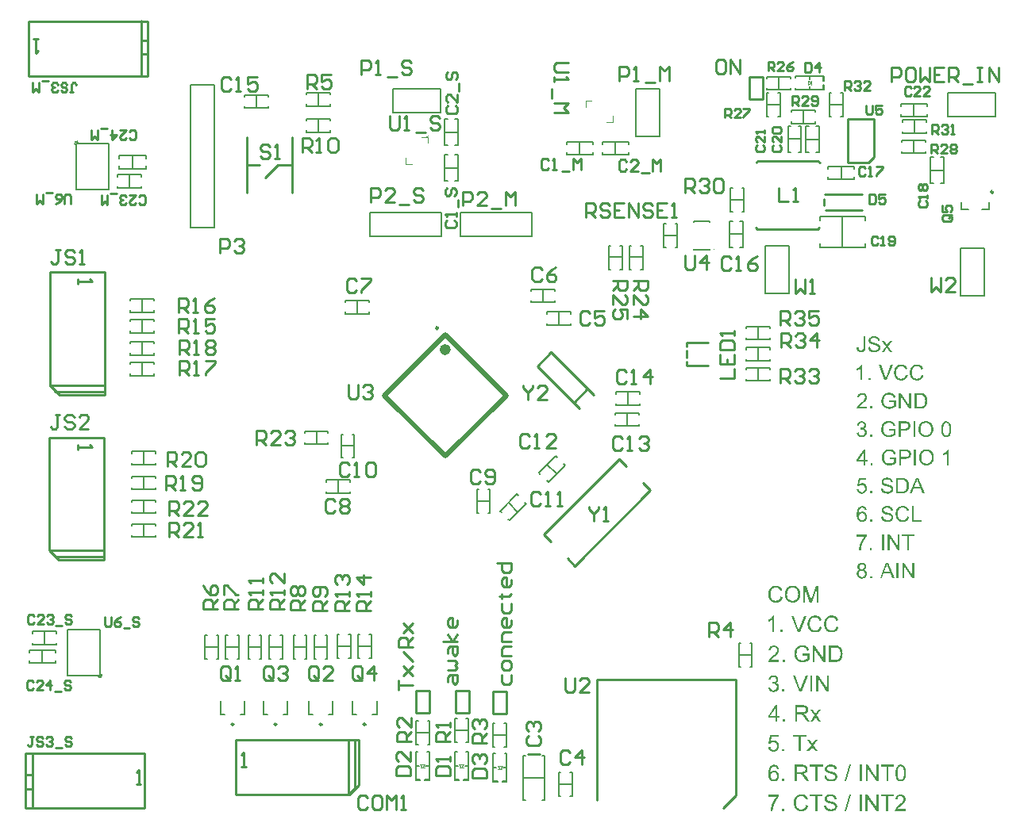
<source format=gto>
%FSLAX42Y42*%
%MOMM*%
G71*
G01*
G75*
G04 Layer_Color=65535*
%ADD10R,2.00X1.10*%
%ADD11R,0.80X1.10*%
%ADD12R,0.85X0.95*%
%ADD13R,1.00X0.90*%
%ADD14R,1.55X0.60*%
%ADD15R,0.90X1.00*%
%ADD16R,1.80X1.30*%
%ADD17R,1.45X0.45*%
%ADD18R,0.45X0.45*%
G04:AMPARAMS|DCode=19|XSize=0.65mm|YSize=0.6mm|CornerRadius=0.02mm|HoleSize=0mm|Usage=FLASHONLY|Rotation=180.000|XOffset=0mm|YOffset=0mm|HoleType=Round|Shape=RoundedRectangle|*
%AMROUNDEDRECTD19*
21,1,0.65,0.57,0,0,180.0*
21,1,0.62,0.60,0,0,180.0*
1,1,0.03,-0.31,0.28*
1,1,0.03,0.31,0.28*
1,1,0.03,0.31,-0.28*
1,1,0.03,-0.31,-0.28*
%
%ADD19ROUNDEDRECTD19*%
%ADD20R,1.50X2.00*%
G04:AMPARAMS|DCode=21|XSize=0.5mm|YSize=0.25mm|CornerRadius=0mm|HoleSize=0mm|Usage=FLASHONLY|Rotation=180.000|XOffset=0mm|YOffset=0mm|HoleType=Round|Shape=RoundedRectangle|*
%AMROUNDEDRECTD21*
21,1,0.50,0.25,0,0,180.0*
21,1,0.50,0.25,0,0,180.0*
1,1,0.00,-0.25,0.12*
1,1,0.00,0.25,0.12*
1,1,0.00,0.25,-0.12*
1,1,0.00,-0.25,-0.12*
%
%ADD21ROUNDEDRECTD21*%
%ADD22R,0.70X1.30*%
G04:AMPARAMS|DCode=23|XSize=0.5mm|YSize=0.25mm|CornerRadius=0mm|HoleSize=0mm|Usage=FLASHONLY|Rotation=270.000|XOffset=0mm|YOffset=0mm|HoleType=Round|Shape=RoundedRectangle|*
%AMROUNDEDRECTD23*
21,1,0.50,0.25,0,0,270.0*
21,1,0.50,0.25,0,0,270.0*
1,1,0.00,-0.12,-0.25*
1,1,0.00,-0.12,0.25*
1,1,0.00,0.12,0.25*
1,1,0.00,0.12,-0.25*
%
%ADD23ROUNDEDRECTD23*%
%ADD24R,1.30X0.70*%
G04:AMPARAMS|DCode=25|XSize=0.3mm|YSize=1.4mm|CornerRadius=0mm|HoleSize=0mm|Usage=FLASHONLY|Rotation=45.000|XOffset=0mm|YOffset=0mm|HoleType=Round|Shape=Rectangle|*
%AMROTATEDRECTD25*
4,1,4,0.39,-0.60,-0.60,0.39,-0.39,0.60,0.60,-0.39,0.39,-0.60,0.0*
%
%ADD25ROTATEDRECTD25*%

G04:AMPARAMS|DCode=26|XSize=0.3mm|YSize=1.4mm|CornerRadius=0mm|HoleSize=0mm|Usage=FLASHONLY|Rotation=315.000|XOffset=0mm|YOffset=0mm|HoleType=Round|Shape=Rectangle|*
%AMROTATEDRECTD26*
4,1,4,-0.60,-0.39,0.39,0.60,0.60,0.39,-0.39,-0.60,-0.60,-0.39,0.0*
%
%ADD26ROTATEDRECTD26*%

%ADD27R,1.00X0.75*%
%ADD28R,0.80X0.80*%
%ADD29R,6.00X2.00*%
%ADD30R,1.30X2.70*%
%ADD31R,0.80X0.80*%
%ADD32R,0.90X0.95*%
%ADD33R,0.90X0.95*%
%ADD34R,0.95X0.85*%
G04:AMPARAMS|DCode=35|XSize=0.95mm|YSize=0.85mm|CornerRadius=0mm|HoleSize=0mm|Usage=FLASHONLY|Rotation=315.000|XOffset=0mm|YOffset=0mm|HoleType=Round|Shape=Rectangle|*
%AMROTATEDRECTD35*
4,1,4,-0.64,0.04,-0.04,0.64,0.64,-0.04,0.04,-0.64,-0.64,0.04,0.0*
%
%ADD35ROTATEDRECTD35*%

G04:AMPARAMS|DCode=36|XSize=5.5mm|YSize=2mm|CornerRadius=0mm|HoleSize=0mm|Usage=FLASHONLY|Rotation=225.000|XOffset=0mm|YOffset=0mm|HoleType=Round|Shape=Rectangle|*
%AMROTATEDRECTD36*
4,1,4,1.24,2.65,2.65,1.24,-1.24,-2.65,-2.65,-1.24,1.24,2.65,0.0*
%
%ADD36ROTATEDRECTD36*%

%ADD37C,1.50*%
%ADD38R,0.80X1.50*%
%ADD39R,1.50X0.80*%
%ADD40R,0.60X1.45*%
%ADD41C,0.25*%
%ADD42C,0.76*%
%ADD43C,0.50*%
%ADD44R,1.55X1.85*%
%ADD45R,1.50X1.50*%
%ADD46O,1.00X1.52*%
%ADD47R,1.00X1.52*%
%ADD48R,1.50X1.50*%
%ADD49O,1.52X1.00*%
%ADD50R,1.52X1.00*%
%ADD51C,0.70*%
%ADD52C,0.80*%
%ADD53C,1.27*%
%ADD54C,3.00*%
%ADD55C,0.50*%
%ADD56C,1.02*%
%ADD57C,0.51*%
%ADD58C,0.10*%
%ADD59C,0.20*%
%ADD60C,0.25*%
%ADD61C,0.60*%
%ADD62C,0.15*%
G36*
X13999Y7904D02*
X14001Y7904D01*
X14003Y7904D01*
X14005Y7903D01*
X14010Y7903D01*
X14016Y7902D01*
X14021Y7900D01*
X14027Y7898D01*
X14027D01*
X14027Y7898D01*
X14028Y7898D01*
X14029Y7897D01*
X14030Y7897D01*
X14032Y7896D01*
X14035Y7894D01*
X14039Y7892D01*
X14042Y7889D01*
X14046Y7886D01*
X14049Y7882D01*
X14050Y7882D01*
X14050Y7882D01*
X14050Y7881D01*
X14051Y7880D01*
X14051Y7879D01*
X14052Y7878D01*
X14053Y7876D01*
X14054Y7875D01*
X14055Y7873D01*
X14056Y7871D01*
X14057Y7869D01*
X14058Y7866D01*
X14060Y7861D01*
X14062Y7855D01*
X14042Y7850D01*
Y7850D01*
X14042Y7850D01*
X14042Y7851D01*
X14041Y7852D01*
X14041Y7853D01*
X14041Y7854D01*
X14040Y7857D01*
X14038Y7860D01*
X14037Y7863D01*
X14035Y7866D01*
X14033Y7869D01*
X14033Y7870D01*
X14032Y7871D01*
X14030Y7872D01*
X14029Y7874D01*
X14027Y7875D01*
X14024Y7877D01*
X14021Y7879D01*
X14017Y7881D01*
X14017D01*
X14016Y7881D01*
X14016Y7881D01*
X14015Y7882D01*
X14014Y7882D01*
X14013Y7882D01*
X14010Y7883D01*
X14007Y7884D01*
X14003Y7885D01*
X13999Y7885D01*
X13994Y7885D01*
X13992D01*
X13991Y7885D01*
X13989D01*
X13987Y7885D01*
X13985Y7885D01*
X13981Y7884D01*
X13977Y7883D01*
X13973Y7882D01*
X13968Y7881D01*
X13968D01*
X13968Y7881D01*
X13967Y7880D01*
X13967Y7880D01*
X13965Y7879D01*
X13962Y7878D01*
X13959Y7876D01*
X13956Y7874D01*
X13953Y7871D01*
X13951Y7869D01*
X13950Y7868D01*
X13949Y7867D01*
X13948Y7866D01*
X13947Y7864D01*
X13945Y7861D01*
X13943Y7859D01*
X13942Y7855D01*
X13940Y7852D01*
Y7852D01*
X13940Y7852D01*
X13940Y7851D01*
X13939Y7850D01*
X13939Y7848D01*
X13938Y7847D01*
X13938Y7845D01*
X13937Y7842D01*
X13937Y7840D01*
X13936Y7837D01*
X13935Y7832D01*
X13934Y7825D01*
X13934Y7819D01*
Y7819D01*
Y7818D01*
Y7817D01*
X13934Y7815D01*
Y7813D01*
X13934Y7811D01*
X13935Y7809D01*
X13935Y7806D01*
X13936Y7800D01*
X13937Y7794D01*
X13939Y7788D01*
X13942Y7782D01*
X13942Y7781D01*
X13942Y7781D01*
X13942Y7780D01*
X13943Y7779D01*
X13944Y7778D01*
X13945Y7777D01*
X13947Y7773D01*
X13950Y7770D01*
X13954Y7766D01*
X13958Y7763D01*
X13961Y7761D01*
X13964Y7760D01*
X13964D01*
X13964Y7759D01*
X13965Y7759D01*
X13966Y7759D01*
X13968Y7758D01*
X13969Y7757D01*
X13971Y7757D01*
X13973Y7756D01*
X13975Y7755D01*
X13978Y7755D01*
X13983Y7753D01*
X13989Y7753D01*
X13995Y7752D01*
X13996D01*
X13997Y7753D01*
X13999D01*
X14000Y7753D01*
X14002Y7753D01*
X14004Y7753D01*
X14008Y7754D01*
X14012Y7755D01*
X14017Y7756D01*
X14022Y7758D01*
X14023D01*
X14023Y7758D01*
X14024Y7758D01*
X14025Y7759D01*
X14026Y7759D01*
X14027Y7760D01*
X14030Y7761D01*
X14034Y7763D01*
X14037Y7765D01*
X14040Y7767D01*
X14043Y7769D01*
Y7801D01*
X13994D01*
Y7820D01*
X14065D01*
Y7759D01*
X14064Y7758D01*
X14064Y7758D01*
X14063Y7757D01*
X14062Y7756D01*
X14060Y7755D01*
X14058Y7754D01*
X14057Y7753D01*
X14054Y7751D01*
X14052Y7750D01*
X14049Y7748D01*
X14044Y7745D01*
X14038Y7742D01*
X14031Y7739D01*
X14031D01*
X14030Y7739D01*
X14030Y7739D01*
X14028Y7738D01*
X14027Y7738D01*
X14025Y7737D01*
X14023Y7737D01*
X14020Y7736D01*
X14018Y7736D01*
X14015Y7735D01*
X14009Y7734D01*
X14003Y7733D01*
X13996Y7733D01*
X13994D01*
X13992Y7733D01*
X13990Y7733D01*
X13987Y7733D01*
X13984Y7734D01*
X13981Y7734D01*
X13978Y7735D01*
X13974Y7735D01*
X13971Y7736D01*
X13967Y7737D01*
X13963Y7738D01*
X13959Y7740D01*
X13955Y7741D01*
X13952Y7743D01*
X13951Y7743D01*
X13951Y7744D01*
X13950Y7744D01*
X13948Y7745D01*
X13947Y7746D01*
X13945Y7748D01*
X13943Y7749D01*
X13940Y7751D01*
X13938Y7753D01*
X13935Y7755D01*
X13933Y7758D01*
X13930Y7760D01*
X13928Y7763D01*
X13926Y7766D01*
X13923Y7770D01*
X13921Y7773D01*
X13921Y7774D01*
X13921Y7774D01*
X13921Y7775D01*
X13920Y7777D01*
X13919Y7779D01*
X13918Y7781D01*
X13917Y7783D01*
X13916Y7786D01*
X13916Y7789D01*
X13915Y7793D01*
X13914Y7797D01*
X13913Y7800D01*
X13912Y7804D01*
X13912Y7809D01*
X13912Y7813D01*
X13911Y7818D01*
Y7818D01*
Y7819D01*
Y7820D01*
X13912Y7822D01*
X13912Y7824D01*
X13912Y7826D01*
X13912Y7829D01*
X13913Y7832D01*
X13913Y7836D01*
X13914Y7839D01*
X13916Y7847D01*
X13917Y7851D01*
X13918Y7855D01*
X13920Y7859D01*
X13921Y7863D01*
X13922Y7863D01*
X13922Y7864D01*
X13923Y7865D01*
X13923Y7866D01*
X13924Y7868D01*
X13926Y7870D01*
X13927Y7872D01*
X13929Y7875D01*
X13931Y7877D01*
X13933Y7880D01*
X13935Y7882D01*
X13938Y7885D01*
X13941Y7887D01*
X13944Y7890D01*
X13947Y7892D01*
X13950Y7894D01*
X13951Y7894D01*
X13951Y7894D01*
X13952Y7895D01*
X13954Y7896D01*
X13956Y7896D01*
X13958Y7897D01*
X13960Y7898D01*
X13963Y7899D01*
X13966Y7900D01*
X13969Y7901D01*
X13973Y7902D01*
X13977Y7903D01*
X13981Y7903D01*
X13985Y7904D01*
X13990Y7904D01*
X13994Y7904D01*
X13997D01*
X13999Y7904D01*
D02*
G37*
G36*
X13707Y7902D02*
X13708Y7901D01*
X13711Y7901D01*
X13715Y7900D01*
X13719Y7899D01*
X13724Y7898D01*
X13728Y7896D01*
X13728D01*
X13729Y7896D01*
X13729Y7895D01*
X13730Y7895D01*
X13732Y7894D01*
X13735Y7892D01*
X13737Y7889D01*
X13740Y7887D01*
X13743Y7884D01*
X13746Y7880D01*
Y7880D01*
X13746Y7880D01*
X13746Y7879D01*
X13747Y7878D01*
X13747Y7877D01*
X13748Y7876D01*
X13749Y7874D01*
X13750Y7870D01*
X13751Y7867D01*
X13752Y7863D01*
X13752Y7859D01*
Y7859D01*
Y7858D01*
Y7858D01*
Y7857D01*
X13751Y7855D01*
X13751Y7852D01*
X13750Y7849D01*
X13749Y7846D01*
X13748Y7843D01*
X13746Y7839D01*
Y7839D01*
X13746Y7839D01*
X13745Y7838D01*
X13743Y7836D01*
X13742Y7834D01*
X13739Y7832D01*
X13736Y7829D01*
X13733Y7827D01*
X13729Y7825D01*
X13729D01*
X13729Y7825D01*
X13730Y7825D01*
X13731Y7824D01*
X13732Y7824D01*
X13734Y7824D01*
X13737Y7822D01*
X13741Y7820D01*
X13745Y7818D01*
X13748Y7815D01*
X13752Y7811D01*
X13752Y7811D01*
X13752Y7810D01*
X13752Y7810D01*
X13753Y7809D01*
X13754Y7808D01*
X13754Y7807D01*
X13755Y7805D01*
X13756Y7804D01*
X13756Y7802D01*
X13757Y7800D01*
X13759Y7795D01*
X13759Y7790D01*
X13760Y7787D01*
Y7784D01*
Y7784D01*
Y7783D01*
X13760Y7782D01*
Y7781D01*
X13759Y7779D01*
X13759Y7777D01*
X13759Y7774D01*
X13758Y7772D01*
X13757Y7769D01*
X13756Y7766D01*
X13755Y7763D01*
X13753Y7760D01*
X13751Y7757D01*
X13749Y7753D01*
X13747Y7750D01*
X13744Y7748D01*
X13744Y7747D01*
X13743Y7747D01*
X13742Y7746D01*
X13741Y7745D01*
X13740Y7744D01*
X13738Y7743D01*
X13735Y7741D01*
X13733Y7740D01*
X13730Y7739D01*
X13727Y7737D01*
X13724Y7736D01*
X13720Y7735D01*
X13717Y7734D01*
X13713Y7733D01*
X13708Y7733D01*
X13704Y7733D01*
X13703D01*
X13702Y7733D01*
X13700D01*
X13698Y7733D01*
X13696Y7733D01*
X13694Y7734D01*
X13691Y7734D01*
X13688Y7735D01*
X13685Y7736D01*
X13682Y7737D01*
X13679Y7738D01*
X13676Y7740D01*
X13673Y7741D01*
X13670Y7743D01*
X13668Y7746D01*
X13668Y7746D01*
X13667Y7746D01*
X13666Y7747D01*
X13665Y7748D01*
X13664Y7749D01*
X13663Y7751D01*
X13662Y7753D01*
X13660Y7755D01*
X13659Y7757D01*
X13657Y7760D01*
X13656Y7762D01*
X13655Y7765D01*
X13654Y7769D01*
X13653Y7772D01*
X13652Y7776D01*
X13651Y7779D01*
X13672Y7782D01*
Y7782D01*
X13672Y7781D01*
X13672Y7780D01*
X13672Y7779D01*
X13673Y7778D01*
X13673Y7776D01*
X13674Y7772D01*
X13676Y7768D01*
X13678Y7764D01*
X13680Y7760D01*
X13682Y7759D01*
X13683Y7757D01*
X13684D01*
X13684Y7757D01*
X13684Y7756D01*
X13685Y7756D01*
X13687Y7755D01*
X13689Y7753D01*
X13692Y7752D01*
X13696Y7751D01*
X13700Y7750D01*
X13704Y7750D01*
X13705D01*
X13707Y7750D01*
X13708Y7750D01*
X13709Y7750D01*
X13712Y7751D01*
X13716Y7752D01*
X13721Y7754D01*
X13722Y7755D01*
X13724Y7756D01*
X13726Y7758D01*
X13728Y7759D01*
X13729Y7760D01*
X13729Y7760D01*
X13729Y7760D01*
X13730Y7761D01*
X13731Y7762D01*
X13731Y7763D01*
X13732Y7765D01*
X13733Y7766D01*
X13735Y7770D01*
X13737Y7774D01*
X13738Y7779D01*
X13738Y7781D01*
X13738Y7784D01*
Y7784D01*
Y7785D01*
Y7785D01*
X13738Y7786D01*
X13738Y7788D01*
X13738Y7789D01*
X13737Y7792D01*
X13736Y7796D01*
X13734Y7800D01*
X13733Y7802D01*
X13732Y7803D01*
X13731Y7805D01*
X13729Y7807D01*
X13729Y7807D01*
X13729Y7807D01*
X13728Y7808D01*
X13727Y7808D01*
X13726Y7809D01*
X13725Y7810D01*
X13723Y7812D01*
X13719Y7813D01*
X13715Y7815D01*
X13711Y7816D01*
X13708Y7816D01*
X13706Y7816D01*
X13705D01*
X13703Y7816D01*
X13702D01*
X13700Y7816D01*
X13697Y7815D01*
X13694Y7815D01*
X13691Y7814D01*
X13694Y7832D01*
X13694D01*
X13695Y7832D01*
X13696Y7831D01*
X13698D01*
X13699Y7832D01*
X13700D01*
X13702Y7832D01*
X13705Y7832D01*
X13708Y7833D01*
X13712Y7834D01*
X13716Y7836D01*
X13720Y7838D01*
X13721D01*
X13721Y7839D01*
X13721Y7839D01*
X13722Y7840D01*
X13724Y7841D01*
X13726Y7843D01*
X13728Y7846D01*
X13729Y7850D01*
X13730Y7852D01*
X13730Y7854D01*
X13731Y7857D01*
X13731Y7859D01*
Y7859D01*
Y7860D01*
Y7860D01*
X13731Y7861D01*
X13731Y7863D01*
X13730Y7866D01*
X13729Y7869D01*
X13728Y7872D01*
X13726Y7875D01*
X13725Y7876D01*
X13723Y7878D01*
X13723Y7878D01*
X13722Y7879D01*
X13720Y7880D01*
X13718Y7882D01*
X13715Y7883D01*
X13712Y7884D01*
X13708Y7885D01*
X13704Y7885D01*
X13703D01*
X13702Y7885D01*
X13701D01*
X13700Y7885D01*
X13697Y7884D01*
X13694Y7883D01*
X13690Y7882D01*
X13687Y7880D01*
X13684Y7878D01*
X13683Y7877D01*
X13682Y7876D01*
X13681Y7875D01*
X13680Y7872D01*
X13678Y7869D01*
X13676Y7865D01*
X13675Y7861D01*
X13674Y7855D01*
X13653Y7859D01*
Y7859D01*
X13654Y7860D01*
X13654Y7861D01*
X13654Y7862D01*
X13655Y7864D01*
X13655Y7866D01*
X13656Y7868D01*
X13657Y7870D01*
X13659Y7876D01*
X13660Y7878D01*
X13662Y7881D01*
X13664Y7883D01*
X13666Y7886D01*
X13668Y7888D01*
X13670Y7891D01*
X13670Y7891D01*
X13671Y7891D01*
X13672Y7892D01*
X13673Y7892D01*
X13674Y7893D01*
X13675Y7894D01*
X13677Y7895D01*
X13679Y7896D01*
X13682Y7897D01*
X13684Y7898D01*
X13687Y7899D01*
X13690Y7900D01*
X13693Y7901D01*
X13696Y7901D01*
X13700Y7902D01*
X13703Y7902D01*
X13705D01*
X13707Y7902D01*
D02*
G37*
G36*
X14277Y7736D02*
X14255D01*
Y7901D01*
X14277D01*
Y7736D01*
D02*
G37*
G36*
X14331Y8203D02*
X14333D01*
X14335Y8203D01*
X14340Y8203D01*
X14345Y8202D01*
X14350Y8202D01*
X14352Y8201D01*
X14354Y8201D01*
X14354D01*
X14354Y8201D01*
X14355Y8200D01*
X14356Y8200D01*
X14357Y8200D01*
X14359Y8199D01*
X14362Y8198D01*
X14366Y8197D01*
X14370Y8195D01*
X14374Y8192D01*
X14378Y8189D01*
X14378Y8189D01*
X14378Y8188D01*
X14379Y8188D01*
X14380Y8187D01*
X14381Y8186D01*
X14382Y8184D01*
X14384Y8183D01*
X14385Y8181D01*
X14387Y8179D01*
X14389Y8177D01*
X14390Y8175D01*
X14392Y8172D01*
X14395Y8167D01*
X14398Y8161D01*
Y8160D01*
X14398Y8160D01*
X14398Y8159D01*
X14399Y8158D01*
X14399Y8156D01*
X14400Y8154D01*
X14400Y8152D01*
X14401Y8149D01*
X14401Y8146D01*
X14402Y8143D01*
X14403Y8140D01*
X14403Y8137D01*
X14404Y8133D01*
X14404Y8129D01*
X14404Y8121D01*
Y8121D01*
Y8120D01*
Y8119D01*
Y8118D01*
X14404Y8116D01*
Y8114D01*
X14404Y8112D01*
X14404Y8110D01*
X14403Y8105D01*
X14402Y8099D01*
X14401Y8093D01*
X14400Y8088D01*
Y8088D01*
X14399Y8087D01*
X14399Y8086D01*
X14399Y8085D01*
X14398Y8084D01*
X14398Y8083D01*
X14397Y8079D01*
X14395Y8075D01*
X14393Y8071D01*
X14391Y8067D01*
X14388Y8064D01*
Y8063D01*
X14388Y8063D01*
X14388Y8063D01*
X14387Y8062D01*
X14386Y8060D01*
X14384Y8058D01*
X14382Y8056D01*
X14379Y8053D01*
X14376Y8051D01*
X14373Y8049D01*
X14373D01*
X14373Y8048D01*
X14372Y8048D01*
X14370Y8047D01*
X14368Y8045D01*
X14365Y8044D01*
X14361Y8043D01*
X14357Y8042D01*
X14353Y8040D01*
X14353D01*
X14353Y8040D01*
X14352D01*
X14351Y8040D01*
X14350Y8040D01*
X14349Y8039D01*
X14347Y8039D01*
X14346Y8039D01*
X14342Y8038D01*
X14337Y8038D01*
X14332Y8038D01*
X14327Y8038D01*
X14267D01*
Y8203D01*
X14329D01*
X14331Y8203D01*
D02*
G37*
G36*
X13818Y8038D02*
X13794D01*
Y8061D01*
X13818D01*
Y8038D01*
D02*
G37*
G36*
X13713Y8204D02*
X13715Y8204D01*
X13717Y8203D01*
X13720Y8203D01*
X13723Y8202D01*
X13726Y8202D01*
X13729Y8201D01*
X13732Y8200D01*
X13735Y8198D01*
X13738Y8197D01*
X13742Y8195D01*
X13744Y8193D01*
X13747Y8191D01*
X13747Y8190D01*
X13748Y8190D01*
X13748Y8189D01*
X13749Y8188D01*
X13750Y8187D01*
X13752Y8185D01*
X13753Y8184D01*
X13754Y8181D01*
X13755Y8179D01*
X13757Y8177D01*
X13758Y8174D01*
X13759Y8171D01*
X13760Y8168D01*
X13761Y8165D01*
X13761Y8161D01*
X13761Y8158D01*
Y8158D01*
Y8157D01*
Y8157D01*
Y8156D01*
X13761Y8154D01*
X13761Y8152D01*
X13760Y8149D01*
X13759Y8145D01*
X13758Y8142D01*
X13757Y8138D01*
Y8138D01*
X13757Y8138D01*
X13757Y8137D01*
X13756Y8137D01*
X13755Y8135D01*
X13754Y8132D01*
X13752Y8129D01*
X13749Y8126D01*
X13747Y8122D01*
X13743Y8118D01*
X13743Y8118D01*
X13743Y8117D01*
X13742Y8117D01*
X13742Y8116D01*
X13740Y8115D01*
X13739Y8114D01*
X13738Y8112D01*
X13736Y8110D01*
X13734Y8109D01*
X13731Y8106D01*
X13729Y8104D01*
X13726Y8101D01*
X13723Y8098D01*
X13720Y8096D01*
X13716Y8092D01*
X13712Y8089D01*
X13712Y8089D01*
X13711Y8088D01*
X13710Y8088D01*
X13709Y8086D01*
X13707Y8085D01*
X13706Y8084D01*
X13702Y8080D01*
X13698Y8077D01*
X13694Y8073D01*
X13692Y8072D01*
X13691Y8070D01*
X13689Y8069D01*
X13688Y8068D01*
X13688Y8068D01*
X13687Y8067D01*
X13687Y8066D01*
X13685Y8065D01*
X13684Y8063D01*
X13682Y8061D01*
X13680Y8057D01*
X13761D01*
Y8038D01*
X13652D01*
Y8038D01*
Y8039D01*
Y8040D01*
X13652Y8042D01*
X13652Y8044D01*
X13652Y8047D01*
X13653Y8049D01*
X13654Y8052D01*
Y8052D01*
X13654Y8052D01*
X13654Y8053D01*
X13655Y8054D01*
X13655Y8054D01*
X13656Y8056D01*
X13657Y8059D01*
X13659Y8062D01*
X13661Y8066D01*
X13664Y8070D01*
X13667Y8074D01*
X13667Y8074D01*
X13668Y8074D01*
X13668Y8075D01*
X13669Y8076D01*
X13670Y8077D01*
X13671Y8078D01*
X13672Y8079D01*
X13674Y8081D01*
X13676Y8083D01*
X13678Y8084D01*
X13680Y8087D01*
X13682Y8089D01*
X13685Y8091D01*
X13688Y8093D01*
X13691Y8096D01*
X13694Y8099D01*
X13694Y8099D01*
X13695Y8100D01*
X13696Y8101D01*
X13698Y8102D01*
X13700Y8104D01*
X13703Y8106D01*
X13706Y8109D01*
X13709Y8111D01*
X13715Y8117D01*
X13721Y8123D01*
X13724Y8126D01*
X13726Y8129D01*
X13729Y8131D01*
X13731Y8134D01*
X13731Y8134D01*
X13731Y8134D01*
X13731Y8135D01*
X13732Y8136D01*
X13733Y8137D01*
X13734Y8139D01*
X13735Y8142D01*
X13737Y8146D01*
X13739Y8150D01*
X13740Y8154D01*
X13740Y8156D01*
X13740Y8158D01*
Y8158D01*
Y8159D01*
Y8160D01*
X13740Y8160D01*
Y8161D01*
X13740Y8163D01*
X13739Y8165D01*
X13738Y8168D01*
X13736Y8172D01*
X13736Y8174D01*
X13734Y8175D01*
X13733Y8177D01*
X13731Y8179D01*
X13731Y8179D01*
X13731Y8179D01*
X13731Y8179D01*
X13730Y8180D01*
X13729Y8181D01*
X13728Y8181D01*
X13725Y8183D01*
X13722Y8184D01*
X13718Y8186D01*
X13714Y8187D01*
X13711Y8187D01*
X13707D01*
X13706Y8187D01*
X13705D01*
X13703Y8186D01*
X13700Y8186D01*
X13696Y8185D01*
X13692Y8183D01*
X13691Y8182D01*
X13689Y8181D01*
X13687Y8180D01*
X13685Y8178D01*
X13685Y8178D01*
X13685Y8178D01*
X13684Y8177D01*
X13684Y8176D01*
X13683Y8175D01*
X13682Y8174D01*
X13681Y8173D01*
X13681Y8172D01*
X13680Y8170D01*
X13679Y8168D01*
X13678Y8164D01*
X13677Y8159D01*
X13676Y8157D01*
X13676Y8154D01*
X13655Y8156D01*
Y8156D01*
X13656Y8157D01*
X13656Y8158D01*
X13656Y8160D01*
X13656Y8162D01*
X13657Y8164D01*
X13657Y8167D01*
X13658Y8169D01*
X13659Y8172D01*
X13660Y8175D01*
X13662Y8178D01*
X13663Y8181D01*
X13665Y8184D01*
X13667Y8186D01*
X13669Y8189D01*
X13671Y8191D01*
X13672Y8192D01*
X13672Y8192D01*
X13673Y8193D01*
X13674Y8193D01*
X13675Y8194D01*
X13677Y8195D01*
X13679Y8197D01*
X13682Y8198D01*
X13684Y8199D01*
X13687Y8200D01*
X13690Y8201D01*
X13693Y8202D01*
X13697Y8203D01*
X13701Y8203D01*
X13705Y8204D01*
X13709Y8204D01*
X13712D01*
X13713Y8204D01*
D02*
G37*
G36*
X14392Y7904D02*
X14394Y7904D01*
X14397Y7904D01*
X14399Y7903D01*
X14402Y7903D01*
X14405Y7902D01*
X14408Y7901D01*
X14412Y7901D01*
X14415Y7899D01*
X14419Y7898D01*
X14423Y7897D01*
X14426Y7895D01*
X14430Y7893D01*
X14430Y7893D01*
X14431Y7893D01*
X14431Y7892D01*
X14433Y7891D01*
X14434Y7890D01*
X14436Y7889D01*
X14438Y7887D01*
X14440Y7885D01*
X14442Y7883D01*
X14445Y7881D01*
X14447Y7878D01*
X14449Y7876D01*
X14452Y7873D01*
X14454Y7869D01*
X14456Y7866D01*
X14458Y7862D01*
X14458Y7862D01*
X14458Y7862D01*
X14459Y7861D01*
X14459Y7859D01*
X14460Y7857D01*
X14461Y7855D01*
X14462Y7852D01*
X14463Y7850D01*
X14464Y7847D01*
X14465Y7843D01*
X14465Y7839D01*
X14466Y7836D01*
X14467Y7831D01*
X14467Y7827D01*
X14467Y7823D01*
X14468Y7818D01*
Y7818D01*
Y7817D01*
Y7816D01*
X14467Y7814D01*
X14467Y7812D01*
X14467Y7809D01*
X14467Y7806D01*
X14466Y7803D01*
X14466Y7800D01*
X14465Y7796D01*
X14464Y7792D01*
X14463Y7789D01*
X14462Y7785D01*
X14461Y7781D01*
X14459Y7777D01*
X14457Y7773D01*
X14457Y7773D01*
X14457Y7772D01*
X14456Y7771D01*
X14456Y7770D01*
X14454Y7768D01*
X14453Y7766D01*
X14452Y7764D01*
X14450Y7762D01*
X14448Y7759D01*
X14446Y7757D01*
X14443Y7754D01*
X14441Y7752D01*
X14438Y7750D01*
X14435Y7747D01*
X14432Y7745D01*
X14428Y7743D01*
X14428Y7743D01*
X14428Y7743D01*
X14427Y7742D01*
X14425Y7741D01*
X14423Y7741D01*
X14421Y7740D01*
X14419Y7739D01*
X14416Y7738D01*
X14414Y7737D01*
X14410Y7736D01*
X14407Y7735D01*
X14404Y7734D01*
X14396Y7733D01*
X14392Y7733D01*
X14388Y7733D01*
X14386D01*
X14384Y7733D01*
X14382Y7733D01*
X14380Y7733D01*
X14377Y7734D01*
X14374Y7734D01*
X14371Y7735D01*
X14368Y7736D01*
X14364Y7736D01*
X14361Y7738D01*
X14357Y7739D01*
X14354Y7740D01*
X14350Y7742D01*
X14346Y7744D01*
X14346Y7744D01*
X14346Y7745D01*
X14345Y7745D01*
X14343Y7746D01*
X14342Y7747D01*
X14340Y7749D01*
X14338Y7750D01*
X14336Y7752D01*
X14334Y7754D01*
X14331Y7757D01*
X14329Y7759D01*
X14327Y7762D01*
X14324Y7765D01*
X14322Y7768D01*
X14320Y7771D01*
X14318Y7775D01*
X14318Y7775D01*
X14318Y7776D01*
X14317Y7777D01*
X14317Y7778D01*
X14316Y7780D01*
X14315Y7782D01*
X14315Y7785D01*
X14314Y7787D01*
X14313Y7790D01*
X14312Y7794D01*
X14311Y7797D01*
X14310Y7801D01*
X14309Y7808D01*
X14309Y7812D01*
X14309Y7816D01*
Y7816D01*
Y7817D01*
Y7817D01*
Y7818D01*
X14309Y7819D01*
Y7820D01*
X14309Y7823D01*
X14310Y7826D01*
X14310Y7831D01*
X14311Y7835D01*
X14312Y7840D01*
X14313Y7845D01*
X14314Y7850D01*
X14316Y7855D01*
X14318Y7861D01*
X14321Y7866D01*
X14324Y7871D01*
X14327Y7876D01*
X14331Y7881D01*
X14331Y7881D01*
X14332Y7882D01*
X14333Y7883D01*
X14335Y7884D01*
X14337Y7886D01*
X14340Y7888D01*
X14343Y7890D01*
X14347Y7892D01*
X14350Y7895D01*
X14355Y7897D01*
X14359Y7899D01*
X14365Y7901D01*
X14370Y7902D01*
X14376Y7903D01*
X14382Y7904D01*
X14388Y7904D01*
X14391D01*
X14392Y7904D01*
D02*
G37*
G36*
X14006Y7602D02*
X14008Y7602D01*
X14010Y7602D01*
X14012Y7601D01*
X14017Y7601D01*
X14023Y7600D01*
X14028Y7598D01*
X14034Y7596D01*
X14034D01*
X14034Y7596D01*
X14035Y7596D01*
X14036Y7595D01*
X14037Y7595D01*
X14039Y7594D01*
X14042Y7592D01*
X14046Y7590D01*
X14049Y7587D01*
X14053Y7584D01*
X14057Y7580D01*
X14057Y7580D01*
X14057Y7579D01*
X14057Y7579D01*
X14058Y7578D01*
X14058Y7577D01*
X14059Y7576D01*
X14060Y7574D01*
X14061Y7573D01*
X14062Y7571D01*
X14063Y7569D01*
X14064Y7567D01*
X14065Y7564D01*
X14067Y7559D01*
X14069Y7553D01*
X14049Y7548D01*
Y7548D01*
X14049Y7548D01*
X14049Y7549D01*
X14048Y7550D01*
X14048Y7551D01*
X14048Y7552D01*
X14047Y7555D01*
X14045Y7558D01*
X14044Y7561D01*
X14042Y7564D01*
X14040Y7567D01*
X14040Y7568D01*
X14039Y7569D01*
X14037Y7570D01*
X14036Y7572D01*
X14034Y7573D01*
X14031Y7575D01*
X14028Y7577D01*
X14024Y7579D01*
X14024D01*
X14023Y7579D01*
X14023Y7579D01*
X14022Y7580D01*
X14021Y7580D01*
X14020Y7580D01*
X14017Y7581D01*
X14014Y7582D01*
X14010Y7583D01*
X14006Y7583D01*
X14001Y7583D01*
X13999D01*
X13998Y7583D01*
X13996D01*
X13994Y7583D01*
X13992Y7583D01*
X13988Y7582D01*
X13984Y7581D01*
X13980Y7580D01*
X13975Y7579D01*
X13975D01*
X13975Y7579D01*
X13974Y7578D01*
X13974Y7578D01*
X13972Y7577D01*
X13969Y7576D01*
X13966Y7574D01*
X13963Y7572D01*
X13960Y7569D01*
X13958Y7567D01*
X13957Y7566D01*
X13956Y7565D01*
X13955Y7564D01*
X13954Y7562D01*
X13952Y7559D01*
X13950Y7556D01*
X13949Y7553D01*
X13947Y7550D01*
Y7550D01*
X13947Y7549D01*
X13947Y7549D01*
X13946Y7548D01*
X13946Y7546D01*
X13945Y7544D01*
X13945Y7542D01*
X13944Y7540D01*
X13944Y7538D01*
X13943Y7535D01*
X13942Y7530D01*
X13941Y7523D01*
X13941Y7517D01*
Y7517D01*
Y7516D01*
Y7515D01*
X13941Y7513D01*
Y7511D01*
X13941Y7509D01*
X13942Y7507D01*
X13942Y7504D01*
X13943Y7498D01*
X13944Y7492D01*
X13946Y7486D01*
X13949Y7480D01*
X13949Y7479D01*
X13949Y7479D01*
X13949Y7478D01*
X13950Y7477D01*
X13951Y7476D01*
X13952Y7475D01*
X13954Y7471D01*
X13957Y7468D01*
X13961Y7464D01*
X13965Y7461D01*
X13968Y7459D01*
X13971Y7458D01*
X13971D01*
X13971Y7457D01*
X13972Y7457D01*
X13973Y7456D01*
X13975Y7456D01*
X13976Y7455D01*
X13978Y7455D01*
X13980Y7454D01*
X13982Y7453D01*
X13985Y7453D01*
X13990Y7451D01*
X13996Y7451D01*
X14002Y7450D01*
X14003D01*
X14004Y7451D01*
X14006D01*
X14007Y7451D01*
X14009Y7451D01*
X14011Y7451D01*
X14015Y7452D01*
X14019Y7453D01*
X14024Y7454D01*
X14029Y7456D01*
X14030D01*
X14030Y7456D01*
X14031Y7456D01*
X14032Y7457D01*
X14033Y7457D01*
X14034Y7458D01*
X14037Y7459D01*
X14041Y7461D01*
X14044Y7463D01*
X14047Y7465D01*
X14050Y7467D01*
Y7498D01*
X14001D01*
Y7518D01*
X14072D01*
Y7456D01*
X14071Y7456D01*
X14071Y7456D01*
X14070Y7455D01*
X14069Y7454D01*
X14067Y7453D01*
X14065Y7452D01*
X14064Y7451D01*
X14061Y7449D01*
X14059Y7448D01*
X14056Y7446D01*
X14051Y7443D01*
X14045Y7440D01*
X14038Y7437D01*
X14038D01*
X14037Y7437D01*
X14037Y7437D01*
X14035Y7436D01*
X14034Y7436D01*
X14032Y7435D01*
X14030Y7435D01*
X14027Y7434D01*
X14025Y7433D01*
X14022Y7433D01*
X14016Y7432D01*
X14010Y7431D01*
X14003Y7431D01*
X14001D01*
X13999Y7431D01*
X13997Y7431D01*
X13994Y7431D01*
X13991Y7432D01*
X13988Y7432D01*
X13985Y7433D01*
X13981Y7433D01*
X13978Y7434D01*
X13974Y7435D01*
X13970Y7436D01*
X13966Y7438D01*
X13962Y7439D01*
X13959Y7441D01*
X13958Y7441D01*
X13958Y7442D01*
X13957Y7442D01*
X13955Y7443D01*
X13954Y7444D01*
X13952Y7446D01*
X13950Y7447D01*
X13947Y7449D01*
X13945Y7451D01*
X13942Y7453D01*
X13940Y7456D01*
X13937Y7458D01*
X13935Y7461D01*
X13933Y7464D01*
X13930Y7468D01*
X13928Y7471D01*
X13928Y7472D01*
X13928Y7472D01*
X13928Y7473D01*
X13927Y7475D01*
X13926Y7477D01*
X13925Y7479D01*
X13924Y7481D01*
X13923Y7484D01*
X13923Y7487D01*
X13922Y7491D01*
X13921Y7495D01*
X13920Y7498D01*
X13919Y7502D01*
X13919Y7507D01*
X13919Y7511D01*
X13918Y7516D01*
Y7516D01*
Y7517D01*
Y7518D01*
X13919Y7520D01*
X13919Y7522D01*
X13919Y7524D01*
X13919Y7527D01*
X13920Y7530D01*
X13920Y7534D01*
X13921Y7537D01*
X13923Y7545D01*
X13924Y7549D01*
X13925Y7553D01*
X13927Y7557D01*
X13928Y7561D01*
X13929Y7561D01*
X13929Y7562D01*
X13930Y7563D01*
X13930Y7564D01*
X13931Y7566D01*
X13933Y7568D01*
X13934Y7570D01*
X13936Y7572D01*
X13938Y7575D01*
X13940Y7577D01*
X13942Y7580D01*
X13945Y7583D01*
X13948Y7585D01*
X13951Y7588D01*
X13954Y7590D01*
X13957Y7592D01*
X13958Y7592D01*
X13958Y7592D01*
X13959Y7593D01*
X13961Y7593D01*
X13963Y7594D01*
X13965Y7595D01*
X13967Y7596D01*
X13970Y7597D01*
X13973Y7598D01*
X13976Y7599D01*
X13980Y7600D01*
X13984Y7600D01*
X13988Y7601D01*
X13992Y7602D01*
X13997Y7602D01*
X14001Y7602D01*
X14004D01*
X14006Y7602D01*
D02*
G37*
G36*
X14635Y7433D02*
X14615D01*
Y7563D01*
X14615Y7563D01*
X14614Y7562D01*
X14612Y7560D01*
X14610Y7559D01*
X14607Y7556D01*
X14604Y7554D01*
X14600Y7552D01*
X14596Y7549D01*
X14596D01*
X14595Y7549D01*
X14595Y7548D01*
X14594Y7548D01*
X14593Y7547D01*
X14591Y7547D01*
X14589Y7545D01*
X14585Y7543D01*
X14582Y7542D01*
X14578Y7540D01*
X14574Y7539D01*
Y7558D01*
X14575Y7558D01*
X14575Y7558D01*
X14576Y7559D01*
X14577Y7560D01*
X14579Y7560D01*
X14581Y7561D01*
X14582Y7562D01*
X14584Y7563D01*
X14589Y7566D01*
X14594Y7570D01*
X14599Y7573D01*
X14604Y7577D01*
X14604Y7578D01*
X14605Y7578D01*
X14605Y7579D01*
X14606Y7579D01*
X14607Y7581D01*
X14609Y7582D01*
X14611Y7585D01*
X14614Y7588D01*
X14617Y7592D01*
X14620Y7596D01*
X14622Y7600D01*
X14635D01*
Y7433D01*
D02*
G37*
G36*
X14169Y7901D02*
X14173Y7901D01*
X14177Y7901D01*
X14181Y7900D01*
X14183Y7900D01*
X14185Y7900D01*
X14185D01*
X14185Y7899D01*
X14186D01*
X14187Y7899D01*
X14188Y7899D01*
X14189Y7899D01*
X14192Y7898D01*
X14195Y7897D01*
X14198Y7895D01*
X14202Y7894D01*
X14205Y7892D01*
X14205D01*
X14205Y7892D01*
X14206Y7891D01*
X14208Y7889D01*
X14210Y7888D01*
X14212Y7885D01*
X14214Y7883D01*
X14216Y7880D01*
X14218Y7876D01*
Y7876D01*
X14218Y7875D01*
X14219Y7875D01*
X14219Y7874D01*
X14220Y7873D01*
X14220Y7872D01*
X14221Y7869D01*
X14222Y7866D01*
X14223Y7862D01*
X14223Y7858D01*
X14224Y7853D01*
Y7853D01*
Y7852D01*
Y7851D01*
X14223Y7850D01*
X14223Y7848D01*
X14223Y7846D01*
X14222Y7843D01*
X14222Y7841D01*
X14221Y7838D01*
X14220Y7835D01*
X14219Y7832D01*
X14218Y7829D01*
X14216Y7826D01*
X14215Y7823D01*
X14212Y7820D01*
X14210Y7817D01*
X14210Y7817D01*
X14209Y7817D01*
X14209Y7816D01*
X14207Y7815D01*
X14206Y7814D01*
X14204Y7813D01*
X14202Y7811D01*
X14199Y7810D01*
X14196Y7809D01*
X14192Y7808D01*
X14188Y7806D01*
X14184Y7805D01*
X14179Y7804D01*
X14173Y7804D01*
X14168Y7803D01*
X14161Y7803D01*
X14119D01*
Y7736D01*
X14097D01*
Y7901D01*
X14165D01*
X14169Y7901D01*
D02*
G37*
G36*
X13815Y7736D02*
X13791D01*
Y7759D01*
X13815D01*
Y7736D01*
D02*
G37*
G36*
X14609Y7902D02*
X14611Y7901D01*
X14614Y7901D01*
X14617Y7901D01*
X14621Y7899D01*
X14625Y7898D01*
X14629Y7896D01*
X14629D01*
X14630Y7896D01*
X14630Y7896D01*
X14631Y7895D01*
X14633Y7894D01*
X14635Y7892D01*
X14638Y7890D01*
X14640Y7888D01*
X14643Y7884D01*
X14646Y7881D01*
Y7881D01*
X14646Y7880D01*
X14646Y7880D01*
X14647Y7879D01*
X14647Y7878D01*
X14648Y7877D01*
X14649Y7875D01*
X14650Y7874D01*
X14651Y7870D01*
X14653Y7866D01*
X14655Y7861D01*
X14656Y7856D01*
Y7856D01*
X14656Y7855D01*
X14656Y7855D01*
X14657Y7854D01*
X14657Y7852D01*
X14657Y7850D01*
X14658Y7848D01*
X14658Y7846D01*
X14658Y7843D01*
X14659Y7840D01*
X14659Y7837D01*
X14659Y7834D01*
X14660Y7830D01*
X14660Y7826D01*
X14660Y7822D01*
Y7817D01*
Y7817D01*
Y7816D01*
Y7814D01*
Y7812D01*
X14660Y7810D01*
X14660Y7807D01*
X14659Y7804D01*
X14659Y7801D01*
X14659Y7797D01*
X14658Y7793D01*
X14657Y7785D01*
X14656Y7777D01*
X14655Y7774D01*
X14654Y7770D01*
Y7770D01*
X14653Y7769D01*
X14653Y7768D01*
X14653Y7767D01*
X14652Y7766D01*
X14651Y7764D01*
X14650Y7762D01*
X14649Y7760D01*
X14647Y7755D01*
X14644Y7751D01*
X14640Y7746D01*
X14638Y7745D01*
X14636Y7743D01*
X14636Y7742D01*
X14635Y7742D01*
X14635Y7742D01*
X14634Y7741D01*
X14633Y7740D01*
X14631Y7739D01*
X14630Y7739D01*
X14628Y7738D01*
X14626Y7737D01*
X14623Y7736D01*
X14621Y7735D01*
X14618Y7734D01*
X14615Y7734D01*
X14612Y7733D01*
X14609Y7733D01*
X14606Y7733D01*
X14605D01*
X14603Y7733D01*
X14602Y7733D01*
X14600Y7733D01*
X14598Y7734D01*
X14595Y7734D01*
X14592Y7735D01*
X14589Y7736D01*
X14586Y7737D01*
X14583Y7738D01*
X14580Y7740D01*
X14577Y7742D01*
X14574Y7744D01*
X14571Y7747D01*
X14568Y7750D01*
X14568Y7750D01*
X14568Y7751D01*
X14567Y7752D01*
X14566Y7754D01*
X14565Y7756D01*
X14563Y7759D01*
X14562Y7762D01*
X14560Y7766D01*
X14559Y7771D01*
X14557Y7775D01*
X14556Y7781D01*
X14554Y7787D01*
X14553Y7794D01*
X14553Y7801D01*
X14552Y7809D01*
X14552Y7817D01*
Y7818D01*
Y7818D01*
Y7820D01*
X14552Y7822D01*
Y7825D01*
X14552Y7827D01*
X14552Y7831D01*
X14553Y7834D01*
X14553Y7838D01*
X14553Y7842D01*
X14554Y7850D01*
X14556Y7857D01*
X14557Y7861D01*
X14558Y7864D01*
Y7865D01*
X14558Y7865D01*
X14559Y7866D01*
X14559Y7868D01*
X14560Y7869D01*
X14560Y7871D01*
X14561Y7873D01*
X14562Y7875D01*
X14565Y7879D01*
X14568Y7884D01*
X14572Y7888D01*
X14574Y7890D01*
X14576Y7892D01*
X14576Y7892D01*
X14576Y7892D01*
X14577Y7893D01*
X14578Y7894D01*
X14579Y7894D01*
X14581Y7895D01*
X14582Y7896D01*
X14584Y7897D01*
X14586Y7898D01*
X14588Y7899D01*
X14591Y7900D01*
X14593Y7900D01*
X14596Y7901D01*
X14599Y7901D01*
X14603Y7902D01*
X14606Y7902D01*
X14608D01*
X14609Y7902D01*
D02*
G37*
G36*
X14230Y8038D02*
X14208D01*
X14121Y8168D01*
Y8038D01*
X14100D01*
Y8203D01*
X14122D01*
X14209Y8073D01*
Y8203D01*
X14230D01*
Y8038D01*
D02*
G37*
G36*
X13841Y8810D02*
X13843Y8810D01*
X13845Y8810D01*
X13847Y8810D01*
X13852Y8809D01*
X13858Y8808D01*
X13863Y8806D01*
X13869Y8804D01*
X13869D01*
X13869Y8804D01*
X13870Y8804D01*
X13871Y8803D01*
X13872Y8802D01*
X13874Y8802D01*
X13877Y8800D01*
X13880Y8797D01*
X13884Y8794D01*
X13887Y8791D01*
X13890Y8787D01*
X13890Y8787D01*
X13891Y8786D01*
X13891Y8786D01*
X13891Y8785D01*
X13892Y8784D01*
X13893Y8782D01*
X13893Y8781D01*
X13894Y8779D01*
X13896Y8775D01*
X13897Y8771D01*
X13898Y8766D01*
X13898Y8761D01*
X13877Y8759D01*
Y8759D01*
X13877Y8760D01*
Y8761D01*
X13877Y8762D01*
X13877Y8763D01*
X13876Y8765D01*
X13875Y8768D01*
X13874Y8772D01*
X13872Y8776D01*
X13869Y8779D01*
X13868Y8781D01*
X13866Y8783D01*
X13866Y8783D01*
X13865Y8783D01*
X13865Y8783D01*
X13864Y8784D01*
X13863Y8784D01*
X13862Y8785D01*
X13860Y8786D01*
X13859Y8787D01*
X13857Y8788D01*
X13854Y8788D01*
X13852Y8789D01*
X13850Y8789D01*
X13847Y8790D01*
X13844Y8790D01*
X13840Y8791D01*
X13835D01*
X13834Y8791D01*
X13832D01*
X13830Y8790D01*
X13828Y8790D01*
X13826Y8790D01*
X13821Y8789D01*
X13817Y8788D01*
X13812Y8786D01*
X13810Y8785D01*
X13808Y8783D01*
X13808D01*
X13808Y8783D01*
X13807Y8782D01*
X13805Y8781D01*
X13804Y8778D01*
X13802Y8776D01*
X13801Y8773D01*
X13800Y8770D01*
X13799Y8768D01*
X13799Y8766D01*
Y8766D01*
Y8765D01*
X13799Y8764D01*
X13800Y8763D01*
X13800Y8761D01*
X13801Y8758D01*
X13802Y8756D01*
X13803Y8754D01*
X13805Y8751D01*
X13806Y8751D01*
X13806Y8751D01*
X13807Y8750D01*
X13808Y8750D01*
X13809Y8749D01*
X13810Y8748D01*
X13812Y8747D01*
X13814Y8747D01*
X13816Y8746D01*
X13819Y8745D01*
X13822Y8744D01*
X13826Y8743D01*
X13829Y8742D01*
X13834Y8740D01*
X13838Y8739D01*
X13839D01*
X13840Y8739D01*
X13841Y8739D01*
X13843Y8738D01*
X13845Y8738D01*
X13847Y8737D01*
X13850Y8737D01*
X13853Y8736D01*
X13859Y8734D01*
X13865Y8732D01*
X13868Y8731D01*
X13871Y8731D01*
X13873Y8730D01*
X13875Y8729D01*
X13875D01*
X13876Y8728D01*
X13877Y8728D01*
X13877Y8728D01*
X13879Y8727D01*
X13880Y8726D01*
X13883Y8724D01*
X13887Y8722D01*
X13890Y8719D01*
X13894Y8715D01*
X13895Y8714D01*
X13896Y8712D01*
Y8712D01*
X13897Y8711D01*
X13897Y8711D01*
X13898Y8710D01*
X13898Y8709D01*
X13899Y8708D01*
X13900Y8705D01*
X13901Y8702D01*
X13902Y8698D01*
X13903Y8693D01*
X13904Y8688D01*
Y8688D01*
Y8688D01*
Y8687D01*
X13903Y8686D01*
Y8685D01*
X13903Y8684D01*
X13903Y8680D01*
X13902Y8677D01*
X13900Y8672D01*
X13898Y8668D01*
X13897Y8666D01*
X13896Y8664D01*
Y8663D01*
X13895Y8663D01*
X13895Y8663D01*
X13894Y8662D01*
X13893Y8660D01*
X13890Y8657D01*
X13887Y8654D01*
X13883Y8651D01*
X13879Y8648D01*
X13874Y8645D01*
X13874D01*
X13873Y8645D01*
X13873Y8645D01*
X13872Y8644D01*
X13870Y8644D01*
X13869Y8643D01*
X13867Y8643D01*
X13865Y8642D01*
X13863Y8642D01*
X13860Y8641D01*
X13855Y8640D01*
X13849Y8639D01*
X13842Y8639D01*
X13840D01*
X13838Y8639D01*
X13837D01*
X13834Y8639D01*
X13832Y8640D01*
X13829Y8640D01*
X13823Y8641D01*
X13817Y8642D01*
X13810Y8643D01*
X13804Y8645D01*
X13804D01*
X13804Y8646D01*
X13803Y8646D01*
X13802Y8647D01*
X13801Y8647D01*
X13799Y8648D01*
X13796Y8650D01*
X13792Y8653D01*
X13788Y8656D01*
X13784Y8660D01*
X13781Y8665D01*
X13780Y8665D01*
X13780Y8666D01*
X13780Y8666D01*
X13779Y8667D01*
X13779Y8669D01*
X13778Y8670D01*
X13777Y8672D01*
X13776Y8674D01*
X13775Y8676D01*
X13775Y8678D01*
X13773Y8683D01*
X13772Y8689D01*
X13772Y8692D01*
X13772Y8695D01*
X13792Y8697D01*
Y8697D01*
Y8696D01*
X13793Y8696D01*
X13793Y8695D01*
X13793Y8694D01*
X13793Y8693D01*
X13794Y8689D01*
X13795Y8686D01*
X13796Y8683D01*
X13797Y8679D01*
X13799Y8676D01*
X13799Y8676D01*
X13800Y8675D01*
X13801Y8673D01*
X13803Y8672D01*
X13805Y8670D01*
X13808Y8668D01*
X13812Y8665D01*
X13816Y8663D01*
X13816D01*
X13816Y8663D01*
X13817Y8663D01*
X13818Y8663D01*
X13819Y8662D01*
X13820Y8662D01*
X13821Y8661D01*
X13823Y8661D01*
X13827Y8660D01*
X13831Y8659D01*
X13836Y8659D01*
X13841Y8659D01*
X13843D01*
X13844Y8659D01*
X13846D01*
X13849Y8659D01*
X13852Y8659D01*
X13856Y8660D01*
X13860Y8661D01*
X13863Y8662D01*
X13863D01*
X13863Y8662D01*
X13864Y8663D01*
X13865Y8663D01*
X13866Y8664D01*
X13868Y8665D01*
X13871Y8666D01*
X13873Y8668D01*
X13875Y8670D01*
X13877Y8672D01*
X13878Y8673D01*
X13878Y8673D01*
X13879Y8675D01*
X13880Y8677D01*
X13881Y8679D01*
X13882Y8681D01*
X13882Y8684D01*
X13882Y8687D01*
Y8687D01*
Y8687D01*
Y8688D01*
X13882Y8689D01*
X13882Y8691D01*
X13881Y8693D01*
X13880Y8696D01*
X13879Y8698D01*
X13878Y8700D01*
X13877Y8700D01*
X13877Y8701D01*
X13876Y8702D01*
X13874Y8704D01*
X13872Y8705D01*
X13869Y8707D01*
X13866Y8708D01*
X13863Y8710D01*
X13862Y8710D01*
X13862Y8710D01*
X13861Y8710D01*
X13861Y8711D01*
X13860Y8711D01*
X13858Y8712D01*
X13857Y8712D01*
X13855Y8712D01*
X13853Y8713D01*
X13850Y8714D01*
X13847Y8714D01*
X13844Y8715D01*
X13841Y8716D01*
X13837Y8717D01*
X13833Y8718D01*
X13833D01*
X13832Y8718D01*
X13831Y8719D01*
X13830Y8719D01*
X13828Y8719D01*
X13826Y8720D01*
X13823Y8721D01*
X13821Y8721D01*
X13816Y8723D01*
X13810Y8725D01*
X13808Y8726D01*
X13805Y8727D01*
X13803Y8728D01*
X13802Y8728D01*
X13801D01*
X13801Y8729D01*
X13800Y8729D01*
X13800Y8730D01*
X13797Y8731D01*
X13795Y8733D01*
X13792Y8735D01*
X13789Y8737D01*
X13786Y8740D01*
X13784Y8744D01*
Y8744D01*
X13784Y8744D01*
X13783Y8745D01*
X13783Y8745D01*
X13782Y8747D01*
X13781Y8750D01*
X13780Y8753D01*
X13779Y8756D01*
X13778Y8760D01*
X13778Y8765D01*
Y8765D01*
Y8765D01*
Y8766D01*
X13778Y8767D01*
Y8768D01*
X13778Y8769D01*
X13779Y8772D01*
X13780Y8776D01*
X13781Y8780D01*
X13783Y8784D01*
X13785Y8788D01*
Y8788D01*
X13785Y8788D01*
X13786Y8789D01*
X13786Y8790D01*
X13788Y8792D01*
X13790Y8794D01*
X13793Y8797D01*
X13797Y8800D01*
X13801Y8802D01*
X13806Y8805D01*
X13806D01*
X13806Y8805D01*
X13807Y8805D01*
X13808Y8805D01*
X13809Y8806D01*
X13811Y8806D01*
X13813Y8807D01*
X13815Y8807D01*
X13817Y8808D01*
X13819Y8809D01*
X13824Y8809D01*
X13830Y8810D01*
X13836Y8810D01*
X13839D01*
X13841Y8810D01*
D02*
G37*
G36*
X13986Y8704D02*
X14029Y8642D01*
X14004D01*
X13980Y8679D01*
X13974Y8688D01*
X13942Y8642D01*
X13917D01*
X13961Y8704D01*
X13920Y8762D01*
X13945D01*
X13964Y8733D01*
X13964Y8733D01*
X13965Y8732D01*
X13966Y8731D01*
X13967Y8729D01*
X13968Y8727D01*
X13970Y8724D01*
X13971Y8722D01*
X13972Y8720D01*
X13972Y8721D01*
X13973Y8721D01*
X13974Y8723D01*
X13975Y8725D01*
X13977Y8727D01*
X13978Y8729D01*
X13982Y8733D01*
X14002Y8762D01*
X14026D01*
X13986Y8704D01*
D02*
G37*
G36*
X13743Y8694D02*
Y8694D01*
Y8694D01*
Y8693D01*
Y8691D01*
X13743Y8689D01*
Y8687D01*
X13743Y8685D01*
X13742Y8683D01*
X13742Y8677D01*
X13741Y8672D01*
X13740Y8667D01*
X13739Y8664D01*
X13738Y8662D01*
Y8662D01*
X13738Y8662D01*
X13737Y8661D01*
X13737Y8660D01*
X13736Y8658D01*
X13734Y8656D01*
X13732Y8653D01*
X13729Y8650D01*
X13726Y8647D01*
X13722Y8645D01*
X13722D01*
X13721Y8645D01*
X13721Y8644D01*
X13720Y8644D01*
X13719Y8643D01*
X13718Y8643D01*
X13716Y8643D01*
X13715Y8642D01*
X13711Y8641D01*
X13707Y8640D01*
X13702Y8639D01*
X13696Y8639D01*
X13694D01*
X13693Y8639D01*
X13691Y8639D01*
X13689Y8640D01*
X13687Y8640D01*
X13684Y8641D01*
X13681Y8641D01*
X13679Y8642D01*
X13676Y8643D01*
X13673Y8644D01*
X13670Y8646D01*
X13668Y8647D01*
X13665Y8649D01*
X13663Y8651D01*
X13663Y8652D01*
X13662Y8652D01*
X13662Y8653D01*
X13661Y8654D01*
X13660Y8655D01*
X13659Y8657D01*
X13658Y8659D01*
X13657Y8661D01*
X13656Y8663D01*
X13655Y8666D01*
X13654Y8669D01*
X13653Y8672D01*
X13653Y8676D01*
X13652Y8680D01*
X13652Y8684D01*
Y8689D01*
X13672Y8691D01*
Y8691D01*
Y8691D01*
X13672Y8690D01*
Y8688D01*
X13672Y8687D01*
X13672Y8685D01*
X13673Y8681D01*
X13674Y8677D01*
X13675Y8672D01*
X13676Y8670D01*
X13677Y8668D01*
X13678Y8667D01*
X13679Y8665D01*
X13679Y8665D01*
X13680Y8664D01*
X13681Y8663D01*
X13683Y8662D01*
X13686Y8661D01*
X13689Y8660D01*
X13692Y8659D01*
X13696Y8659D01*
X13698D01*
X13699Y8659D01*
X13701Y8659D01*
X13703Y8659D01*
X13706Y8660D01*
X13708Y8661D01*
X13710Y8662D01*
X13711Y8663D01*
X13712Y8663D01*
X13712Y8664D01*
X13714Y8665D01*
X13715Y8666D01*
X13717Y8668D01*
X13718Y8670D01*
X13719Y8673D01*
X13719Y8673D01*
X13719Y8674D01*
X13720Y8675D01*
X13720Y8678D01*
X13721Y8680D01*
X13721Y8684D01*
X13721Y8688D01*
X13721Y8691D01*
Y8693D01*
Y8807D01*
X13743D01*
Y8694D01*
D02*
G37*
G36*
X12878Y3741D02*
X12854D01*
Y3766D01*
X12878D01*
Y3741D01*
D02*
G37*
G36*
X12820Y3897D02*
X12820Y3897D01*
X12820Y3896D01*
X12819Y3895D01*
X12818Y3894D01*
X12816Y3892D01*
X12814Y3890D01*
X12812Y3887D01*
X12810Y3884D01*
X12808Y3881D01*
X12805Y3877D01*
X12802Y3874D01*
X12799Y3869D01*
X12796Y3865D01*
X12793Y3860D01*
X12790Y3855D01*
X12787Y3850D01*
X12787Y3849D01*
X12786Y3848D01*
X12786Y3847D01*
X12785Y3845D01*
X12783Y3842D01*
X12782Y3839D01*
X12780Y3835D01*
X12778Y3831D01*
X12776Y3827D01*
X12774Y3822D01*
X12772Y3817D01*
X12770Y3812D01*
X12768Y3806D01*
X12766Y3801D01*
X12762Y3789D01*
Y3789D01*
X12762Y3788D01*
X12761Y3787D01*
X12761Y3785D01*
X12761Y3783D01*
X12760Y3781D01*
X12759Y3778D01*
X12759Y3775D01*
X12758Y3772D01*
X12757Y3768D01*
X12757Y3764D01*
X12756Y3760D01*
X12755Y3755D01*
X12755Y3751D01*
X12754Y3741D01*
X12732D01*
Y3741D01*
Y3742D01*
Y3743D01*
X12732Y3745D01*
X12732Y3747D01*
X12733Y3749D01*
X12733Y3752D01*
X12733Y3755D01*
X12733Y3759D01*
X12734Y3762D01*
X12735Y3766D01*
X12735Y3771D01*
X12736Y3776D01*
X12737Y3780D01*
X12739Y3786D01*
X12740Y3791D01*
X12740Y3791D01*
X12740Y3792D01*
X12741Y3794D01*
X12741Y3796D01*
X12742Y3798D01*
X12743Y3802D01*
X12744Y3805D01*
X12746Y3809D01*
X12747Y3813D01*
X12749Y3818D01*
X12750Y3822D01*
X12753Y3827D01*
X12757Y3837D01*
X12762Y3847D01*
X12762Y3848D01*
X12763Y3848D01*
X12764Y3850D01*
X12764Y3852D01*
X12766Y3854D01*
X12768Y3857D01*
X12769Y3860D01*
X12771Y3863D01*
X12774Y3867D01*
X12776Y3870D01*
X12781Y3878D01*
X12787Y3886D01*
X12790Y3889D01*
X12793Y3893D01*
X12708D01*
Y3914D01*
X12820D01*
Y3897D01*
D02*
G37*
G36*
X13540Y3738D02*
X13523D01*
X13573Y3919D01*
X13591D01*
X13540Y3738D01*
D02*
G37*
G36*
X13799Y8340D02*
X13776D01*
Y8363D01*
X13799D01*
Y8340D01*
D02*
G37*
G36*
X13712D02*
X13692D01*
Y8469D01*
X13692Y8469D01*
X13691Y8468D01*
X13689Y8467D01*
X13687Y8465D01*
X13684Y8463D01*
X13681Y8460D01*
X13677Y8458D01*
X13673Y8455D01*
X13673D01*
X13672Y8455D01*
X13672Y8454D01*
X13671Y8454D01*
X13670Y8453D01*
X13668Y8453D01*
X13666Y8451D01*
X13662Y8450D01*
X13659Y8448D01*
X13655Y8446D01*
X13651Y8445D01*
Y8464D01*
X13652Y8464D01*
X13652Y8465D01*
X13653Y8465D01*
X13654Y8466D01*
X13656Y8466D01*
X13657Y8467D01*
X13659Y8469D01*
X13661Y8470D01*
X13666Y8473D01*
X13671Y8476D01*
X13676Y8480D01*
X13681Y8484D01*
X13681Y8484D01*
X13682Y8484D01*
X13682Y8485D01*
X13683Y8486D01*
X13684Y8487D01*
X13685Y8488D01*
X13688Y8491D01*
X13691Y8494D01*
X13694Y8498D01*
X13697Y8502D01*
X13699Y8506D01*
X13712D01*
Y8340D01*
D02*
G37*
G36*
X14002Y8206D02*
X14004Y8206D01*
X14006Y8206D01*
X14008Y8205D01*
X14013Y8205D01*
X14019Y8204D01*
X14024Y8202D01*
X14030Y8200D01*
X14030D01*
X14030Y8200D01*
X14031Y8200D01*
X14032Y8199D01*
X14033Y8199D01*
X14035Y8198D01*
X14038Y8196D01*
X14042Y8194D01*
X14046Y8191D01*
X14049Y8188D01*
X14053Y8184D01*
X14053Y8184D01*
X14053Y8184D01*
X14053Y8183D01*
X14054Y8182D01*
X14055Y8181D01*
X14055Y8180D01*
X14056Y8179D01*
X14057Y8177D01*
X14058Y8175D01*
X14059Y8173D01*
X14060Y8171D01*
X14061Y8168D01*
X14063Y8163D01*
X14065Y8157D01*
X14045Y8152D01*
Y8152D01*
X14045Y8152D01*
X14045Y8153D01*
X14044Y8154D01*
X14044Y8155D01*
X14044Y8156D01*
X14043Y8159D01*
X14041Y8162D01*
X14040Y8165D01*
X14038Y8168D01*
X14036Y8171D01*
X14036Y8172D01*
X14035Y8173D01*
X14034Y8174D01*
X14032Y8176D01*
X14030Y8177D01*
X14027Y8179D01*
X14024Y8181D01*
X14020Y8183D01*
X14020D01*
X14020Y8183D01*
X14019Y8183D01*
X14018Y8184D01*
X14017Y8184D01*
X14016Y8184D01*
X14013Y8185D01*
X14010Y8186D01*
X14006Y8187D01*
X14002Y8187D01*
X13997Y8188D01*
X13995D01*
X13994Y8187D01*
X13992D01*
X13990Y8187D01*
X13988Y8187D01*
X13984Y8186D01*
X13980Y8186D01*
X13976Y8184D01*
X13971Y8183D01*
X13971D01*
X13971Y8183D01*
X13970Y8182D01*
X13970Y8182D01*
X13968Y8181D01*
X13965Y8180D01*
X13962Y8178D01*
X13959Y8176D01*
X13956Y8173D01*
X13954Y8171D01*
X13953Y8170D01*
X13953Y8169D01*
X13951Y8168D01*
X13950Y8166D01*
X13948Y8163D01*
X13946Y8161D01*
X13945Y8158D01*
X13943Y8154D01*
Y8154D01*
X13943Y8154D01*
X13943Y8153D01*
X13942Y8152D01*
X13942Y8150D01*
X13941Y8149D01*
X13941Y8147D01*
X13940Y8144D01*
X13940Y8142D01*
X13939Y8139D01*
X13938Y8134D01*
X13937Y8128D01*
X13937Y8121D01*
Y8121D01*
Y8120D01*
Y8119D01*
X13937Y8117D01*
Y8115D01*
X13937Y8113D01*
X13938Y8111D01*
X13938Y8108D01*
X13939Y8102D01*
X13940Y8096D01*
X13942Y8090D01*
X13945Y8084D01*
X13945Y8084D01*
X13945Y8083D01*
X13945Y8082D01*
X13946Y8081D01*
X13947Y8080D01*
X13948Y8079D01*
X13950Y8075D01*
X13953Y8072D01*
X13957Y8068D01*
X13962Y8065D01*
X13964Y8063D01*
X13967Y8062D01*
X13967D01*
X13967Y8061D01*
X13968Y8061D01*
X13969Y8061D01*
X13971Y8060D01*
X13972Y8059D01*
X13974Y8059D01*
X13976Y8058D01*
X13978Y8057D01*
X13981Y8057D01*
X13986Y8056D01*
X13992Y8055D01*
X13998Y8054D01*
X13999D01*
X14000Y8055D01*
X14002D01*
X14003Y8055D01*
X14005Y8055D01*
X14007Y8055D01*
X14011Y8056D01*
X14015Y8057D01*
X14020Y8058D01*
X14025Y8060D01*
X14026D01*
X14026Y8060D01*
X14027Y8060D01*
X14028Y8061D01*
X14029Y8061D01*
X14030Y8062D01*
X14033Y8063D01*
X14037Y8065D01*
X14040Y8067D01*
X14043Y8069D01*
X14046Y8072D01*
Y8103D01*
X13997D01*
Y8122D01*
X14068D01*
Y8061D01*
X14067Y8060D01*
X14067Y8060D01*
X14066Y8059D01*
X14065Y8058D01*
X14063Y8057D01*
X14062Y8056D01*
X14060Y8055D01*
X14057Y8053D01*
X14055Y8052D01*
X14052Y8050D01*
X14047Y8047D01*
X14041Y8044D01*
X14034Y8041D01*
X14034D01*
X14034Y8041D01*
X14033Y8041D01*
X14031Y8040D01*
X14030Y8040D01*
X14028Y8039D01*
X14026Y8039D01*
X14023Y8038D01*
X14021Y8038D01*
X14018Y8037D01*
X14012Y8036D01*
X14006Y8035D01*
X13999Y8035D01*
X13997D01*
X13995Y8035D01*
X13993Y8035D01*
X13990Y8035D01*
X13987Y8036D01*
X13984Y8036D01*
X13981Y8037D01*
X13977Y8037D01*
X13974Y8038D01*
X13970Y8039D01*
X13966Y8040D01*
X13962Y8042D01*
X13958Y8044D01*
X13955Y8045D01*
X13955Y8045D01*
X13954Y8046D01*
X13953Y8046D01*
X13951Y8047D01*
X13950Y8048D01*
X13948Y8050D01*
X13946Y8051D01*
X13943Y8053D01*
X13941Y8055D01*
X13939Y8057D01*
X13936Y8060D01*
X13933Y8062D01*
X13931Y8065D01*
X13929Y8068D01*
X13926Y8072D01*
X13925Y8075D01*
X13924Y8076D01*
X13924Y8076D01*
X13924Y8077D01*
X13923Y8079D01*
X13922Y8081D01*
X13921Y8083D01*
X13920Y8086D01*
X13919Y8088D01*
X13919Y8091D01*
X13918Y8095D01*
X13917Y8099D01*
X13916Y8102D01*
X13915Y8107D01*
X13915Y8111D01*
X13915Y8115D01*
X13914Y8120D01*
Y8120D01*
Y8121D01*
Y8122D01*
X13915Y8124D01*
X13915Y8126D01*
X13915Y8128D01*
X13915Y8131D01*
X13916Y8134D01*
X13916Y8138D01*
X13917Y8141D01*
X13919Y8149D01*
X13920Y8153D01*
X13921Y8157D01*
X13923Y8161D01*
X13925Y8165D01*
X13925Y8165D01*
X13925Y8166D01*
X13926Y8167D01*
X13926Y8168D01*
X13927Y8170D01*
X13929Y8172D01*
X13930Y8174D01*
X13932Y8177D01*
X13934Y8179D01*
X13936Y8182D01*
X13938Y8184D01*
X13941Y8187D01*
X13944Y8189D01*
X13947Y8192D01*
X13950Y8194D01*
X13953Y8196D01*
X13954Y8196D01*
X13954Y8196D01*
X13955Y8197D01*
X13957Y8198D01*
X13959Y8198D01*
X13961Y8199D01*
X13963Y8200D01*
X13966Y8201D01*
X13969Y8202D01*
X13972Y8203D01*
X13976Y8204D01*
X13980Y8205D01*
X13984Y8205D01*
X13988Y8206D01*
X13993Y8206D01*
X13997Y8206D01*
X14000D01*
X14002Y8206D01*
D02*
G37*
G36*
X14299Y8508D02*
X14301Y8508D01*
X14304Y8508D01*
X14306Y8507D01*
X14309Y8507D01*
X14313Y8506D01*
X14316Y8505D01*
X14319Y8504D01*
X14323Y8503D01*
X14327Y8501D01*
X14330Y8500D01*
X14333Y8498D01*
X14337Y8496D01*
X14337Y8495D01*
X14337Y8495D01*
X14338Y8494D01*
X14339Y8493D01*
X14341Y8492D01*
X14342Y8490D01*
X14344Y8489D01*
X14346Y8486D01*
X14348Y8484D01*
X14350Y8481D01*
X14352Y8478D01*
X14354Y8475D01*
X14356Y8472D01*
X14357Y8468D01*
X14359Y8464D01*
X14360Y8460D01*
X14339Y8455D01*
Y8455D01*
X14338Y8456D01*
X14338Y8457D01*
X14338Y8458D01*
X14337Y8459D01*
X14336Y8461D01*
X14334Y8465D01*
X14332Y8469D01*
X14329Y8474D01*
X14326Y8478D01*
X14324Y8480D01*
X14322Y8481D01*
X14322Y8482D01*
X14321Y8482D01*
X14321Y8482D01*
X14320Y8483D01*
X14319Y8483D01*
X14318Y8484D01*
X14316Y8485D01*
X14314Y8485D01*
X14312Y8486D01*
X14310Y8487D01*
X14306Y8488D01*
X14300Y8489D01*
X14297Y8490D01*
X14293D01*
X14291Y8489D01*
X14290Y8489D01*
X14288Y8489D01*
X14285Y8489D01*
X14283Y8489D01*
X14278Y8487D01*
X14273Y8486D01*
X14270Y8485D01*
X14267Y8483D01*
X14265Y8482D01*
X14262Y8480D01*
X14262Y8480D01*
X14262Y8480D01*
X14261Y8479D01*
X14260Y8479D01*
X14259Y8478D01*
X14258Y8476D01*
X14257Y8475D01*
X14255Y8474D01*
X14254Y8472D01*
X14252Y8470D01*
X14249Y8466D01*
X14247Y8461D01*
X14244Y8456D01*
Y8455D01*
X14244Y8455D01*
X14244Y8454D01*
X14244Y8453D01*
X14243Y8452D01*
X14243Y8450D01*
X14242Y8448D01*
X14242Y8446D01*
X14241Y8444D01*
X14241Y8441D01*
X14240Y8436D01*
X14239Y8430D01*
X14239Y8424D01*
Y8424D01*
Y8423D01*
Y8422D01*
X14239Y8420D01*
Y8418D01*
X14240Y8416D01*
X14240Y8414D01*
X14240Y8411D01*
X14240Y8408D01*
X14241Y8406D01*
X14242Y8399D01*
X14243Y8393D01*
X14245Y8387D01*
Y8387D01*
X14246Y8386D01*
X14246Y8385D01*
X14246Y8384D01*
X14247Y8383D01*
X14248Y8381D01*
X14250Y8378D01*
X14253Y8374D01*
X14256Y8370D01*
X14260Y8367D01*
X14262Y8365D01*
X14264Y8363D01*
X14265D01*
X14265Y8363D01*
X14266Y8363D01*
X14267Y8362D01*
X14268Y8362D01*
X14269Y8361D01*
X14271Y8360D01*
X14273Y8360D01*
X14277Y8358D01*
X14282Y8357D01*
X14287Y8356D01*
X14290Y8356D01*
X14293Y8356D01*
X14294D01*
X14296Y8356D01*
X14297Y8356D01*
X14299Y8356D01*
X14301Y8357D01*
X14303Y8357D01*
X14308Y8358D01*
X14311Y8359D01*
X14314Y8360D01*
X14316Y8361D01*
X14319Y8363D01*
X14321Y8364D01*
X14324Y8366D01*
X14324Y8366D01*
X14324Y8367D01*
X14325Y8367D01*
X14326Y8368D01*
X14327Y8369D01*
X14328Y8371D01*
X14329Y8372D01*
X14331Y8374D01*
X14332Y8376D01*
X14334Y8379D01*
X14335Y8381D01*
X14337Y8384D01*
X14338Y8387D01*
X14339Y8390D01*
X14340Y8394D01*
X14341Y8398D01*
X14363Y8392D01*
Y8392D01*
X14363Y8391D01*
X14363Y8390D01*
X14362Y8388D01*
X14361Y8386D01*
X14360Y8383D01*
X14359Y8380D01*
X14357Y8377D01*
X14356Y8374D01*
X14354Y8370D01*
X14352Y8367D01*
X14350Y8363D01*
X14347Y8360D01*
X14345Y8357D01*
X14341Y8354D01*
X14338Y8351D01*
X14338Y8351D01*
X14337Y8350D01*
X14336Y8350D01*
X14335Y8349D01*
X14333Y8348D01*
X14331Y8346D01*
X14329Y8345D01*
X14326Y8344D01*
X14323Y8343D01*
X14320Y8341D01*
X14316Y8340D01*
X14312Y8339D01*
X14308Y8338D01*
X14304Y8337D01*
X14299Y8337D01*
X14294Y8337D01*
X14292D01*
X14290Y8337D01*
X14288Y8337D01*
X14285Y8337D01*
X14282Y8338D01*
X14279Y8338D01*
X14276Y8339D01*
X14272Y8340D01*
X14268Y8341D01*
X14265Y8341D01*
X14261Y8343D01*
X14257Y8344D01*
X14254Y8346D01*
X14251Y8348D01*
X14251Y8348D01*
X14250Y8348D01*
X14249Y8349D01*
X14248Y8350D01*
X14247Y8351D01*
X14245Y8352D01*
X14243Y8354D01*
X14241Y8356D01*
X14239Y8358D01*
X14237Y8360D01*
X14235Y8363D01*
X14233Y8366D01*
X14231Y8369D01*
X14229Y8372D01*
X14227Y8376D01*
X14225Y8379D01*
X14225Y8379D01*
X14225Y8380D01*
X14225Y8381D01*
X14224Y8383D01*
X14223Y8385D01*
X14223Y8387D01*
X14222Y8390D01*
X14221Y8393D01*
X14220Y8396D01*
X14219Y8399D01*
X14219Y8403D01*
X14218Y8407D01*
X14217Y8415D01*
X14217Y8419D01*
X14217Y8424D01*
Y8424D01*
Y8425D01*
Y8426D01*
X14217Y8428D01*
X14217Y8430D01*
X14217Y8433D01*
X14218Y8436D01*
X14218Y8439D01*
X14218Y8443D01*
X14219Y8446D01*
X14221Y8454D01*
X14222Y8458D01*
X14223Y8461D01*
X14225Y8465D01*
X14227Y8469D01*
X14227Y8469D01*
X14227Y8470D01*
X14228Y8471D01*
X14228Y8472D01*
X14229Y8474D01*
X14231Y8476D01*
X14232Y8478D01*
X14234Y8480D01*
X14236Y8482D01*
X14238Y8485D01*
X14240Y8487D01*
X14243Y8489D01*
X14245Y8492D01*
X14248Y8494D01*
X14251Y8496D01*
X14255Y8498D01*
X14255Y8498D01*
X14255Y8499D01*
X14256Y8499D01*
X14258Y8500D01*
X14259Y8501D01*
X14262Y8501D01*
X14264Y8502D01*
X14266Y8503D01*
X14269Y8504D01*
X14273Y8505D01*
X14276Y8506D01*
X14279Y8507D01*
X14287Y8508D01*
X14291Y8508D01*
X14295Y8508D01*
X14297D01*
X14299Y8508D01*
D02*
G37*
G36*
X14132D02*
X14134Y8508D01*
X14136Y8508D01*
X14139Y8507D01*
X14142Y8507D01*
X14145Y8506D01*
X14149Y8505D01*
X14152Y8504D01*
X14156Y8503D01*
X14159Y8501D01*
X14163Y8500D01*
X14166Y8498D01*
X14169Y8496D01*
X14170Y8495D01*
X14170Y8495D01*
X14171Y8494D01*
X14172Y8493D01*
X14174Y8492D01*
X14175Y8490D01*
X14177Y8489D01*
X14179Y8486D01*
X14181Y8484D01*
X14183Y8481D01*
X14185Y8478D01*
X14187Y8475D01*
X14188Y8472D01*
X14190Y8468D01*
X14192Y8464D01*
X14193Y8460D01*
X14172Y8455D01*
Y8455D01*
X14171Y8456D01*
X14171Y8457D01*
X14171Y8458D01*
X14170Y8459D01*
X14169Y8461D01*
X14167Y8465D01*
X14165Y8469D01*
X14162Y8474D01*
X14159Y8478D01*
X14157Y8480D01*
X14155Y8481D01*
X14155Y8482D01*
X14154Y8482D01*
X14154Y8482D01*
X14153Y8483D01*
X14152Y8483D01*
X14150Y8484D01*
X14149Y8485D01*
X14147Y8485D01*
X14145Y8486D01*
X14143Y8487D01*
X14139Y8488D01*
X14133Y8489D01*
X14130Y8490D01*
X14125D01*
X14124Y8489D01*
X14122Y8489D01*
X14120Y8489D01*
X14118Y8489D01*
X14116Y8489D01*
X14111Y8487D01*
X14106Y8486D01*
X14103Y8485D01*
X14100Y8483D01*
X14098Y8482D01*
X14095Y8480D01*
X14095Y8480D01*
X14095Y8480D01*
X14094Y8479D01*
X14093Y8479D01*
X14092Y8478D01*
X14091Y8476D01*
X14090Y8475D01*
X14088Y8474D01*
X14087Y8472D01*
X14085Y8470D01*
X14082Y8466D01*
X14079Y8461D01*
X14077Y8456D01*
Y8455D01*
X14077Y8455D01*
X14077Y8454D01*
X14076Y8453D01*
X14076Y8452D01*
X14076Y8450D01*
X14075Y8448D01*
X14075Y8446D01*
X14074Y8444D01*
X14074Y8441D01*
X14073Y8436D01*
X14072Y8430D01*
X14072Y8424D01*
Y8424D01*
Y8423D01*
Y8422D01*
X14072Y8420D01*
Y8418D01*
X14072Y8416D01*
X14073Y8414D01*
X14073Y8411D01*
X14073Y8408D01*
X14074Y8406D01*
X14075Y8399D01*
X14076Y8393D01*
X14078Y8387D01*
Y8387D01*
X14079Y8386D01*
X14079Y8385D01*
X14079Y8384D01*
X14080Y8383D01*
X14081Y8381D01*
X14083Y8378D01*
X14086Y8374D01*
X14089Y8370D01*
X14093Y8367D01*
X14095Y8365D01*
X14097Y8363D01*
X14097D01*
X14098Y8363D01*
X14099Y8363D01*
X14100Y8362D01*
X14101Y8362D01*
X14102Y8361D01*
X14104Y8360D01*
X14106Y8360D01*
X14110Y8358D01*
X14115Y8357D01*
X14120Y8356D01*
X14123Y8356D01*
X14125Y8356D01*
X14127D01*
X14129Y8356D01*
X14130Y8356D01*
X14132Y8356D01*
X14134Y8357D01*
X14136Y8357D01*
X14141Y8358D01*
X14144Y8359D01*
X14146Y8360D01*
X14149Y8361D01*
X14152Y8363D01*
X14154Y8364D01*
X14157Y8366D01*
X14157Y8366D01*
X14157Y8367D01*
X14158Y8367D01*
X14159Y8368D01*
X14160Y8369D01*
X14161Y8371D01*
X14162Y8372D01*
X14164Y8374D01*
X14165Y8376D01*
X14167Y8379D01*
X14168Y8381D01*
X14169Y8384D01*
X14171Y8387D01*
X14172Y8390D01*
X14173Y8394D01*
X14174Y8398D01*
X14196Y8392D01*
Y8392D01*
X14196Y8391D01*
X14195Y8390D01*
X14195Y8388D01*
X14194Y8386D01*
X14193Y8383D01*
X14192Y8380D01*
X14190Y8377D01*
X14189Y8374D01*
X14187Y8370D01*
X14185Y8367D01*
X14183Y8363D01*
X14180Y8360D01*
X14177Y8357D01*
X14174Y8354D01*
X14171Y8351D01*
X14171Y8351D01*
X14170Y8350D01*
X14169Y8350D01*
X14168Y8349D01*
X14166Y8348D01*
X14164Y8346D01*
X14162Y8345D01*
X14159Y8344D01*
X14156Y8343D01*
X14153Y8341D01*
X14149Y8340D01*
X14145Y8339D01*
X14141Y8338D01*
X14137Y8337D01*
X14132Y8337D01*
X14127Y8337D01*
X14125D01*
X14123Y8337D01*
X14121Y8337D01*
X14118Y8337D01*
X14115Y8338D01*
X14112Y8338D01*
X14108Y8339D01*
X14105Y8340D01*
X14101Y8341D01*
X14098Y8341D01*
X14094Y8343D01*
X14090Y8344D01*
X14087Y8346D01*
X14084Y8348D01*
X14083Y8348D01*
X14083Y8348D01*
X14082Y8349D01*
X14081Y8350D01*
X14079Y8351D01*
X14078Y8352D01*
X14076Y8354D01*
X14074Y8356D01*
X14072Y8358D01*
X14070Y8360D01*
X14068Y8363D01*
X14066Y8366D01*
X14064Y8369D01*
X14062Y8372D01*
X14060Y8376D01*
X14058Y8379D01*
X14058Y8379D01*
X14058Y8380D01*
X14057Y8381D01*
X14057Y8383D01*
X14056Y8385D01*
X14055Y8387D01*
X14055Y8390D01*
X14054Y8393D01*
X14053Y8396D01*
X14052Y8399D01*
X14051Y8403D01*
X14051Y8407D01*
X14050Y8415D01*
X14050Y8419D01*
X14049Y8424D01*
Y8424D01*
Y8425D01*
Y8426D01*
X14050Y8428D01*
X14050Y8430D01*
X14050Y8433D01*
X14050Y8436D01*
X14051Y8439D01*
X14051Y8443D01*
X14052Y8446D01*
X14054Y8454D01*
X14055Y8458D01*
X14056Y8461D01*
X14058Y8465D01*
X14059Y8469D01*
X14060Y8469D01*
X14060Y8470D01*
X14060Y8471D01*
X14061Y8472D01*
X14062Y8474D01*
X14064Y8476D01*
X14065Y8478D01*
X14067Y8480D01*
X14069Y8482D01*
X14071Y8485D01*
X14073Y8487D01*
X14075Y8489D01*
X14078Y8492D01*
X14081Y8494D01*
X14084Y8496D01*
X14087Y8498D01*
X14088Y8498D01*
X14088Y8499D01*
X14089Y8499D01*
X14091Y8500D01*
X14092Y8501D01*
X14094Y8501D01*
X14097Y8502D01*
X14099Y8503D01*
X14102Y8504D01*
X14105Y8505D01*
X14109Y8506D01*
X14112Y8507D01*
X14120Y8508D01*
X14123Y8508D01*
X14128Y8508D01*
X14130D01*
X14132Y8508D01*
D02*
G37*
G36*
X13971Y8340D02*
X13949D01*
X13884Y8505D01*
X13908D01*
X13951Y8385D01*
Y8385D01*
X13952Y8384D01*
X13952Y8383D01*
X13952Y8382D01*
X13953Y8381D01*
X13953Y8380D01*
X13954Y8378D01*
X13955Y8376D01*
X13956Y8372D01*
X13957Y8367D01*
X13959Y8363D01*
X13960Y8358D01*
Y8358D01*
X13960Y8358D01*
X13960Y8359D01*
X13961Y8360D01*
X13961Y8361D01*
X13962Y8363D01*
X13962Y8364D01*
X13963Y8366D01*
X13964Y8370D01*
X13965Y8375D01*
X13967Y8380D01*
X13969Y8385D01*
X14014Y8505D01*
X14036D01*
X13971Y8340D01*
D02*
G37*
G36*
X14266Y6673D02*
X14211D01*
Y6527D01*
X14189D01*
Y6673D01*
X14135D01*
Y6693D01*
X14266D01*
Y6673D01*
D02*
G37*
G36*
X13941Y6527D02*
X13919D01*
Y6693D01*
X13941D01*
Y6527D01*
D02*
G37*
G36*
X13813D02*
X13790D01*
Y6550D01*
X13813D01*
Y6527D01*
D02*
G37*
G36*
X14261Y6849D02*
X14342D01*
Y6829D01*
X14239D01*
Y6995D01*
X14261D01*
Y6849D01*
D02*
G37*
G36*
X13816Y6829D02*
X13793D01*
Y6853D01*
X13816D01*
Y6829D01*
D02*
G37*
G36*
X14110Y6527D02*
X14088D01*
X14001Y6657D01*
Y6527D01*
X13980D01*
Y6693D01*
X14002D01*
X14089Y6563D01*
Y6693D01*
X14110D01*
Y6527D01*
D02*
G37*
G36*
X14054Y6225D02*
X14029D01*
X14010Y6275D01*
X13940D01*
X13922Y6225D01*
X13899D01*
X13963Y6391D01*
X13986D01*
X14054Y6225D01*
D02*
G37*
G36*
X13815D02*
X13792D01*
Y6248D01*
X13815D01*
Y6225D01*
D02*
G37*
G36*
X13709Y6391D02*
X13711Y6391D01*
X13713Y6391D01*
X13715Y6390D01*
X13718Y6390D01*
X13721Y6389D01*
X13724Y6388D01*
X13726Y6387D01*
X13729Y6386D01*
X13732Y6385D01*
X13735Y6383D01*
X13738Y6381D01*
X13740Y6379D01*
X13741Y6379D01*
X13741Y6378D01*
X13742Y6378D01*
X13743Y6377D01*
X13743Y6375D01*
X13745Y6374D01*
X13746Y6372D01*
X13747Y6370D01*
X13748Y6368D01*
X13750Y6366D01*
X13751Y6363D01*
X13752Y6361D01*
X13752Y6358D01*
X13753Y6355D01*
X13754Y6352D01*
X13754Y6348D01*
Y6348D01*
Y6348D01*
Y6347D01*
Y6346D01*
X13754Y6345D01*
X13753Y6344D01*
X13753Y6341D01*
X13752Y6338D01*
X13751Y6335D01*
X13750Y6332D01*
X13748Y6328D01*
Y6328D01*
X13747Y6328D01*
X13747Y6327D01*
X13745Y6325D01*
X13743Y6323D01*
X13740Y6321D01*
X13737Y6319D01*
X13734Y6317D01*
X13729Y6315D01*
X13729D01*
X13730Y6315D01*
X13731Y6315D01*
X13732Y6314D01*
X13733Y6314D01*
X13735Y6313D01*
X13738Y6311D01*
X13742Y6309D01*
X13745Y6306D01*
X13749Y6303D01*
X13752Y6299D01*
X13753Y6299D01*
X13753Y6298D01*
X13753Y6298D01*
X13754Y6297D01*
X13754Y6296D01*
X13755Y6295D01*
X13756Y6293D01*
X13757Y6292D01*
X13758Y6288D01*
X13759Y6283D01*
X13760Y6278D01*
X13761Y6276D01*
Y6273D01*
Y6272D01*
Y6272D01*
X13760Y6271D01*
Y6269D01*
X13760Y6267D01*
X13760Y6265D01*
X13759Y6263D01*
X13759Y6260D01*
X13758Y6257D01*
X13757Y6255D01*
X13756Y6252D01*
X13754Y6249D01*
X13752Y6246D01*
X13751Y6243D01*
X13748Y6240D01*
X13745Y6237D01*
X13745Y6237D01*
X13745Y6236D01*
X13744Y6236D01*
X13743Y6235D01*
X13741Y6234D01*
X13739Y6232D01*
X13737Y6231D01*
X13735Y6230D01*
X13732Y6228D01*
X13729Y6227D01*
X13726Y6226D01*
X13722Y6225D01*
X13719Y6224D01*
X13715Y6223D01*
X13710Y6223D01*
X13706Y6223D01*
X13705D01*
X13704Y6223D01*
X13702D01*
X13700Y6223D01*
X13697Y6223D01*
X13695Y6224D01*
X13692Y6224D01*
X13689Y6225D01*
X13685Y6226D01*
X13682Y6227D01*
X13679Y6229D01*
X13676Y6230D01*
X13672Y6232D01*
X13669Y6234D01*
X13666Y6237D01*
X13666Y6237D01*
X13666Y6238D01*
X13665Y6238D01*
X13664Y6240D01*
X13663Y6241D01*
X13662Y6243D01*
X13660Y6245D01*
X13659Y6247D01*
X13657Y6250D01*
X13656Y6252D01*
X13655Y6255D01*
X13654Y6258D01*
X13653Y6262D01*
X13652Y6265D01*
X13652Y6269D01*
X13651Y6273D01*
Y6273D01*
Y6274D01*
Y6275D01*
X13652Y6276D01*
Y6277D01*
X13652Y6279D01*
X13652Y6281D01*
X13652Y6283D01*
X13653Y6287D01*
X13655Y6291D01*
X13657Y6296D01*
X13658Y6298D01*
X13659Y6300D01*
X13660Y6300D01*
X13660Y6301D01*
X13660Y6301D01*
X13661Y6302D01*
X13662Y6303D01*
X13663Y6304D01*
X13664Y6305D01*
X13666Y6306D01*
X13669Y6309D01*
X13673Y6311D01*
X13677Y6313D01*
X13683Y6315D01*
X13683D01*
X13682Y6315D01*
X13682Y6316D01*
X13681Y6316D01*
X13680Y6316D01*
X13678Y6317D01*
X13676Y6318D01*
X13673Y6320D01*
X13670Y6323D01*
X13667Y6325D01*
X13664Y6328D01*
Y6328D01*
X13664Y6329D01*
X13664Y6329D01*
X13663Y6330D01*
X13662Y6332D01*
X13661Y6334D01*
X13660Y6337D01*
X13659Y6341D01*
X13658Y6344D01*
X13658Y6349D01*
Y6349D01*
Y6350D01*
X13658Y6351D01*
Y6352D01*
X13658Y6353D01*
X13659Y6355D01*
X13659Y6357D01*
X13660Y6359D01*
X13660Y6362D01*
X13661Y6364D01*
X13662Y6367D01*
X13663Y6369D01*
X13665Y6372D01*
X13667Y6374D01*
X13669Y6377D01*
X13671Y6379D01*
X13671Y6379D01*
X13671Y6380D01*
X13672Y6380D01*
X13673Y6381D01*
X13675Y6382D01*
X13676Y6383D01*
X13678Y6384D01*
X13680Y6385D01*
X13682Y6387D01*
X13685Y6388D01*
X13688Y6389D01*
X13691Y6390D01*
X13694Y6390D01*
X13698Y6391D01*
X13701Y6391D01*
X13705Y6392D01*
X13708D01*
X13709Y6391D01*
D02*
G37*
G36*
X13759Y6675D02*
X13758Y6675D01*
X13758Y6674D01*
X13757Y6673D01*
X13756Y6672D01*
X13754Y6670D01*
X13753Y6668D01*
X13751Y6666D01*
X13749Y6663D01*
X13746Y6660D01*
X13744Y6657D01*
X13741Y6653D01*
X13738Y6649D01*
X13736Y6645D01*
X13733Y6640D01*
X13730Y6635D01*
X13727Y6630D01*
X13727Y6630D01*
X13726Y6629D01*
X13726Y6628D01*
X13724Y6625D01*
X13723Y6623D01*
X13722Y6620D01*
X13720Y6616D01*
X13718Y6613D01*
X13716Y6608D01*
X13714Y6604D01*
X13712Y6599D01*
X13710Y6594D01*
X13708Y6589D01*
X13707Y6584D01*
X13703Y6573D01*
Y6573D01*
X13703Y6572D01*
X13703Y6571D01*
X13702Y6569D01*
X13702Y6567D01*
X13701Y6565D01*
X13700Y6562D01*
X13700Y6559D01*
X13699Y6556D01*
X13699Y6552D01*
X13698Y6549D01*
X13697Y6545D01*
X13697Y6541D01*
X13696Y6536D01*
X13695Y6527D01*
X13675D01*
Y6527D01*
Y6528D01*
Y6529D01*
X13675Y6531D01*
X13675Y6533D01*
X13675Y6535D01*
X13675Y6538D01*
X13676Y6540D01*
X13676Y6544D01*
X13677Y6547D01*
X13677Y6551D01*
X13678Y6555D01*
X13679Y6560D01*
X13680Y6564D01*
X13681Y6569D01*
X13682Y6574D01*
X13682Y6575D01*
X13682Y6576D01*
X13683Y6577D01*
X13684Y6579D01*
X13684Y6582D01*
X13685Y6585D01*
X13686Y6588D01*
X13687Y6591D01*
X13689Y6595D01*
X13691Y6600D01*
X13692Y6604D01*
X13694Y6609D01*
X13698Y6618D01*
X13703Y6628D01*
X13703Y6628D01*
X13704Y6629D01*
X13705Y6630D01*
X13705Y6632D01*
X13707Y6634D01*
X13708Y6637D01*
X13710Y6640D01*
X13712Y6643D01*
X13714Y6646D01*
X13716Y6650D01*
X13721Y6657D01*
X13727Y6664D01*
X13730Y6668D01*
X13733Y6671D01*
X13651D01*
Y6691D01*
X13759D01*
Y6675D01*
D02*
G37*
G36*
X14266Y6225D02*
X14244D01*
X14157Y6355D01*
Y6225D01*
X14136D01*
Y6391D01*
X14158D01*
X14245Y6261D01*
Y6391D01*
X14266D01*
Y6225D01*
D02*
G37*
G36*
X14097D02*
X14075D01*
Y6391D01*
X14097D01*
Y6225D01*
D02*
G37*
G36*
X14148Y6998D02*
X14150Y6998D01*
X14153Y6997D01*
X14156Y6997D01*
X14159Y6996D01*
X14162Y6996D01*
X14165Y6995D01*
X14169Y6994D01*
X14172Y6993D01*
X14176Y6991D01*
X14179Y6989D01*
X14183Y6988D01*
X14186Y6985D01*
X14186Y6985D01*
X14187Y6985D01*
X14188Y6984D01*
X14189Y6983D01*
X14190Y6982D01*
X14192Y6980D01*
X14193Y6978D01*
X14195Y6976D01*
X14197Y6974D01*
X14199Y6971D01*
X14201Y6968D01*
X14203Y6965D01*
X14205Y6962D01*
X14207Y6958D01*
X14208Y6954D01*
X14210Y6950D01*
X14188Y6945D01*
Y6945D01*
X14188Y6945D01*
X14188Y6946D01*
X14187Y6948D01*
X14187Y6949D01*
X14186Y6951D01*
X14184Y6955D01*
X14181Y6959D01*
X14178Y6964D01*
X14175Y6968D01*
X14173Y6969D01*
X14171Y6971D01*
X14171Y6971D01*
X14171Y6971D01*
X14170Y6972D01*
X14169Y6972D01*
X14168Y6973D01*
X14167Y6974D01*
X14166Y6974D01*
X14164Y6975D01*
X14162Y6976D01*
X14160Y6977D01*
X14155Y6978D01*
X14150Y6979D01*
X14147Y6979D01*
X14142D01*
X14141Y6979D01*
X14139Y6979D01*
X14137Y6979D01*
X14135Y6979D01*
X14133Y6978D01*
X14127Y6977D01*
X14122Y6975D01*
X14119Y6974D01*
X14117Y6973D01*
X14114Y6972D01*
X14112Y6970D01*
X14111Y6970D01*
X14111Y6970D01*
X14110Y6969D01*
X14109Y6968D01*
X14109Y6967D01*
X14107Y6966D01*
X14106Y6965D01*
X14105Y6964D01*
X14103Y6962D01*
X14102Y6960D01*
X14099Y6956D01*
X14096Y6951D01*
X14094Y6945D01*
Y6945D01*
X14093Y6945D01*
X14093Y6944D01*
X14093Y6943D01*
X14093Y6941D01*
X14092Y6940D01*
X14092Y6938D01*
X14091Y6936D01*
X14091Y6933D01*
X14090Y6931D01*
X14089Y6925D01*
X14089Y6920D01*
X14089Y6914D01*
Y6913D01*
Y6913D01*
Y6912D01*
X14089Y6910D01*
Y6908D01*
X14089Y6906D01*
X14089Y6904D01*
X14089Y6901D01*
X14090Y6898D01*
X14090Y6895D01*
X14091Y6889D01*
X14093Y6883D01*
X14095Y6877D01*
Y6876D01*
X14095Y6876D01*
X14095Y6875D01*
X14096Y6874D01*
X14097Y6873D01*
X14097Y6871D01*
X14099Y6868D01*
X14102Y6864D01*
X14105Y6860D01*
X14109Y6856D01*
X14111Y6855D01*
X14114Y6853D01*
X14114D01*
X14114Y6853D01*
X14115Y6852D01*
X14116Y6852D01*
X14117Y6851D01*
X14119Y6851D01*
X14120Y6850D01*
X14122Y6849D01*
X14126Y6848D01*
X14131Y6847D01*
X14136Y6846D01*
X14139Y6846D01*
X14142Y6845D01*
X14144D01*
X14145Y6846D01*
X14147Y6846D01*
X14148Y6846D01*
X14151Y6846D01*
X14153Y6847D01*
X14158Y6848D01*
X14160Y6849D01*
X14163Y6850D01*
X14166Y6851D01*
X14168Y6853D01*
X14171Y6854D01*
X14173Y6856D01*
X14173Y6856D01*
X14174Y6856D01*
X14174Y6857D01*
X14175Y6858D01*
X14176Y6859D01*
X14178Y6860D01*
X14179Y6862D01*
X14180Y6864D01*
X14182Y6866D01*
X14183Y6868D01*
X14185Y6871D01*
X14186Y6874D01*
X14187Y6877D01*
X14188Y6880D01*
X14190Y6884D01*
X14191Y6888D01*
X14213Y6882D01*
Y6882D01*
X14212Y6881D01*
X14212Y6879D01*
X14211Y6877D01*
X14210Y6875D01*
X14209Y6873D01*
X14208Y6870D01*
X14207Y6867D01*
X14205Y6863D01*
X14203Y6860D01*
X14201Y6856D01*
X14199Y6853D01*
X14197Y6850D01*
X14194Y6847D01*
X14191Y6844D01*
X14188Y6841D01*
X14187Y6840D01*
X14187Y6840D01*
X14186Y6839D01*
X14184Y6839D01*
X14183Y6837D01*
X14181Y6836D01*
X14178Y6835D01*
X14175Y6834D01*
X14172Y6832D01*
X14169Y6831D01*
X14166Y6830D01*
X14162Y6829D01*
X14157Y6828D01*
X14153Y6827D01*
X14149Y6827D01*
X14144Y6827D01*
X14141D01*
X14139Y6827D01*
X14137Y6827D01*
X14134Y6827D01*
X14132Y6828D01*
X14128Y6828D01*
X14125Y6829D01*
X14121Y6829D01*
X14118Y6830D01*
X14114Y6831D01*
X14110Y6832D01*
X14107Y6834D01*
X14103Y6835D01*
X14100Y6837D01*
X14100Y6838D01*
X14099Y6838D01*
X14099Y6839D01*
X14097Y6839D01*
X14096Y6841D01*
X14094Y6842D01*
X14093Y6844D01*
X14091Y6846D01*
X14089Y6848D01*
X14086Y6850D01*
X14085Y6853D01*
X14082Y6855D01*
X14080Y6858D01*
X14078Y6862D01*
X14076Y6865D01*
X14075Y6869D01*
X14074Y6869D01*
X14074Y6870D01*
X14074Y6871D01*
X14073Y6873D01*
X14073Y6875D01*
X14072Y6877D01*
X14071Y6879D01*
X14070Y6882D01*
X14070Y6886D01*
X14069Y6889D01*
X14068Y6893D01*
X14067Y6897D01*
X14066Y6905D01*
X14066Y6909D01*
X14066Y6913D01*
Y6914D01*
Y6914D01*
Y6916D01*
X14066Y6918D01*
X14066Y6920D01*
X14067Y6923D01*
X14067Y6926D01*
X14067Y6929D01*
X14068Y6932D01*
X14068Y6936D01*
X14070Y6944D01*
X14071Y6947D01*
X14073Y6951D01*
X14074Y6955D01*
X14076Y6959D01*
X14076Y6959D01*
X14076Y6960D01*
X14077Y6960D01*
X14078Y6962D01*
X14079Y6964D01*
X14080Y6965D01*
X14081Y6967D01*
X14083Y6970D01*
X14085Y6972D01*
X14087Y6974D01*
X14089Y6977D01*
X14092Y6979D01*
X14095Y6981D01*
X14097Y6984D01*
X14101Y6986D01*
X14104Y6988D01*
X14104Y6988D01*
X14105Y6988D01*
X14106Y6989D01*
X14107Y6990D01*
X14109Y6990D01*
X14111Y6991D01*
X14113Y6992D01*
X14116Y6993D01*
X14119Y6994D01*
X14122Y6995D01*
X14125Y6996D01*
X14129Y6996D01*
X14136Y6998D01*
X14140Y6998D01*
X14144Y6998D01*
X14146D01*
X14148Y6998D01*
D02*
G37*
G36*
X13744Y7492D02*
X13766D01*
Y7473D01*
X13744D01*
Y7433D01*
X13724D01*
Y7473D01*
X13651D01*
Y7492D01*
X13727Y7599D01*
X13744D01*
Y7492D01*
D02*
G37*
G36*
X14399Y7602D02*
X14401Y7602D01*
X14404Y7602D01*
X14406Y7601D01*
X14409Y7601D01*
X14412Y7600D01*
X14415Y7599D01*
X14419Y7599D01*
X14422Y7597D01*
X14426Y7596D01*
X14430Y7595D01*
X14433Y7593D01*
X14437Y7591D01*
X14437Y7591D01*
X14438Y7591D01*
X14438Y7590D01*
X14440Y7589D01*
X14441Y7588D01*
X14443Y7587D01*
X14445Y7585D01*
X14447Y7583D01*
X14449Y7581D01*
X14452Y7579D01*
X14454Y7576D01*
X14456Y7574D01*
X14459Y7571D01*
X14461Y7567D01*
X14463Y7564D01*
X14465Y7560D01*
X14465Y7560D01*
X14465Y7560D01*
X14466Y7558D01*
X14466Y7557D01*
X14467Y7555D01*
X14468Y7553D01*
X14469Y7550D01*
X14470Y7548D01*
X14471Y7544D01*
X14472Y7541D01*
X14472Y7537D01*
X14473Y7533D01*
X14474Y7529D01*
X14474Y7525D01*
X14474Y7521D01*
X14475Y7516D01*
Y7516D01*
Y7515D01*
Y7514D01*
X14474Y7512D01*
X14474Y7510D01*
X14474Y7507D01*
X14474Y7504D01*
X14473Y7501D01*
X14473Y7498D01*
X14472Y7494D01*
X14471Y7490D01*
X14470Y7486D01*
X14469Y7482D01*
X14468Y7479D01*
X14466Y7475D01*
X14464Y7471D01*
X14464Y7471D01*
X14464Y7470D01*
X14463Y7469D01*
X14463Y7468D01*
X14461Y7466D01*
X14460Y7464D01*
X14459Y7462D01*
X14457Y7460D01*
X14455Y7457D01*
X14453Y7455D01*
X14450Y7452D01*
X14448Y7450D01*
X14445Y7447D01*
X14442Y7445D01*
X14439Y7443D01*
X14435Y7441D01*
X14435Y7441D01*
X14435Y7440D01*
X14434Y7440D01*
X14432Y7439D01*
X14430Y7439D01*
X14428Y7438D01*
X14426Y7437D01*
X14423Y7436D01*
X14421Y7435D01*
X14417Y7434D01*
X14414Y7433D01*
X14411Y7432D01*
X14403Y7431D01*
X14399Y7431D01*
X14395Y7431D01*
X14393D01*
X14391Y7431D01*
X14389Y7431D01*
X14387Y7431D01*
X14384Y7432D01*
X14381Y7432D01*
X14378Y7433D01*
X14375Y7433D01*
X14371Y7434D01*
X14368Y7435D01*
X14364Y7437D01*
X14361Y7438D01*
X14357Y7440D01*
X14353Y7442D01*
X14353Y7442D01*
X14353Y7442D01*
X14352Y7443D01*
X14350Y7444D01*
X14349Y7445D01*
X14347Y7447D01*
X14345Y7448D01*
X14343Y7450D01*
X14341Y7452D01*
X14338Y7454D01*
X14336Y7457D01*
X14334Y7460D01*
X14331Y7463D01*
X14329Y7466D01*
X14327Y7469D01*
X14325Y7473D01*
X14325Y7473D01*
X14325Y7474D01*
X14324Y7475D01*
X14324Y7476D01*
X14323Y7478D01*
X14322Y7480D01*
X14322Y7482D01*
X14321Y7485D01*
X14320Y7488D01*
X14319Y7491D01*
X14318Y7495D01*
X14317Y7498D01*
X14316Y7506D01*
X14316Y7510D01*
X14316Y7514D01*
Y7514D01*
Y7515D01*
Y7515D01*
Y7516D01*
X14316Y7517D01*
Y7518D01*
X14316Y7521D01*
X14317Y7524D01*
X14317Y7528D01*
X14318Y7533D01*
X14319Y7538D01*
X14320Y7543D01*
X14321Y7548D01*
X14323Y7553D01*
X14325Y7559D01*
X14328Y7564D01*
X14331Y7569D01*
X14334Y7574D01*
X14338Y7579D01*
X14338Y7579D01*
X14339Y7580D01*
X14340Y7581D01*
X14342Y7582D01*
X14344Y7584D01*
X14347Y7586D01*
X14350Y7588D01*
X14354Y7590D01*
X14357Y7593D01*
X14362Y7595D01*
X14366Y7597D01*
X14372Y7599D01*
X14377Y7600D01*
X14383Y7601D01*
X14389Y7602D01*
X14395Y7602D01*
X14398D01*
X14399Y7602D01*
D02*
G37*
G36*
X13979Y7300D02*
X13981Y7300D01*
X13983Y7300D01*
X13985Y7299D01*
X13990Y7299D01*
X13996Y7298D01*
X14001Y7296D01*
X14007Y7294D01*
X14007D01*
X14007Y7294D01*
X14008Y7293D01*
X14009Y7293D01*
X14010Y7292D01*
X14011Y7291D01*
X14014Y7290D01*
X14018Y7287D01*
X14022Y7284D01*
X14025Y7281D01*
X14028Y7277D01*
X14028Y7276D01*
X14028Y7276D01*
X14029Y7275D01*
X14029Y7275D01*
X14030Y7273D01*
X14031Y7272D01*
X14031Y7271D01*
X14032Y7269D01*
X14034Y7265D01*
X14035Y7261D01*
X14036Y7256D01*
X14036Y7250D01*
X14015Y7249D01*
Y7249D01*
X14015Y7250D01*
Y7250D01*
X14015Y7251D01*
X14015Y7253D01*
X14014Y7254D01*
X14013Y7258D01*
X14012Y7261D01*
X14010Y7265D01*
X14007Y7269D01*
X14006Y7271D01*
X14004Y7272D01*
X14004Y7273D01*
X14003Y7273D01*
X14003Y7273D01*
X14002Y7274D01*
X14001Y7274D01*
X14000Y7275D01*
X13998Y7276D01*
X13997Y7277D01*
X13995Y7277D01*
X13992Y7278D01*
X13990Y7279D01*
X13988Y7279D01*
X13985Y7280D01*
X13982Y7280D01*
X13978Y7280D01*
X13973D01*
X13972Y7280D01*
X13970D01*
X13968Y7280D01*
X13966Y7280D01*
X13964Y7280D01*
X13959Y7279D01*
X13955Y7277D01*
X13950Y7276D01*
X13948Y7274D01*
X13946Y7273D01*
X13946D01*
X13946Y7273D01*
X13945Y7272D01*
X13943Y7270D01*
X13942Y7268D01*
X13940Y7266D01*
X13939Y7263D01*
X13937Y7259D01*
X13937Y7257D01*
X13937Y7256D01*
Y7255D01*
Y7255D01*
X13937Y7254D01*
X13937Y7252D01*
X13938Y7250D01*
X13939Y7248D01*
X13940Y7246D01*
X13941Y7243D01*
X13943Y7241D01*
X13944Y7241D01*
X13944Y7240D01*
X13945Y7240D01*
X13946Y7239D01*
X13947Y7239D01*
X13948Y7238D01*
X13950Y7237D01*
X13952Y7236D01*
X13954Y7235D01*
X13957Y7234D01*
X13960Y7233D01*
X13963Y7232D01*
X13967Y7231D01*
X13972Y7230D01*
X13976Y7229D01*
X13977D01*
X13978Y7229D01*
X13979Y7228D01*
X13981Y7228D01*
X13983Y7227D01*
X13985Y7227D01*
X13988Y7226D01*
X13991Y7225D01*
X13997Y7224D01*
X14003Y7222D01*
X14006Y7221D01*
X14009Y7220D01*
X14011Y7219D01*
X14013Y7219D01*
X14013D01*
X14014Y7218D01*
X14014Y7218D01*
X14015Y7217D01*
X14017Y7217D01*
X14018Y7216D01*
X14021Y7214D01*
X14025Y7212D01*
X14028Y7209D01*
X14032Y7205D01*
X14033Y7203D01*
X14034Y7202D01*
Y7201D01*
X14035Y7201D01*
X14035Y7201D01*
X14035Y7200D01*
X14036Y7199D01*
X14037Y7198D01*
X14038Y7195D01*
X14039Y7191D01*
X14040Y7187D01*
X14041Y7183D01*
X14041Y7178D01*
Y7178D01*
Y7178D01*
Y7177D01*
X14041Y7176D01*
Y7175D01*
X14041Y7173D01*
X14041Y7170D01*
X14040Y7166D01*
X14038Y7162D01*
X14036Y7158D01*
X14035Y7155D01*
X14034Y7153D01*
Y7153D01*
X14033Y7153D01*
X14033Y7152D01*
X14032Y7151D01*
X14031Y7149D01*
X14028Y7147D01*
X14025Y7144D01*
X14021Y7141D01*
X14017Y7138D01*
X14012Y7135D01*
X14012D01*
X14011Y7135D01*
X14011Y7135D01*
X14009Y7134D01*
X14008Y7134D01*
X14007Y7133D01*
X14005Y7132D01*
X14003Y7132D01*
X14000Y7131D01*
X13998Y7131D01*
X13993Y7130D01*
X13987Y7129D01*
X13980Y7129D01*
X13978D01*
X13976Y7129D01*
X13974D01*
X13972Y7129D01*
X13970Y7129D01*
X13967Y7130D01*
X13961Y7130D01*
X13955Y7131D01*
X13948Y7133D01*
X13942Y7135D01*
X13942D01*
X13942Y7136D01*
X13941Y7136D01*
X13940Y7136D01*
X13939Y7137D01*
X13937Y7138D01*
X13934Y7140D01*
X13930Y7143D01*
X13926Y7146D01*
X13922Y7150D01*
X13919Y7155D01*
X13918Y7155D01*
X13918Y7155D01*
X13918Y7156D01*
X13917Y7157D01*
X13917Y7158D01*
X13916Y7160D01*
X13915Y7162D01*
X13914Y7164D01*
X13913Y7166D01*
X13913Y7168D01*
X13911Y7173D01*
X13910Y7179D01*
X13910Y7182D01*
X13910Y7185D01*
X13930Y7187D01*
Y7186D01*
Y7186D01*
X13930Y7185D01*
X13931Y7184D01*
X13931Y7183D01*
X13931Y7182D01*
X13932Y7179D01*
X13933Y7176D01*
X13934Y7173D01*
X13935Y7169D01*
X13937Y7166D01*
X13937Y7166D01*
X13938Y7165D01*
X13939Y7163D01*
X13941Y7161D01*
X13943Y7159D01*
X13946Y7157D01*
X13950Y7155D01*
X13954Y7153D01*
X13954D01*
X13954Y7153D01*
X13955Y7153D01*
X13956Y7152D01*
X13957Y7152D01*
X13958Y7152D01*
X13959Y7151D01*
X13961Y7151D01*
X13965Y7150D01*
X13969Y7149D01*
X13974Y7148D01*
X13979Y7148D01*
X13981D01*
X13982Y7148D01*
X13984D01*
X13986Y7149D01*
X13990Y7149D01*
X13994Y7150D01*
X13997Y7151D01*
X14001Y7152D01*
X14001D01*
X14001Y7152D01*
X14002Y7152D01*
X14003Y7153D01*
X14004Y7154D01*
X14006Y7155D01*
X14009Y7156D01*
X14011Y7158D01*
X14013Y7160D01*
X14015Y7162D01*
X14016Y7162D01*
X14016Y7163D01*
X14017Y7165D01*
X14018Y7166D01*
X14019Y7169D01*
X14020Y7171D01*
X14020Y7174D01*
X14020Y7176D01*
Y7176D01*
Y7177D01*
Y7178D01*
X14020Y7179D01*
X14020Y7181D01*
X14019Y7183D01*
X14018Y7185D01*
X14017Y7188D01*
X14016Y7190D01*
X14015Y7190D01*
X14015Y7191D01*
X14014Y7192D01*
X14012Y7193D01*
X14010Y7195D01*
X14007Y7196D01*
X14004Y7198D01*
X14001Y7200D01*
X14000Y7200D01*
X14000Y7200D01*
X13999Y7200D01*
X13999Y7200D01*
X13997Y7201D01*
X13996Y7201D01*
X13995Y7202D01*
X13993Y7202D01*
X13991Y7203D01*
X13988Y7203D01*
X13985Y7204D01*
X13982Y7205D01*
X13979Y7206D01*
X13975Y7207D01*
X13971Y7208D01*
X13971D01*
X13970Y7208D01*
X13969Y7208D01*
X13968Y7209D01*
X13966Y7209D01*
X13963Y7210D01*
X13961Y7210D01*
X13959Y7211D01*
X13953Y7213D01*
X13948Y7215D01*
X13946Y7215D01*
X13943Y7216D01*
X13941Y7217D01*
X13939Y7218D01*
X13939D01*
X13939Y7219D01*
X13938Y7219D01*
X13937Y7219D01*
X13935Y7220D01*
X13933Y7222D01*
X13930Y7225D01*
X13927Y7227D01*
X13924Y7230D01*
X13922Y7233D01*
Y7234D01*
X13921Y7234D01*
X13921Y7234D01*
X13921Y7235D01*
X13920Y7237D01*
X13919Y7240D01*
X13918Y7243D01*
X13917Y7246D01*
X13916Y7250D01*
X13916Y7254D01*
Y7254D01*
Y7255D01*
Y7256D01*
X13916Y7256D01*
Y7257D01*
X13916Y7259D01*
X13917Y7262D01*
X13918Y7266D01*
X13919Y7269D01*
X13921Y7273D01*
X13923Y7278D01*
Y7278D01*
X13923Y7278D01*
X13924Y7279D01*
X13924Y7279D01*
X13926Y7281D01*
X13928Y7284D01*
X13931Y7287D01*
X13935Y7289D01*
X13939Y7292D01*
X13944Y7294D01*
X13944D01*
X13944Y7294D01*
X13945Y7295D01*
X13946Y7295D01*
X13947Y7296D01*
X13949Y7296D01*
X13951Y7297D01*
X13953Y7297D01*
X13955Y7298D01*
X13957Y7298D01*
X13962Y7299D01*
X13968Y7300D01*
X13974Y7300D01*
X13977D01*
X13979Y7300D01*
D02*
G37*
G36*
X14284Y7433D02*
X14262D01*
Y7599D01*
X14284D01*
Y7433D01*
D02*
G37*
G36*
X14176Y7599D02*
X14180Y7599D01*
X14184Y7599D01*
X14188Y7598D01*
X14190Y7598D01*
X14192Y7598D01*
X14192D01*
X14192Y7597D01*
X14193D01*
X14194Y7597D01*
X14195Y7597D01*
X14196Y7597D01*
X14199Y7596D01*
X14202Y7595D01*
X14205Y7593D01*
X14209Y7592D01*
X14212Y7590D01*
X14212D01*
X14212Y7590D01*
X14213Y7589D01*
X14215Y7587D01*
X14217Y7586D01*
X14219Y7583D01*
X14221Y7581D01*
X14223Y7577D01*
X14225Y7574D01*
Y7574D01*
X14225Y7573D01*
X14226Y7573D01*
X14226Y7572D01*
X14227Y7571D01*
X14227Y7570D01*
X14228Y7567D01*
X14229Y7564D01*
X14230Y7560D01*
X14230Y7556D01*
X14231Y7551D01*
Y7551D01*
Y7550D01*
Y7549D01*
X14230Y7548D01*
X14230Y7546D01*
X14230Y7544D01*
X14229Y7541D01*
X14229Y7539D01*
X14228Y7536D01*
X14227Y7533D01*
X14226Y7530D01*
X14225Y7527D01*
X14223Y7524D01*
X14222Y7521D01*
X14219Y7518D01*
X14217Y7515D01*
X14217Y7515D01*
X14216Y7515D01*
X14216Y7514D01*
X14214Y7513D01*
X14213Y7512D01*
X14211Y7511D01*
X14209Y7509D01*
X14206Y7508D01*
X14203Y7507D01*
X14199Y7505D01*
X14195Y7504D01*
X14191Y7503D01*
X14186Y7502D01*
X14180Y7502D01*
X14175Y7501D01*
X14168Y7501D01*
X14126D01*
Y7433D01*
X14104D01*
Y7599D01*
X14172D01*
X14176Y7599D01*
D02*
G37*
G36*
X13822Y7433D02*
X13798D01*
Y7457D01*
X13822D01*
Y7433D01*
D02*
G37*
G36*
X13815Y7131D02*
X13791D01*
Y7155D01*
X13815D01*
Y7131D01*
D02*
G37*
G36*
X13714Y6995D02*
X13716Y6995D01*
X13718Y6995D01*
X13720Y6995D01*
X13722Y6994D01*
X13728Y6993D01*
X13730Y6992D01*
X13733Y6991D01*
X13736Y6990D01*
X13738Y6988D01*
X13741Y6986D01*
X13743Y6985D01*
X13743Y6984D01*
X13744Y6984D01*
X13744Y6983D01*
X13745Y6983D01*
X13746Y6981D01*
X13747Y6980D01*
X13749Y6978D01*
X13750Y6977D01*
X13751Y6975D01*
X13752Y6972D01*
X13754Y6970D01*
X13755Y6967D01*
X13756Y6964D01*
X13757Y6961D01*
X13758Y6958D01*
X13758Y6954D01*
X13738Y6953D01*
Y6953D01*
X13738Y6953D01*
X13738Y6954D01*
X13737Y6955D01*
X13737Y6957D01*
X13736Y6959D01*
X13735Y6962D01*
X13733Y6965D01*
X13732Y6968D01*
X13730Y6970D01*
X13730Y6970D01*
X13730Y6971D01*
X13729Y6971D01*
X13729Y6972D01*
X13727Y6973D01*
X13724Y6975D01*
X13722Y6976D01*
X13718Y6978D01*
X13714Y6979D01*
X13712Y6979D01*
X13710Y6979D01*
X13708D01*
X13706Y6979D01*
X13704Y6978D01*
X13701Y6978D01*
X13698Y6977D01*
X13695Y6975D01*
X13692Y6973D01*
X13692D01*
X13692Y6973D01*
X13692Y6973D01*
X13691Y6972D01*
X13689Y6971D01*
X13687Y6968D01*
X13685Y6965D01*
X13682Y6962D01*
X13680Y6958D01*
X13677Y6953D01*
Y6953D01*
X13677Y6952D01*
X13677Y6951D01*
X13677Y6950D01*
X13676Y6949D01*
X13676Y6947D01*
X13675Y6945D01*
X13675Y6943D01*
X13674Y6941D01*
X13674Y6938D01*
X13673Y6935D01*
X13673Y6931D01*
X13672Y6928D01*
X13672Y6924D01*
X13672Y6919D01*
X13672Y6915D01*
X13672Y6915D01*
Y6915D01*
X13672Y6915D01*
X13672Y6915D01*
X13672Y6916D01*
X13673Y6917D01*
X13675Y6919D01*
X13677Y6921D01*
X13679Y6924D01*
X13682Y6927D01*
X13686Y6929D01*
X13689Y6931D01*
X13690D01*
X13690Y6932D01*
X13691Y6932D01*
X13691Y6932D01*
X13692Y6933D01*
X13693Y6933D01*
X13696Y6934D01*
X13700Y6935D01*
X13703Y6936D01*
X13708Y6937D01*
X13712Y6937D01*
X13713D01*
X13714Y6937D01*
X13715D01*
X13717Y6936D01*
X13719Y6936D01*
X13721Y6936D01*
X13724Y6935D01*
X13726Y6934D01*
X13729Y6933D01*
X13732Y6932D01*
X13735Y6931D01*
X13738Y6929D01*
X13741Y6927D01*
X13744Y6925D01*
X13747Y6922D01*
X13747Y6922D01*
X13747Y6921D01*
X13748Y6920D01*
X13749Y6919D01*
X13750Y6918D01*
X13751Y6916D01*
X13752Y6914D01*
X13754Y6911D01*
X13755Y6909D01*
X13756Y6906D01*
X13758Y6903D01*
X13759Y6899D01*
X13760Y6896D01*
X13760Y6892D01*
X13761Y6888D01*
X13761Y6883D01*
Y6883D01*
Y6883D01*
Y6882D01*
X13761Y6881D01*
Y6879D01*
X13761Y6878D01*
X13760Y6876D01*
X13760Y6874D01*
X13759Y6869D01*
X13758Y6864D01*
X13756Y6859D01*
X13754Y6854D01*
Y6854D01*
X13754Y6854D01*
X13753Y6853D01*
X13753Y6852D01*
X13752Y6851D01*
X13751Y6850D01*
X13749Y6847D01*
X13747Y6843D01*
X13743Y6840D01*
X13740Y6837D01*
X13736Y6834D01*
X13735D01*
X13735Y6833D01*
X13734Y6833D01*
X13733Y6833D01*
X13732Y6832D01*
X13731Y6832D01*
X13729Y6831D01*
X13728Y6830D01*
X13724Y6829D01*
X13719Y6828D01*
X13714Y6827D01*
X13709Y6827D01*
X13708D01*
X13706Y6827D01*
X13705Y6827D01*
X13702Y6827D01*
X13700Y6828D01*
X13697Y6828D01*
X13694Y6829D01*
X13691Y6830D01*
X13687Y6831D01*
X13684Y6833D01*
X13681Y6835D01*
X13677Y6837D01*
X13674Y6839D01*
X13670Y6842D01*
X13667Y6845D01*
X13667Y6846D01*
X13667Y6846D01*
X13666Y6847D01*
X13665Y6849D01*
X13664Y6851D01*
X13662Y6853D01*
X13661Y6856D01*
X13659Y6860D01*
X13658Y6864D01*
X13656Y6869D01*
X13655Y6874D01*
X13654Y6879D01*
X13653Y6885D01*
X13652Y6892D01*
X13652Y6899D01*
X13651Y6907D01*
Y6907D01*
Y6907D01*
Y6908D01*
Y6909D01*
Y6910D01*
X13652Y6911D01*
Y6913D01*
X13652Y6915D01*
X13652Y6919D01*
X13652Y6923D01*
X13653Y6928D01*
X13654Y6934D01*
X13655Y6939D01*
X13656Y6945D01*
X13657Y6951D01*
X13659Y6957D01*
X13661Y6962D01*
X13663Y6967D01*
X13666Y6972D01*
X13669Y6977D01*
X13669Y6977D01*
X13670Y6978D01*
X13671Y6978D01*
X13672Y6980D01*
X13673Y6981D01*
X13675Y6983D01*
X13678Y6984D01*
X13680Y6986D01*
X13683Y6988D01*
X13686Y6990D01*
X13690Y6991D01*
X13693Y6993D01*
X13697Y6994D01*
X13702Y6995D01*
X13706Y6995D01*
X13711Y6996D01*
X13713D01*
X13714Y6995D01*
D02*
G37*
G36*
X13980Y6998D02*
X13982Y6998D01*
X13984Y6997D01*
X13986Y6997D01*
X13991Y6997D01*
X13997Y6995D01*
X14002Y6994D01*
X14008Y6992D01*
X14008D01*
X14008Y6992D01*
X14009Y6991D01*
X14010Y6991D01*
X14011Y6990D01*
X14013Y6989D01*
X14016Y6988D01*
X14019Y6985D01*
X14023Y6982D01*
X14026Y6979D01*
X14029Y6974D01*
X14029Y6974D01*
X14030Y6974D01*
X14030Y6973D01*
X14030Y6972D01*
X14031Y6971D01*
X14032Y6970D01*
X14032Y6969D01*
X14033Y6967D01*
X14035Y6963D01*
X14036Y6959D01*
X14037Y6954D01*
X14037Y6948D01*
X14016Y6947D01*
Y6947D01*
X14016Y6948D01*
Y6948D01*
X14016Y6949D01*
X14016Y6951D01*
X14015Y6952D01*
X14014Y6956D01*
X14013Y6959D01*
X14011Y6963D01*
X14008Y6967D01*
X14007Y6969D01*
X14005Y6970D01*
X14005Y6971D01*
X14004Y6971D01*
X14004Y6971D01*
X14003Y6972D01*
X14002Y6972D01*
X14001Y6973D01*
X13999Y6974D01*
X13998Y6974D01*
X13996Y6975D01*
X13993Y6976D01*
X13991Y6977D01*
X13989Y6977D01*
X13986Y6978D01*
X13983Y6978D01*
X13979Y6978D01*
X13974D01*
X13973Y6978D01*
X13971D01*
X13969Y6978D01*
X13967Y6978D01*
X13965Y6978D01*
X13960Y6977D01*
X13956Y6975D01*
X13951Y6974D01*
X13949Y6972D01*
X13947Y6971D01*
X13947D01*
X13947Y6971D01*
X13946Y6970D01*
X13944Y6968D01*
X13943Y6966D01*
X13941Y6964D01*
X13940Y6960D01*
X13939Y6957D01*
X13938Y6955D01*
X13938Y6953D01*
Y6953D01*
Y6953D01*
X13938Y6952D01*
X13939Y6950D01*
X13939Y6948D01*
X13940Y6946D01*
X13941Y6944D01*
X13942Y6941D01*
X13944Y6939D01*
X13945Y6939D01*
X13945Y6938D01*
X13946Y6938D01*
X13947Y6937D01*
X13948Y6937D01*
X13949Y6936D01*
X13951Y6935D01*
X13953Y6934D01*
X13955Y6933D01*
X13958Y6932D01*
X13961Y6931D01*
X13965Y6930D01*
X13968Y6929D01*
X13973Y6928D01*
X13977Y6927D01*
X13978D01*
X13979Y6927D01*
X13980Y6926D01*
X13982Y6926D01*
X13984Y6925D01*
X13986Y6925D01*
X13989Y6924D01*
X13992Y6923D01*
X13998Y6922D01*
X14004Y6920D01*
X14007Y6919D01*
X14010Y6918D01*
X14012Y6917D01*
X14014Y6916D01*
X14014D01*
X14015Y6916D01*
X14016Y6916D01*
X14016Y6915D01*
X14018Y6915D01*
X14019Y6914D01*
X14022Y6912D01*
X14026Y6909D01*
X14029Y6907D01*
X14033Y6903D01*
X14034Y6901D01*
X14035Y6900D01*
Y6899D01*
X14036Y6899D01*
X14036Y6899D01*
X14037Y6898D01*
X14037Y6897D01*
X14038Y6896D01*
X14039Y6893D01*
X14040Y6889D01*
X14041Y6885D01*
X14042Y6881D01*
X14042Y6876D01*
Y6876D01*
Y6876D01*
Y6875D01*
X14042Y6874D01*
Y6873D01*
X14042Y6871D01*
X14042Y6868D01*
X14041Y6864D01*
X14039Y6860D01*
X14037Y6856D01*
X14036Y6853D01*
X14035Y6851D01*
Y6851D01*
X14034Y6851D01*
X14034Y6850D01*
X14033Y6849D01*
X14032Y6847D01*
X14029Y6845D01*
X14026Y6842D01*
X14022Y6839D01*
X14018Y6836D01*
X14013Y6833D01*
X14013D01*
X14012Y6833D01*
X14012Y6833D01*
X14011Y6832D01*
X14009Y6832D01*
X14008Y6831D01*
X14006Y6830D01*
X14004Y6830D01*
X14002Y6829D01*
X13999Y6829D01*
X13994Y6828D01*
X13988Y6827D01*
X13981Y6827D01*
X13979D01*
X13977Y6827D01*
X13976D01*
X13973Y6827D01*
X13971Y6827D01*
X13968Y6828D01*
X13962Y6828D01*
X13956Y6829D01*
X13949Y6831D01*
X13943Y6833D01*
X13943D01*
X13943Y6833D01*
X13942Y6834D01*
X13941Y6834D01*
X13940Y6835D01*
X13938Y6836D01*
X13935Y6838D01*
X13931Y6841D01*
X13927Y6844D01*
X13923Y6848D01*
X13920Y6853D01*
X13919Y6853D01*
X13919Y6853D01*
X13919Y6854D01*
X13918Y6855D01*
X13918Y6856D01*
X13917Y6858D01*
X13916Y6860D01*
X13915Y6862D01*
X13914Y6863D01*
X13914Y6866D01*
X13912Y6871D01*
X13911Y6877D01*
X13911Y6880D01*
X13911Y6883D01*
X13931Y6884D01*
Y6884D01*
Y6884D01*
X13932Y6883D01*
X13932Y6882D01*
X13932Y6881D01*
X13932Y6880D01*
X13933Y6877D01*
X13934Y6874D01*
X13935Y6870D01*
X13936Y6867D01*
X13938Y6864D01*
X13938Y6863D01*
X13939Y6863D01*
X13940Y6861D01*
X13942Y6859D01*
X13944Y6857D01*
X13947Y6855D01*
X13951Y6853D01*
X13955Y6851D01*
X13955D01*
X13955Y6851D01*
X13956Y6851D01*
X13957Y6850D01*
X13958Y6850D01*
X13959Y6849D01*
X13960Y6849D01*
X13962Y6849D01*
X13966Y6848D01*
X13970Y6847D01*
X13975Y6846D01*
X13980Y6846D01*
X13982D01*
X13983Y6846D01*
X13985D01*
X13988Y6847D01*
X13991Y6847D01*
X13995Y6848D01*
X13999Y6849D01*
X14002Y6850D01*
X14002D01*
X14002Y6850D01*
X14003Y6850D01*
X14004Y6851D01*
X14005Y6851D01*
X14007Y6853D01*
X14010Y6854D01*
X14012Y6856D01*
X14014Y6858D01*
X14016Y6860D01*
X14017Y6860D01*
X14017Y6861D01*
X14018Y6863D01*
X14019Y6864D01*
X14020Y6867D01*
X14021Y6869D01*
X14021Y6872D01*
X14021Y6874D01*
Y6874D01*
Y6875D01*
Y6876D01*
X14021Y6877D01*
X14021Y6879D01*
X14020Y6881D01*
X14019Y6883D01*
X14018Y6886D01*
X14017Y6888D01*
X14016Y6888D01*
X14016Y6889D01*
X14015Y6890D01*
X14013Y6891D01*
X14011Y6893D01*
X14008Y6894D01*
X14005Y6896D01*
X14002Y6898D01*
X14001Y6898D01*
X14001Y6898D01*
X14000Y6898D01*
X14000Y6898D01*
X13999Y6899D01*
X13997Y6899D01*
X13996Y6900D01*
X13994Y6900D01*
X13992Y6901D01*
X13989Y6901D01*
X13986Y6902D01*
X13983Y6903D01*
X13980Y6904D01*
X13976Y6905D01*
X13972Y6906D01*
X13972D01*
X13971Y6906D01*
X13970Y6906D01*
X13969Y6907D01*
X13967Y6907D01*
X13965Y6908D01*
X13962Y6908D01*
X13960Y6909D01*
X13955Y6911D01*
X13949Y6913D01*
X13947Y6913D01*
X13944Y6914D01*
X13942Y6915D01*
X13940Y6916D01*
X13940D01*
X13940Y6916D01*
X13939Y6917D01*
X13939Y6917D01*
X13936Y6918D01*
X13934Y6920D01*
X13931Y6923D01*
X13928Y6925D01*
X13925Y6928D01*
X13923Y6931D01*
Y6932D01*
X13923Y6932D01*
X13922Y6932D01*
X13922Y6933D01*
X13921Y6935D01*
X13920Y6937D01*
X13919Y6941D01*
X13918Y6944D01*
X13917Y6948D01*
X13917Y6952D01*
Y6952D01*
Y6953D01*
Y6953D01*
X13917Y6954D01*
Y6955D01*
X13917Y6957D01*
X13918Y6960D01*
X13919Y6964D01*
X13920Y6967D01*
X13922Y6971D01*
X13924Y6976D01*
Y6976D01*
X13924Y6976D01*
X13925Y6977D01*
X13925Y6977D01*
X13927Y6979D01*
X13929Y6982D01*
X13932Y6985D01*
X13936Y6987D01*
X13940Y6990D01*
X13945Y6992D01*
X13945D01*
X13945Y6992D01*
X13946Y6993D01*
X13947Y6993D01*
X13948Y6993D01*
X13950Y6994D01*
X13952Y6995D01*
X13954Y6995D01*
X13956Y6996D01*
X13958Y6996D01*
X13963Y6997D01*
X13969Y6998D01*
X13975Y6998D01*
X13978D01*
X13980Y6998D01*
D02*
G37*
G36*
X13753Y7276D02*
X13687D01*
X13678Y7231D01*
X13678Y7231D01*
X13679Y7232D01*
X13680Y7232D01*
X13681Y7233D01*
X13682Y7233D01*
X13684Y7234D01*
X13686Y7235D01*
X13688Y7236D01*
X13690Y7237D01*
X13692Y7238D01*
X13698Y7240D01*
X13701Y7241D01*
X13703Y7241D01*
X13707Y7241D01*
X13710Y7242D01*
X13710D01*
X13712Y7241D01*
X13713D01*
X13715Y7241D01*
X13717Y7241D01*
X13720Y7240D01*
X13722Y7240D01*
X13725Y7239D01*
X13728Y7238D01*
X13731Y7237D01*
X13734Y7235D01*
X13737Y7233D01*
X13740Y7231D01*
X13743Y7229D01*
X13746Y7226D01*
X13746Y7226D01*
X13747Y7226D01*
X13747Y7225D01*
X13748Y7224D01*
X13750Y7222D01*
X13751Y7220D01*
X13752Y7218D01*
X13754Y7216D01*
X13755Y7213D01*
X13756Y7210D01*
X13758Y7207D01*
X13759Y7204D01*
X13760Y7200D01*
X13760Y7196D01*
X13761Y7192D01*
X13761Y7188D01*
Y7187D01*
Y7187D01*
Y7185D01*
X13761Y7184D01*
X13761Y7182D01*
X13760Y7180D01*
X13760Y7177D01*
X13759Y7174D01*
X13759Y7171D01*
X13758Y7168D01*
X13757Y7165D01*
X13756Y7162D01*
X13754Y7159D01*
X13752Y7155D01*
X13750Y7152D01*
X13748Y7149D01*
X13748Y7149D01*
X13747Y7148D01*
X13746Y7147D01*
X13745Y7146D01*
X13743Y7144D01*
X13742Y7143D01*
X13739Y7141D01*
X13736Y7139D01*
X13734Y7137D01*
X13730Y7135D01*
X13727Y7133D01*
X13723Y7132D01*
X13719Y7131D01*
X13714Y7130D01*
X13710Y7129D01*
X13705Y7129D01*
X13702D01*
X13701Y7129D01*
X13699Y7129D01*
X13697Y7129D01*
X13694Y7130D01*
X13691Y7130D01*
X13689Y7131D01*
X13685Y7132D01*
X13682Y7133D01*
X13679Y7134D01*
X13676Y7136D01*
X13673Y7137D01*
X13670Y7139D01*
X13668Y7141D01*
X13667Y7141D01*
X13667Y7142D01*
X13666Y7143D01*
X13665Y7144D01*
X13664Y7145D01*
X13663Y7146D01*
X13662Y7148D01*
X13660Y7150D01*
X13659Y7152D01*
X13657Y7155D01*
X13656Y7158D01*
X13655Y7161D01*
X13654Y7164D01*
X13653Y7167D01*
X13652Y7171D01*
X13651Y7175D01*
X13673Y7176D01*
Y7176D01*
X13673Y7176D01*
X13673Y7175D01*
X13673Y7174D01*
X13673Y7173D01*
X13674Y7171D01*
X13675Y7168D01*
X13676Y7164D01*
X13678Y7160D01*
X13681Y7156D01*
X13682Y7155D01*
X13684Y7153D01*
X13684D01*
X13684Y7153D01*
X13684Y7152D01*
X13685Y7152D01*
X13687Y7151D01*
X13689Y7149D01*
X13692Y7148D01*
X13696Y7147D01*
X13700Y7146D01*
X13702Y7146D01*
X13705Y7145D01*
X13706D01*
X13707Y7146D01*
X13708Y7146D01*
X13710Y7146D01*
X13713Y7147D01*
X13717Y7148D01*
X13719Y7149D01*
X13721Y7150D01*
X13723Y7151D01*
X13725Y7153D01*
X13727Y7154D01*
X13729Y7156D01*
X13729Y7157D01*
X13730Y7157D01*
X13730Y7157D01*
X13731Y7158D01*
X13732Y7160D01*
X13733Y7161D01*
X13733Y7162D01*
X13735Y7164D01*
X13735Y7166D01*
X13736Y7168D01*
X13737Y7171D01*
X13738Y7173D01*
X13739Y7176D01*
X13739Y7179D01*
X13739Y7182D01*
X13740Y7186D01*
Y7186D01*
Y7187D01*
Y7187D01*
X13739Y7189D01*
X13739Y7190D01*
X13739Y7192D01*
X13739Y7194D01*
X13738Y7196D01*
X13737Y7200D01*
X13735Y7205D01*
X13734Y7207D01*
X13733Y7209D01*
X13731Y7211D01*
X13730Y7213D01*
X13729Y7213D01*
X13729Y7214D01*
X13729Y7214D01*
X13728Y7215D01*
X13727Y7216D01*
X13726Y7217D01*
X13724Y7217D01*
X13723Y7219D01*
X13721Y7219D01*
X13719Y7220D01*
X13715Y7222D01*
X13712Y7223D01*
X13710Y7223D01*
X13707Y7223D01*
X13704Y7224D01*
X13703D01*
X13701Y7223D01*
X13698Y7223D01*
X13695Y7222D01*
X13692Y7222D01*
X13689Y7220D01*
X13686Y7219D01*
X13686Y7219D01*
X13685Y7218D01*
X13684Y7217D01*
X13682Y7216D01*
X13680Y7214D01*
X13678Y7212D01*
X13676Y7210D01*
X13674Y7207D01*
X13655Y7210D01*
X13671Y7295D01*
X13753D01*
Y7276D01*
D02*
G37*
G36*
X14375Y7131D02*
X14350D01*
X14331Y7182D01*
X14262D01*
X14244Y7131D01*
X14220D01*
X14284Y7297D01*
X14308D01*
X14375Y7131D01*
D02*
G37*
G36*
X14135Y7297D02*
X14137D01*
X14139Y7297D01*
X14144Y7297D01*
X14149Y7296D01*
X14154Y7296D01*
X14156Y7295D01*
X14158Y7295D01*
X14158D01*
X14159Y7294D01*
X14159Y7294D01*
X14160Y7294D01*
X14161Y7294D01*
X14163Y7293D01*
X14166Y7292D01*
X14170Y7290D01*
X14174Y7288D01*
X14178Y7286D01*
X14182Y7283D01*
X14182Y7283D01*
X14183Y7282D01*
X14183Y7282D01*
X14184Y7281D01*
X14185Y7280D01*
X14187Y7278D01*
X14188Y7277D01*
X14189Y7275D01*
X14191Y7273D01*
X14193Y7271D01*
X14194Y7269D01*
X14196Y7266D01*
X14199Y7261D01*
X14202Y7254D01*
Y7254D01*
X14202Y7254D01*
X14202Y7253D01*
X14203Y7251D01*
X14203Y7250D01*
X14204Y7248D01*
X14204Y7246D01*
X14205Y7243D01*
X14206Y7240D01*
X14206Y7237D01*
X14207Y7234D01*
X14207Y7231D01*
X14208Y7227D01*
X14208Y7223D01*
X14208Y7215D01*
Y7215D01*
Y7214D01*
Y7213D01*
Y7212D01*
X14208Y7210D01*
Y7208D01*
X14208Y7206D01*
X14208Y7204D01*
X14207Y7199D01*
X14206Y7193D01*
X14205Y7187D01*
X14204Y7182D01*
Y7181D01*
X14204Y7181D01*
X14203Y7180D01*
X14203Y7179D01*
X14202Y7178D01*
X14202Y7176D01*
X14201Y7173D01*
X14199Y7169D01*
X14197Y7165D01*
X14195Y7161D01*
X14192Y7157D01*
Y7157D01*
X14192Y7157D01*
X14192Y7157D01*
X14191Y7156D01*
X14190Y7154D01*
X14188Y7152D01*
X14186Y7150D01*
X14183Y7147D01*
X14180Y7145D01*
X14177Y7142D01*
X14177D01*
X14177Y7142D01*
X14176Y7141D01*
X14174Y7141D01*
X14172Y7139D01*
X14169Y7138D01*
X14166Y7137D01*
X14162Y7135D01*
X14157Y7134D01*
X14157D01*
X14157Y7134D01*
X14156D01*
X14155Y7134D01*
X14154Y7134D01*
X14153Y7133D01*
X14151Y7133D01*
X14150Y7133D01*
X14146Y7132D01*
X14141Y7132D01*
X14136Y7132D01*
X14131Y7131D01*
X14071D01*
Y7297D01*
X14133D01*
X14135Y7297D01*
D02*
G37*
G36*
X13177Y5014D02*
X13154D01*
Y5189D01*
X13177D01*
Y5014D01*
D02*
G37*
G36*
X12880D02*
X12855D01*
Y5038D01*
X12880D01*
Y5014D01*
D02*
G37*
G36*
X13226Y4761D02*
X13272Y4696D01*
X13246D01*
X13220Y4735D01*
X13213Y4745D01*
X13180Y4696D01*
X13154D01*
X13200Y4761D01*
X13157Y4822D01*
X13183D01*
X13203Y4792D01*
X13203Y4792D01*
X13204Y4791D01*
X13205Y4790D01*
X13206Y4787D01*
X13208Y4785D01*
X13209Y4783D01*
X13211Y4781D01*
X13212Y4779D01*
X13212Y4779D01*
X13213Y4780D01*
X13214Y4781D01*
X13215Y4783D01*
X13217Y4785D01*
X13218Y4788D01*
X13222Y4793D01*
X13243Y4822D01*
X13269D01*
X13226Y4761D01*
D02*
G37*
G36*
X12766Y5189D02*
X12767Y5189D01*
X12771Y5189D01*
X12775Y5188D01*
X12779Y5187D01*
X12784Y5185D01*
X12788Y5183D01*
X12789D01*
X12789Y5183D01*
X12789Y5183D01*
X12790Y5182D01*
X12792Y5181D01*
X12795Y5179D01*
X12798Y5176D01*
X12801Y5173D01*
X12804Y5170D01*
X12807Y5166D01*
Y5166D01*
X12807Y5166D01*
X12807Y5165D01*
X12808Y5165D01*
X12808Y5164D01*
X12809Y5162D01*
X12810Y5160D01*
X12811Y5156D01*
X12812Y5152D01*
X12813Y5148D01*
X12813Y5144D01*
Y5144D01*
Y5143D01*
Y5143D01*
Y5142D01*
X12813Y5140D01*
X12813Y5137D01*
X12812Y5134D01*
X12811Y5130D01*
X12809Y5127D01*
X12807Y5123D01*
Y5123D01*
X12807Y5123D01*
X12806Y5122D01*
X12805Y5120D01*
X12803Y5118D01*
X12800Y5116D01*
X12797Y5113D01*
X12793Y5111D01*
X12789Y5109D01*
X12789D01*
X12790Y5108D01*
X12791Y5108D01*
X12792Y5108D01*
X12793Y5107D01*
X12794Y5107D01*
X12798Y5105D01*
X12802Y5103D01*
X12806Y5101D01*
X12810Y5098D01*
X12813Y5094D01*
X12813Y5093D01*
X12813Y5093D01*
X12814Y5092D01*
X12814Y5091D01*
X12815Y5091D01*
X12816Y5089D01*
X12817Y5088D01*
X12817Y5086D01*
X12818Y5084D01*
X12819Y5082D01*
X12820Y5077D01*
X12821Y5072D01*
X12822Y5069D01*
Y5066D01*
Y5065D01*
Y5065D01*
X12822Y5063D01*
Y5062D01*
X12821Y5060D01*
X12821Y5057D01*
X12820Y5055D01*
X12820Y5052D01*
X12819Y5049D01*
X12818Y5046D01*
X12816Y5043D01*
X12815Y5040D01*
X12813Y5036D01*
X12810Y5033D01*
X12808Y5030D01*
X12805Y5027D01*
X12805Y5027D01*
X12804Y5026D01*
X12803Y5025D01*
X12802Y5024D01*
X12800Y5023D01*
X12798Y5022D01*
X12796Y5020D01*
X12793Y5019D01*
X12791Y5017D01*
X12787Y5016D01*
X12784Y5015D01*
X12780Y5014D01*
X12776Y5013D01*
X12772Y5012D01*
X12768Y5011D01*
X12763Y5011D01*
X12762D01*
X12761Y5011D01*
X12759D01*
X12757Y5011D01*
X12755Y5012D01*
X12752Y5012D01*
X12750Y5013D01*
X12747Y5014D01*
X12743Y5014D01*
X12740Y5015D01*
X12737Y5017D01*
X12734Y5018D01*
X12731Y5020D01*
X12728Y5022D01*
X12725Y5025D01*
X12725Y5025D01*
X12724Y5025D01*
X12723Y5026D01*
X12722Y5027D01*
X12721Y5028D01*
X12720Y5030D01*
X12719Y5032D01*
X12717Y5034D01*
X12715Y5037D01*
X12714Y5039D01*
X12712Y5042D01*
X12711Y5046D01*
X12710Y5049D01*
X12709Y5053D01*
X12708Y5056D01*
X12708Y5060D01*
X12729Y5063D01*
Y5063D01*
X12729Y5062D01*
X12729Y5061D01*
X12730Y5060D01*
X12730Y5059D01*
X12730Y5057D01*
X12732Y5053D01*
X12733Y5049D01*
X12736Y5044D01*
X12738Y5040D01*
X12740Y5038D01*
X12741Y5037D01*
X12741D01*
X12742Y5036D01*
X12742Y5036D01*
X12743Y5035D01*
X12745Y5034D01*
X12747Y5033D01*
X12750Y5031D01*
X12754Y5030D01*
X12758Y5029D01*
X12763Y5029D01*
X12764D01*
X12766Y5029D01*
X12767Y5029D01*
X12768Y5029D01*
X12772Y5030D01*
X12776Y5031D01*
X12780Y5033D01*
X12782Y5035D01*
X12785Y5036D01*
X12787Y5037D01*
X12789Y5039D01*
X12789Y5039D01*
X12789Y5040D01*
X12790Y5040D01*
X12790Y5041D01*
X12791Y5042D01*
X12792Y5043D01*
X12793Y5045D01*
X12794Y5046D01*
X12796Y5050D01*
X12797Y5055D01*
X12799Y5060D01*
X12799Y5062D01*
X12799Y5065D01*
Y5065D01*
Y5066D01*
Y5067D01*
X12799Y5068D01*
X12799Y5069D01*
X12799Y5070D01*
X12798Y5074D01*
X12797Y5078D01*
X12795Y5082D01*
X12794Y5084D01*
X12792Y5086D01*
X12791Y5088D01*
X12789Y5089D01*
X12789Y5090D01*
X12789Y5090D01*
X12788Y5090D01*
X12788Y5091D01*
X12787Y5092D01*
X12785Y5092D01*
X12783Y5094D01*
X12779Y5096D01*
X12775Y5098D01*
X12770Y5099D01*
X12768Y5099D01*
X12765Y5099D01*
X12764D01*
X12762Y5099D01*
X12761D01*
X12758Y5098D01*
X12756Y5098D01*
X12753Y5098D01*
X12750Y5097D01*
X12752Y5116D01*
X12752D01*
X12753Y5115D01*
X12754Y5115D01*
X12757D01*
X12758Y5115D01*
X12759D01*
X12761Y5116D01*
X12764Y5116D01*
X12768Y5117D01*
X12772Y5118D01*
X12776Y5120D01*
X12780Y5122D01*
X12780D01*
X12781Y5123D01*
X12781Y5123D01*
X12782Y5124D01*
X12784Y5125D01*
X12786Y5128D01*
X12788Y5131D01*
X12790Y5135D01*
X12790Y5137D01*
X12791Y5139D01*
X12791Y5142D01*
X12791Y5144D01*
Y5144D01*
Y5145D01*
Y5145D01*
X12791Y5146D01*
X12791Y5148D01*
X12790Y5151D01*
X12789Y5154D01*
X12788Y5158D01*
X12786Y5161D01*
X12785Y5162D01*
X12783Y5164D01*
X12783Y5164D01*
X12782Y5165D01*
X12780Y5166D01*
X12778Y5168D01*
X12775Y5169D01*
X12771Y5171D01*
X12767Y5171D01*
X12763Y5172D01*
X12761D01*
X12761Y5172D01*
X12759D01*
X12758Y5171D01*
X12755Y5171D01*
X12752Y5170D01*
X12748Y5168D01*
X12745Y5166D01*
X12742Y5164D01*
X12741Y5163D01*
X12740Y5162D01*
X12739Y5161D01*
X12737Y5158D01*
X12735Y5155D01*
X12734Y5151D01*
X12732Y5146D01*
X12731Y5140D01*
X12710Y5144D01*
Y5144D01*
X12710Y5145D01*
X12710Y5146D01*
X12710Y5148D01*
X12711Y5149D01*
X12712Y5151D01*
X12712Y5154D01*
X12713Y5156D01*
X12716Y5162D01*
X12717Y5164D01*
X12719Y5167D01*
X12721Y5170D01*
X12723Y5172D01*
X12725Y5175D01*
X12727Y5177D01*
X12728Y5178D01*
X12728Y5178D01*
X12729Y5179D01*
X12730Y5179D01*
X12731Y5180D01*
X12733Y5181D01*
X12735Y5182D01*
X12737Y5183D01*
X12739Y5184D01*
X12742Y5186D01*
X12745Y5186D01*
X12748Y5187D01*
X12751Y5188D01*
X12755Y5189D01*
X12758Y5189D01*
X12762Y5189D01*
X12764D01*
X12766Y5189D01*
D02*
G37*
G36*
X13355Y5014D02*
X13331D01*
X13240Y5151D01*
Y5014D01*
X13218D01*
Y5189D01*
X13241D01*
X13333Y5052D01*
Y5189D01*
X13355D01*
Y5014D01*
D02*
G37*
G36*
X13061D02*
X13037D01*
X12969Y5189D01*
X12995D01*
X13040Y5062D01*
Y5062D01*
X13040Y5061D01*
X13041Y5060D01*
X13041Y5059D01*
X13041Y5058D01*
X13042Y5056D01*
X13042Y5055D01*
X13043Y5053D01*
X13045Y5048D01*
X13046Y5043D01*
X13048Y5038D01*
X13049Y5033D01*
Y5033D01*
X13049Y5034D01*
X13049Y5035D01*
X13050Y5036D01*
X13050Y5037D01*
X13051Y5038D01*
X13051Y5040D01*
X13052Y5042D01*
X13053Y5046D01*
X13055Y5051D01*
X13057Y5056D01*
X13059Y5062D01*
X13106Y5189D01*
X13129D01*
X13061Y5014D01*
D02*
G37*
G36*
X13191Y4443D02*
X13237Y4378D01*
X13211D01*
X13185Y4417D01*
X13179Y4426D01*
X13145Y4378D01*
X13119D01*
X13165Y4443D01*
X13122Y4504D01*
X13148D01*
X13168Y4474D01*
X13169Y4474D01*
X13169Y4473D01*
X13170Y4471D01*
X13172Y4469D01*
X13173Y4467D01*
X13175Y4465D01*
X13176Y4462D01*
X13177Y4460D01*
X13177Y4461D01*
X13178Y4462D01*
X13179Y4463D01*
X13180Y4465D01*
X13182Y4467D01*
X13184Y4470D01*
X13187Y4474D01*
X13208Y4504D01*
X13234D01*
X13191Y4443D01*
D02*
G37*
G36*
X12815Y4530D02*
X12745D01*
X12736Y4483D01*
X12736Y4483D01*
X12737Y4483D01*
X12737Y4484D01*
X12739Y4484D01*
X12740Y4485D01*
X12742Y4486D01*
X12744Y4487D01*
X12746Y4488D01*
X12748Y4489D01*
X12751Y4490D01*
X12756Y4492D01*
X12759Y4493D01*
X12762Y4493D01*
X12766Y4493D01*
X12769Y4494D01*
X12770D01*
X12771Y4493D01*
X12773D01*
X12775Y4493D01*
X12777Y4493D01*
X12779Y4492D01*
X12782Y4492D01*
X12785Y4491D01*
X12788Y4490D01*
X12791Y4489D01*
X12795Y4487D01*
X12798Y4485D01*
X12801Y4483D01*
X12804Y4481D01*
X12807Y4478D01*
X12807Y4478D01*
X12808Y4477D01*
X12809Y4476D01*
X12810Y4475D01*
X12811Y4473D01*
X12812Y4471D01*
X12814Y4469D01*
X12815Y4467D01*
X12817Y4464D01*
X12818Y4461D01*
X12820Y4458D01*
X12821Y4454D01*
X12822Y4450D01*
X12822Y4446D01*
X12823Y4441D01*
X12823Y4437D01*
Y4437D01*
Y4436D01*
Y4435D01*
X12823Y4433D01*
X12823Y4431D01*
X12822Y4429D01*
X12822Y4426D01*
X12821Y4423D01*
X12821Y4420D01*
X12820Y4416D01*
X12819Y4413D01*
X12817Y4410D01*
X12816Y4406D01*
X12814Y4403D01*
X12812Y4399D01*
X12809Y4396D01*
X12809Y4396D01*
X12809Y4395D01*
X12808Y4394D01*
X12806Y4393D01*
X12805Y4391D01*
X12803Y4389D01*
X12800Y4387D01*
X12797Y4385D01*
X12794Y4384D01*
X12791Y4381D01*
X12787Y4380D01*
X12783Y4378D01*
X12778Y4377D01*
X12774Y4376D01*
X12769Y4375D01*
X12764Y4375D01*
X12761D01*
X12760Y4375D01*
X12757Y4375D01*
X12755Y4376D01*
X12753Y4376D01*
X12750Y4377D01*
X12747Y4377D01*
X12743Y4378D01*
X12740Y4379D01*
X12737Y4381D01*
X12734Y4382D01*
X12731Y4384D01*
X12728Y4386D01*
X12725Y4388D01*
X12724Y4388D01*
X12724Y4389D01*
X12723Y4389D01*
X12722Y4391D01*
X12721Y4392D01*
X12720Y4393D01*
X12718Y4395D01*
X12717Y4398D01*
X12715Y4400D01*
X12714Y4402D01*
X12712Y4405D01*
X12711Y4409D01*
X12710Y4412D01*
X12709Y4416D01*
X12708Y4419D01*
X12708Y4423D01*
X12730Y4425D01*
Y4425D01*
X12730Y4424D01*
X12730Y4424D01*
X12731Y4423D01*
X12731Y4421D01*
X12731Y4419D01*
X12732Y4416D01*
X12734Y4412D01*
X12736Y4408D01*
X12738Y4404D01*
X12740Y4402D01*
X12741Y4401D01*
X12742D01*
X12742Y4400D01*
X12742Y4400D01*
X12743Y4399D01*
X12745Y4398D01*
X12748Y4397D01*
X12751Y4395D01*
X12755Y4394D01*
X12759Y4393D01*
X12761Y4393D01*
X12764Y4392D01*
X12765D01*
X12766Y4393D01*
X12768Y4393D01*
X12769Y4393D01*
X12773Y4394D01*
X12777Y4395D01*
X12779Y4396D01*
X12781Y4397D01*
X12783Y4399D01*
X12785Y4400D01*
X12788Y4402D01*
X12790Y4404D01*
X12790Y4404D01*
X12790Y4405D01*
X12791Y4405D01*
X12791Y4406D01*
X12792Y4407D01*
X12793Y4409D01*
X12794Y4410D01*
X12795Y4412D01*
X12796Y4414D01*
X12797Y4417D01*
X12798Y4419D01*
X12799Y4422D01*
X12799Y4425D01*
X12800Y4428D01*
X12800Y4431D01*
X12800Y4435D01*
Y4435D01*
Y4436D01*
Y4437D01*
X12800Y4438D01*
X12800Y4440D01*
X12800Y4441D01*
X12799Y4443D01*
X12799Y4446D01*
X12798Y4450D01*
X12796Y4455D01*
X12795Y4457D01*
X12793Y4460D01*
X12792Y4462D01*
X12790Y4464D01*
X12790Y4464D01*
X12790Y4464D01*
X12789Y4465D01*
X12788Y4466D01*
X12787Y4466D01*
X12786Y4467D01*
X12785Y4468D01*
X12783Y4469D01*
X12781Y4470D01*
X12779Y4471D01*
X12774Y4473D01*
X12772Y4474D01*
X12769Y4474D01*
X12766Y4475D01*
X12763Y4475D01*
X12761D01*
X12759Y4475D01*
X12757Y4474D01*
X12754Y4474D01*
X12751Y4473D01*
X12747Y4472D01*
X12744Y4470D01*
X12744Y4470D01*
X12743Y4469D01*
X12741Y4468D01*
X12740Y4467D01*
X12738Y4465D01*
X12735Y4463D01*
X12733Y4460D01*
X12731Y4458D01*
X12711Y4460D01*
X12728Y4550D01*
X12815D01*
Y4530D01*
D02*
G37*
G36*
X13112Y4532D02*
X13055D01*
Y4378D01*
X13032D01*
Y4532D01*
X12974D01*
Y4552D01*
X13112D01*
Y4532D01*
D02*
G37*
G36*
X13078Y4870D02*
X13080D01*
X13083Y4870D01*
X13086Y4870D01*
X13091Y4869D01*
X13097Y4868D01*
X13103Y4867D01*
X13105Y4867D01*
X13108Y4866D01*
X13108D01*
X13108Y4866D01*
X13109Y4865D01*
X13110Y4865D01*
X13112Y4864D01*
X13115Y4862D01*
X13118Y4860D01*
X13121Y4857D01*
X13124Y4853D01*
X13127Y4849D01*
Y4849D01*
X13128Y4849D01*
X13128Y4848D01*
X13128Y4847D01*
X13129Y4846D01*
X13130Y4845D01*
X13130Y4843D01*
X13131Y4841D01*
X13132Y4837D01*
X13133Y4833D01*
X13134Y4828D01*
X13135Y4823D01*
Y4823D01*
Y4822D01*
Y4821D01*
X13134Y4820D01*
X13134Y4818D01*
X13134Y4816D01*
X13134Y4814D01*
X13133Y4812D01*
X13132Y4807D01*
X13131Y4804D01*
X13130Y4802D01*
X13128Y4799D01*
X13126Y4796D01*
X13125Y4794D01*
X13123Y4791D01*
X13122Y4791D01*
X13122Y4791D01*
X13121Y4790D01*
X13120Y4789D01*
X13119Y4788D01*
X13117Y4787D01*
X13116Y4786D01*
X13113Y4785D01*
X13111Y4783D01*
X13108Y4782D01*
X13105Y4781D01*
X13102Y4779D01*
X13098Y4778D01*
X13094Y4777D01*
X13090Y4776D01*
X13085Y4775D01*
X13085D01*
X13086Y4775D01*
X13087Y4775D01*
X13088Y4774D01*
X13091Y4773D01*
X13093Y4771D01*
X13095Y4770D01*
X13097Y4768D01*
X13099Y4767D01*
X13099Y4766D01*
X13100Y4766D01*
X13100Y4766D01*
X13101Y4765D01*
X13102Y4764D01*
X13103Y4763D01*
X13105Y4760D01*
X13108Y4757D01*
X13112Y4753D01*
X13115Y4748D01*
X13118Y4743D01*
X13149Y4696D01*
X13120D01*
X13097Y4732D01*
X13096Y4732D01*
X13096Y4733D01*
X13096Y4734D01*
X13095Y4735D01*
X13094Y4736D01*
X13093Y4738D01*
X13091Y4741D01*
X13088Y4745D01*
X13085Y4749D01*
X13083Y4753D01*
X13080Y4756D01*
Y4756D01*
X13080Y4757D01*
X13079Y4758D01*
X13078Y4759D01*
X13076Y4761D01*
X13074Y4763D01*
X13072Y4765D01*
X13070Y4766D01*
X13068Y4768D01*
X13068Y4768D01*
X13067Y4768D01*
X13066Y4769D01*
X13065Y4770D01*
X13063Y4770D01*
X13062Y4771D01*
X13060Y4772D01*
X13058Y4773D01*
X13057D01*
X13057Y4773D01*
X13056Y4773D01*
X13055Y4773D01*
X13053D01*
X13050Y4773D01*
X13048Y4773D01*
X13018D01*
Y4696D01*
X12995D01*
Y4871D01*
X13076D01*
X13078Y4870D01*
D02*
G37*
G36*
X12887Y4696D02*
X12863D01*
Y4720D01*
X12887D01*
Y4696D01*
D02*
G37*
G36*
X12805Y4757D02*
X12829D01*
Y4738D01*
X12805D01*
Y4696D01*
X12784D01*
Y4738D01*
X12708D01*
Y4757D01*
X12787Y4871D01*
X12805D01*
Y4757D01*
D02*
G37*
G36*
X12773Y5507D02*
X12775Y5507D01*
X12777Y5507D01*
X12780Y5506D01*
X12783Y5506D01*
X12786Y5505D01*
X12789Y5504D01*
X12793Y5503D01*
X12796Y5502D01*
X12799Y5500D01*
X12803Y5498D01*
X12806Y5496D01*
X12808Y5494D01*
X12809Y5493D01*
X12809Y5493D01*
X12810Y5492D01*
X12811Y5491D01*
X12812Y5490D01*
X12813Y5488D01*
X12814Y5486D01*
X12816Y5484D01*
X12817Y5482D01*
X12818Y5479D01*
X12820Y5476D01*
X12821Y5473D01*
X12822Y5470D01*
X12823Y5466D01*
X12823Y5463D01*
X12823Y5459D01*
Y5459D01*
Y5459D01*
Y5458D01*
Y5457D01*
X12823Y5455D01*
X12823Y5452D01*
X12822Y5449D01*
X12821Y5446D01*
X12820Y5442D01*
X12819Y5438D01*
Y5438D01*
X12819Y5438D01*
X12818Y5437D01*
X12818Y5437D01*
X12817Y5434D01*
X12815Y5432D01*
X12813Y5429D01*
X12811Y5425D01*
X12808Y5421D01*
X12804Y5417D01*
X12804Y5417D01*
X12804Y5417D01*
X12803Y5416D01*
X12803Y5415D01*
X12801Y5414D01*
X12800Y5413D01*
X12799Y5411D01*
X12797Y5409D01*
X12794Y5407D01*
X12792Y5405D01*
X12789Y5402D01*
X12786Y5399D01*
X12783Y5396D01*
X12779Y5393D01*
X12775Y5390D01*
X12771Y5386D01*
X12771Y5386D01*
X12771Y5386D01*
X12769Y5385D01*
X12768Y5384D01*
X12767Y5382D01*
X12765Y5381D01*
X12761Y5378D01*
X12757Y5374D01*
X12753Y5370D01*
X12751Y5368D01*
X12749Y5367D01*
X12748Y5365D01*
X12747Y5364D01*
X12746Y5364D01*
X12746Y5363D01*
X12745Y5362D01*
X12743Y5361D01*
X12742Y5359D01*
X12740Y5357D01*
X12737Y5353D01*
X12823D01*
Y5332D01*
X12708D01*
Y5333D01*
Y5334D01*
Y5335D01*
X12708Y5337D01*
X12708Y5339D01*
X12709Y5342D01*
X12709Y5344D01*
X12710Y5347D01*
Y5347D01*
X12710Y5348D01*
X12711Y5348D01*
X12711Y5349D01*
X12712Y5350D01*
X12712Y5351D01*
X12714Y5354D01*
X12715Y5358D01*
X12718Y5362D01*
X12721Y5366D01*
X12724Y5370D01*
X12724Y5371D01*
X12725Y5371D01*
X12725Y5371D01*
X12726Y5372D01*
X12727Y5373D01*
X12728Y5375D01*
X12730Y5376D01*
X12731Y5378D01*
X12733Y5380D01*
X12735Y5382D01*
X12738Y5384D01*
X12740Y5386D01*
X12743Y5389D01*
X12746Y5391D01*
X12749Y5394D01*
X12752Y5397D01*
X12753Y5397D01*
X12754Y5398D01*
X12755Y5399D01*
X12757Y5401D01*
X12759Y5403D01*
X12762Y5405D01*
X12765Y5407D01*
X12768Y5410D01*
X12774Y5416D01*
X12781Y5422D01*
X12784Y5425D01*
X12786Y5428D01*
X12789Y5431D01*
X12791Y5434D01*
X12791Y5434D01*
X12791Y5434D01*
X12792Y5435D01*
X12792Y5436D01*
X12793Y5437D01*
X12794Y5439D01*
X12796Y5442D01*
X12798Y5446D01*
X12800Y5450D01*
X12801Y5455D01*
X12801Y5457D01*
X12801Y5459D01*
Y5460D01*
Y5460D01*
Y5461D01*
X12801Y5462D01*
Y5463D01*
X12801Y5464D01*
X12800Y5467D01*
X12799Y5470D01*
X12797Y5474D01*
X12796Y5476D01*
X12795Y5477D01*
X12794Y5479D01*
X12792Y5481D01*
X12792Y5481D01*
X12792Y5481D01*
X12791Y5482D01*
X12790Y5482D01*
X12789Y5483D01*
X12788Y5484D01*
X12785Y5485D01*
X12782Y5487D01*
X12778Y5488D01*
X12773Y5489D01*
X12771Y5490D01*
X12766D01*
X12765Y5490D01*
X12764D01*
X12762Y5489D01*
X12759Y5489D01*
X12755Y5487D01*
X12751Y5486D01*
X12749Y5485D01*
X12747Y5483D01*
X12745Y5482D01*
X12743Y5480D01*
X12743Y5480D01*
X12743Y5480D01*
X12742Y5479D01*
X12741Y5479D01*
X12741Y5478D01*
X12740Y5476D01*
X12739Y5475D01*
X12738Y5474D01*
X12737Y5472D01*
X12737Y5470D01*
X12735Y5466D01*
X12734Y5461D01*
X12734Y5458D01*
X12734Y5455D01*
X12712Y5457D01*
Y5457D01*
X12712Y5458D01*
X12712Y5459D01*
X12712Y5461D01*
X12713Y5463D01*
X12713Y5466D01*
X12714Y5468D01*
X12715Y5471D01*
X12716Y5474D01*
X12717Y5477D01*
X12718Y5480D01*
X12720Y5483D01*
X12722Y5486D01*
X12724Y5489D01*
X12726Y5492D01*
X12729Y5494D01*
X12729Y5495D01*
X12729Y5495D01*
X12730Y5496D01*
X12731Y5497D01*
X12733Y5497D01*
X12735Y5499D01*
X12737Y5500D01*
X12739Y5501D01*
X12742Y5502D01*
X12745Y5503D01*
X12748Y5504D01*
X12752Y5505D01*
X12756Y5506D01*
X12760Y5507D01*
X12764Y5507D01*
X12768Y5508D01*
X12771D01*
X12773Y5507D01*
D02*
G37*
G36*
X13390Y5828D02*
X13392Y5828D01*
X13395Y5827D01*
X13398Y5827D01*
X13401Y5826D01*
X13404Y5826D01*
X13408Y5825D01*
X13411Y5824D01*
X13415Y5823D01*
X13419Y5821D01*
X13423Y5819D01*
X13426Y5817D01*
X13430Y5815D01*
X13430Y5815D01*
X13430Y5814D01*
X13431Y5813D01*
X13432Y5812D01*
X13434Y5811D01*
X13436Y5809D01*
X13437Y5807D01*
X13439Y5805D01*
X13442Y5803D01*
X13444Y5800D01*
X13446Y5797D01*
X13448Y5793D01*
X13450Y5790D01*
X13451Y5786D01*
X13453Y5782D01*
X13455Y5777D01*
X13432Y5772D01*
Y5772D01*
X13432Y5773D01*
X13431Y5774D01*
X13431Y5775D01*
X13430Y5777D01*
X13429Y5778D01*
X13427Y5783D01*
X13425Y5787D01*
X13422Y5792D01*
X13418Y5796D01*
X13416Y5798D01*
X13414Y5800D01*
X13414Y5800D01*
X13414Y5800D01*
X13413Y5801D01*
X13412Y5801D01*
X13411Y5802D01*
X13410Y5803D01*
X13408Y5803D01*
X13406Y5804D01*
X13404Y5805D01*
X13402Y5806D01*
X13397Y5807D01*
X13391Y5808D01*
X13388Y5809D01*
X13383D01*
X13382Y5808D01*
X13380Y5808D01*
X13378Y5808D01*
X13376Y5808D01*
X13373Y5807D01*
X13368Y5806D01*
X13362Y5804D01*
X13359Y5803D01*
X13357Y5802D01*
X13354Y5800D01*
X13351Y5799D01*
X13351Y5798D01*
X13351Y5798D01*
X13350Y5798D01*
X13349Y5797D01*
X13348Y5796D01*
X13347Y5795D01*
X13345Y5793D01*
X13344Y5792D01*
X13342Y5790D01*
X13341Y5788D01*
X13338Y5784D01*
X13335Y5779D01*
X13332Y5773D01*
Y5773D01*
X13332Y5772D01*
X13332Y5771D01*
X13332Y5770D01*
X13331Y5768D01*
X13331Y5767D01*
X13330Y5765D01*
X13330Y5763D01*
X13329Y5760D01*
X13329Y5757D01*
X13328Y5752D01*
X13327Y5746D01*
X13327Y5739D01*
Y5739D01*
Y5738D01*
Y5737D01*
X13327Y5735D01*
Y5734D01*
X13327Y5731D01*
X13328Y5729D01*
X13328Y5726D01*
X13328Y5723D01*
X13329Y5720D01*
X13330Y5713D01*
X13331Y5707D01*
X13334Y5700D01*
Y5700D01*
X13334Y5700D01*
X13334Y5699D01*
X13335Y5698D01*
X13335Y5696D01*
X13336Y5695D01*
X13338Y5691D01*
X13341Y5687D01*
X13345Y5683D01*
X13349Y5679D01*
X13351Y5677D01*
X13354Y5675D01*
X13354D01*
X13354Y5675D01*
X13355Y5675D01*
X13356Y5674D01*
X13357Y5674D01*
X13359Y5673D01*
X13361Y5672D01*
X13362Y5672D01*
X13367Y5670D01*
X13372Y5669D01*
X13377Y5668D01*
X13380Y5668D01*
X13383Y5667D01*
X13385D01*
X13386Y5668D01*
X13388Y5668D01*
X13390Y5668D01*
X13392Y5668D01*
X13395Y5669D01*
X13400Y5670D01*
X13403Y5671D01*
X13405Y5672D01*
X13408Y5673D01*
X13411Y5675D01*
X13414Y5677D01*
X13416Y5679D01*
X13416Y5679D01*
X13417Y5679D01*
X13418Y5680D01*
X13418Y5681D01*
X13419Y5682D01*
X13421Y5683D01*
X13422Y5685D01*
X13424Y5687D01*
X13425Y5689D01*
X13427Y5692D01*
X13428Y5694D01*
X13430Y5697D01*
X13431Y5700D01*
X13432Y5704D01*
X13434Y5708D01*
X13435Y5712D01*
X13458Y5706D01*
Y5706D01*
X13457Y5705D01*
X13457Y5703D01*
X13456Y5701D01*
X13455Y5699D01*
X13454Y5696D01*
X13453Y5693D01*
X13452Y5690D01*
X13450Y5686D01*
X13448Y5683D01*
X13446Y5679D01*
X13443Y5675D01*
X13441Y5672D01*
X13438Y5669D01*
X13435Y5665D01*
X13431Y5662D01*
X13431Y5662D01*
X13430Y5662D01*
X13429Y5661D01*
X13428Y5660D01*
X13426Y5659D01*
X13424Y5658D01*
X13421Y5656D01*
X13418Y5655D01*
X13415Y5654D01*
X13412Y5652D01*
X13408Y5651D01*
X13404Y5650D01*
X13400Y5649D01*
X13395Y5648D01*
X13390Y5648D01*
X13385Y5648D01*
X13383D01*
X13380Y5648D01*
X13378Y5648D01*
X13375Y5648D01*
X13372Y5649D01*
X13369Y5649D01*
X13365Y5650D01*
X13362Y5651D01*
X13358Y5651D01*
X13354Y5652D01*
X13350Y5654D01*
X13346Y5655D01*
X13343Y5657D01*
X13339Y5659D01*
X13339Y5659D01*
X13338Y5660D01*
X13337Y5660D01*
X13336Y5661D01*
X13335Y5662D01*
X13333Y5664D01*
X13331Y5665D01*
X13329Y5668D01*
X13327Y5670D01*
X13325Y5672D01*
X13323Y5675D01*
X13320Y5678D01*
X13318Y5681D01*
X13316Y5685D01*
X13314Y5688D01*
X13312Y5692D01*
X13312Y5693D01*
X13312Y5693D01*
X13312Y5695D01*
X13311Y5696D01*
X13310Y5698D01*
X13309Y5700D01*
X13309Y5703D01*
X13308Y5706D01*
X13307Y5710D01*
X13306Y5713D01*
X13305Y5717D01*
X13305Y5721D01*
X13304Y5730D01*
X13303Y5735D01*
X13303Y5739D01*
Y5739D01*
Y5740D01*
Y5742D01*
X13303Y5744D01*
X13304Y5746D01*
X13304Y5749D01*
X13304Y5752D01*
X13305Y5755D01*
X13305Y5759D01*
X13306Y5763D01*
X13308Y5771D01*
X13309Y5775D01*
X13310Y5779D01*
X13312Y5783D01*
X13314Y5787D01*
X13314Y5787D01*
X13314Y5788D01*
X13315Y5789D01*
X13316Y5790D01*
X13317Y5792D01*
X13318Y5794D01*
X13319Y5796D01*
X13321Y5798D01*
X13323Y5801D01*
X13325Y5803D01*
X13328Y5806D01*
X13330Y5808D01*
X13333Y5811D01*
X13336Y5813D01*
X13340Y5816D01*
X13343Y5818D01*
X13343Y5818D01*
X13344Y5818D01*
X13345Y5819D01*
X13347Y5819D01*
X13348Y5820D01*
X13351Y5821D01*
X13353Y5822D01*
X13356Y5823D01*
X13359Y5824D01*
X13362Y5825D01*
X13365Y5826D01*
X13369Y5826D01*
X13377Y5828D01*
X13381Y5828D01*
X13386Y5828D01*
X13388D01*
X13390Y5828D01*
D02*
G37*
G36*
X13214D02*
X13216Y5828D01*
X13219Y5827D01*
X13221Y5827D01*
X13225Y5826D01*
X13228Y5826D01*
X13232Y5825D01*
X13235Y5824D01*
X13239Y5823D01*
X13243Y5821D01*
X13246Y5819D01*
X13250Y5817D01*
X13253Y5815D01*
X13254Y5815D01*
X13254Y5814D01*
X13255Y5813D01*
X13256Y5812D01*
X13258Y5811D01*
X13260Y5809D01*
X13261Y5807D01*
X13263Y5805D01*
X13265Y5803D01*
X13267Y5800D01*
X13270Y5797D01*
X13271Y5793D01*
X13274Y5790D01*
X13275Y5786D01*
X13277Y5782D01*
X13278Y5777D01*
X13256Y5772D01*
Y5772D01*
X13255Y5773D01*
X13255Y5774D01*
X13255Y5775D01*
X13254Y5777D01*
X13253Y5778D01*
X13251Y5783D01*
X13249Y5787D01*
X13246Y5792D01*
X13242Y5796D01*
X13240Y5798D01*
X13238Y5800D01*
X13238Y5800D01*
X13237Y5800D01*
X13237Y5801D01*
X13236Y5801D01*
X13235Y5802D01*
X13233Y5803D01*
X13232Y5803D01*
X13230Y5804D01*
X13228Y5805D01*
X13226Y5806D01*
X13221Y5807D01*
X13215Y5808D01*
X13212Y5809D01*
X13207D01*
X13206Y5808D01*
X13204Y5808D01*
X13202Y5808D01*
X13200Y5808D01*
X13197Y5807D01*
X13192Y5806D01*
X13186Y5804D01*
X13183Y5803D01*
X13180Y5802D01*
X13178Y5800D01*
X13175Y5799D01*
X13175Y5798D01*
X13175Y5798D01*
X13174Y5798D01*
X13173Y5797D01*
X13172Y5796D01*
X13171Y5795D01*
X13169Y5793D01*
X13168Y5792D01*
X13166Y5790D01*
X13165Y5788D01*
X13161Y5784D01*
X13159Y5779D01*
X13156Y5773D01*
Y5773D01*
X13156Y5772D01*
X13156Y5771D01*
X13155Y5770D01*
X13155Y5768D01*
X13154Y5767D01*
X13154Y5765D01*
X13154Y5763D01*
X13153Y5760D01*
X13153Y5757D01*
X13152Y5752D01*
X13151Y5746D01*
X13151Y5739D01*
Y5739D01*
Y5738D01*
Y5737D01*
X13151Y5735D01*
Y5734D01*
X13151Y5731D01*
X13151Y5729D01*
X13152Y5726D01*
X13152Y5723D01*
X13152Y5720D01*
X13154Y5713D01*
X13155Y5707D01*
X13157Y5700D01*
Y5700D01*
X13158Y5700D01*
X13158Y5699D01*
X13158Y5698D01*
X13159Y5696D01*
X13160Y5695D01*
X13162Y5691D01*
X13165Y5687D01*
X13168Y5683D01*
X13173Y5679D01*
X13175Y5677D01*
X13177Y5675D01*
X13178D01*
X13178Y5675D01*
X13179Y5675D01*
X13180Y5674D01*
X13181Y5674D01*
X13183Y5673D01*
X13184Y5672D01*
X13186Y5672D01*
X13191Y5670D01*
X13196Y5669D01*
X13201Y5668D01*
X13204Y5668D01*
X13207Y5667D01*
X13209D01*
X13210Y5668D01*
X13212Y5668D01*
X13214Y5668D01*
X13216Y5668D01*
X13218Y5669D01*
X13224Y5670D01*
X13226Y5671D01*
X13229Y5672D01*
X13232Y5673D01*
X13235Y5675D01*
X13237Y5677D01*
X13240Y5679D01*
X13240Y5679D01*
X13241Y5679D01*
X13241Y5680D01*
X13242Y5681D01*
X13243Y5682D01*
X13245Y5683D01*
X13246Y5685D01*
X13247Y5687D01*
X13249Y5689D01*
X13250Y5692D01*
X13252Y5694D01*
X13253Y5697D01*
X13255Y5700D01*
X13256Y5704D01*
X13257Y5708D01*
X13258Y5712D01*
X13281Y5706D01*
Y5706D01*
X13281Y5705D01*
X13281Y5703D01*
X13280Y5701D01*
X13279Y5699D01*
X13278Y5696D01*
X13277Y5693D01*
X13275Y5690D01*
X13274Y5686D01*
X13272Y5683D01*
X13270Y5679D01*
X13267Y5675D01*
X13265Y5672D01*
X13262Y5669D01*
X13259Y5665D01*
X13255Y5662D01*
X13255Y5662D01*
X13254Y5662D01*
X13253Y5661D01*
X13252Y5660D01*
X13250Y5659D01*
X13248Y5658D01*
X13245Y5656D01*
X13242Y5655D01*
X13239Y5654D01*
X13236Y5652D01*
X13232Y5651D01*
X13228Y5650D01*
X13223Y5649D01*
X13219Y5648D01*
X13214Y5648D01*
X13209Y5648D01*
X13206D01*
X13204Y5648D01*
X13202Y5648D01*
X13199Y5648D01*
X13196Y5649D01*
X13193Y5649D01*
X13189Y5650D01*
X13185Y5651D01*
X13182Y5651D01*
X13178Y5652D01*
X13174Y5654D01*
X13170Y5655D01*
X13166Y5657D01*
X13163Y5659D01*
X13163Y5659D01*
X13162Y5660D01*
X13161Y5660D01*
X13160Y5661D01*
X13159Y5662D01*
X13157Y5664D01*
X13155Y5665D01*
X13153Y5668D01*
X13151Y5670D01*
X13149Y5672D01*
X13147Y5675D01*
X13144Y5678D01*
X13142Y5681D01*
X13140Y5685D01*
X13138Y5688D01*
X13136Y5692D01*
X13136Y5693D01*
X13136Y5693D01*
X13135Y5695D01*
X13135Y5696D01*
X13134Y5698D01*
X13133Y5700D01*
X13133Y5703D01*
X13132Y5706D01*
X13131Y5710D01*
X13130Y5713D01*
X13129Y5717D01*
X13129Y5721D01*
X13127Y5730D01*
X13127Y5735D01*
X13127Y5739D01*
Y5739D01*
Y5740D01*
Y5742D01*
X13127Y5744D01*
X13127Y5746D01*
X13128Y5749D01*
X13128Y5752D01*
X13128Y5755D01*
X13129Y5759D01*
X13130Y5763D01*
X13131Y5771D01*
X13133Y5775D01*
X13134Y5779D01*
X13136Y5783D01*
X13137Y5787D01*
X13138Y5787D01*
X13138Y5788D01*
X13139Y5789D01*
X13139Y5790D01*
X13140Y5792D01*
X13142Y5794D01*
X13143Y5796D01*
X13145Y5798D01*
X13147Y5801D01*
X13149Y5803D01*
X13152Y5806D01*
X13154Y5808D01*
X13157Y5811D01*
X13160Y5813D01*
X13164Y5816D01*
X13167Y5818D01*
X13167Y5818D01*
X13168Y5818D01*
X13169Y5819D01*
X13170Y5819D01*
X13172Y5820D01*
X13174Y5821D01*
X13177Y5822D01*
X13179Y5823D01*
X13182Y5824D01*
X13186Y5825D01*
X13189Y5826D01*
X13193Y5826D01*
X13201Y5828D01*
X13205Y5828D01*
X13209Y5828D01*
X13212D01*
X13214Y5828D01*
D02*
G37*
G36*
X13045Y5651D02*
X13021D01*
X12953Y5825D01*
X12978D01*
X13024Y5698D01*
Y5698D01*
X13024Y5697D01*
X13024Y5697D01*
X13025Y5696D01*
X13025Y5694D01*
X13026Y5693D01*
X13026Y5691D01*
X13027Y5689D01*
X13028Y5685D01*
X13030Y5680D01*
X13031Y5675D01*
X13033Y5670D01*
Y5670D01*
X13033Y5670D01*
X13033Y5671D01*
X13034Y5672D01*
X13034Y5673D01*
X13034Y5675D01*
X13035Y5677D01*
X13035Y5679D01*
X13037Y5683D01*
X13038Y5688D01*
X13040Y5693D01*
X13042Y5698D01*
X13089Y5825D01*
X13113D01*
X13045Y5651D01*
D02*
G37*
G36*
X12794Y6146D02*
X12796Y6146D01*
X12799Y6146D01*
X12802Y6145D01*
X12805Y6145D01*
X12809Y6144D01*
X12812Y6143D01*
X12816Y6142D01*
X12820Y6141D01*
X12823Y6139D01*
X12827Y6137D01*
X12831Y6135D01*
X12834Y6133D01*
X12834Y6133D01*
X12835Y6132D01*
X12836Y6132D01*
X12837Y6131D01*
X12838Y6129D01*
X12840Y6127D01*
X12842Y6126D01*
X12844Y6123D01*
X12846Y6121D01*
X12848Y6118D01*
X12850Y6115D01*
X12852Y6112D01*
X12854Y6108D01*
X12856Y6104D01*
X12857Y6100D01*
X12859Y6096D01*
X12836Y6090D01*
Y6090D01*
X12836Y6091D01*
X12836Y6092D01*
X12835Y6093D01*
X12835Y6095D01*
X12834Y6097D01*
X12832Y6101D01*
X12829Y6105D01*
X12826Y6110D01*
X12823Y6114D01*
X12820Y6116D01*
X12818Y6118D01*
X12818Y6118D01*
X12818Y6118D01*
X12817Y6119D01*
X12816Y6119D01*
X12815Y6120D01*
X12814Y6121D01*
X12812Y6122D01*
X12810Y6122D01*
X12808Y6123D01*
X12806Y6124D01*
X12801Y6125D01*
X12796Y6126D01*
X12793Y6127D01*
X12788D01*
X12786Y6127D01*
X12784Y6126D01*
X12782Y6126D01*
X12780Y6126D01*
X12778Y6126D01*
X12772Y6124D01*
X12767Y6123D01*
X12764Y6121D01*
X12761Y6120D01*
X12758Y6119D01*
X12756Y6117D01*
X12755Y6117D01*
X12755Y6117D01*
X12754Y6116D01*
X12753Y6115D01*
X12752Y6114D01*
X12751Y6113D01*
X12750Y6112D01*
X12748Y6110D01*
X12747Y6108D01*
X12745Y6106D01*
X12742Y6102D01*
X12739Y6097D01*
X12737Y6091D01*
Y6091D01*
X12736Y6090D01*
X12736Y6089D01*
X12736Y6088D01*
X12736Y6087D01*
X12735Y6085D01*
X12735Y6083D01*
X12734Y6081D01*
X12733Y6078D01*
X12733Y6076D01*
X12732Y6070D01*
X12732Y6064D01*
X12731Y6057D01*
Y6057D01*
Y6057D01*
Y6055D01*
X12732Y6054D01*
Y6052D01*
X12732Y6050D01*
X12732Y6047D01*
X12732Y6044D01*
X12733Y6041D01*
X12733Y6038D01*
X12734Y6032D01*
X12736Y6025D01*
X12738Y6018D01*
Y6018D01*
X12738Y6018D01*
X12739Y6017D01*
X12739Y6016D01*
X12740Y6014D01*
X12741Y6013D01*
X12743Y6009D01*
X12746Y6005D01*
X12749Y6001D01*
X12753Y5997D01*
X12755Y5995D01*
X12758Y5994D01*
X12758D01*
X12758Y5993D01*
X12759Y5993D01*
X12760Y5992D01*
X12762Y5992D01*
X12763Y5991D01*
X12765Y5990D01*
X12767Y5990D01*
X12771Y5988D01*
X12776Y5987D01*
X12782Y5986D01*
X12785Y5986D01*
X12788Y5986D01*
X12789D01*
X12791Y5986D01*
X12792Y5986D01*
X12794Y5986D01*
X12797Y5987D01*
X12799Y5987D01*
X12804Y5988D01*
X12807Y5989D01*
X12810Y5990D01*
X12813Y5992D01*
X12815Y5993D01*
X12818Y5995D01*
X12820Y5997D01*
X12821Y5997D01*
X12821Y5997D01*
X12822Y5998D01*
X12823Y5999D01*
X12824Y6000D01*
X12825Y6001D01*
X12826Y6003D01*
X12828Y6005D01*
X12829Y6007D01*
X12831Y6010D01*
X12832Y6012D01*
X12834Y6015D01*
X12835Y6019D01*
X12837Y6022D01*
X12838Y6026D01*
X12839Y6030D01*
X12862Y6024D01*
Y6024D01*
X12862Y6023D01*
X12861Y6022D01*
X12860Y6019D01*
X12860Y6017D01*
X12859Y6014D01*
X12857Y6011D01*
X12856Y6008D01*
X12854Y6004D01*
X12852Y6001D01*
X12850Y5997D01*
X12848Y5994D01*
X12845Y5990D01*
X12842Y5987D01*
X12839Y5984D01*
X12836Y5981D01*
X12835Y5980D01*
X12835Y5980D01*
X12834Y5979D01*
X12832Y5978D01*
X12831Y5977D01*
X12828Y5976D01*
X12826Y5975D01*
X12823Y5973D01*
X12820Y5972D01*
X12816Y5971D01*
X12812Y5969D01*
X12808Y5968D01*
X12804Y5967D01*
X12799Y5966D01*
X12795Y5966D01*
X12789Y5966D01*
X12787D01*
X12785Y5966D01*
X12782Y5966D01*
X12780Y5966D01*
X12777Y5967D01*
X12773Y5967D01*
X12770Y5968D01*
X12766Y5969D01*
X12762Y5970D01*
X12758Y5971D01*
X12754Y5972D01*
X12750Y5973D01*
X12747Y5975D01*
X12743Y5977D01*
X12743Y5977D01*
X12743Y5978D01*
X12742Y5978D01*
X12741Y5979D01*
X12739Y5981D01*
X12737Y5982D01*
X12736Y5984D01*
X12733Y5986D01*
X12731Y5988D01*
X12729Y5990D01*
X12727Y5993D01*
X12725Y5996D01*
X12722Y5999D01*
X12720Y6003D01*
X12719Y6007D01*
X12717Y6011D01*
X12716Y6011D01*
X12716Y6011D01*
X12716Y6013D01*
X12715Y6014D01*
X12715Y6016D01*
X12714Y6019D01*
X12713Y6022D01*
X12712Y6025D01*
X12711Y6028D01*
X12710Y6032D01*
X12710Y6035D01*
X12709Y6039D01*
X12708Y6048D01*
X12708Y6053D01*
X12708Y6057D01*
Y6058D01*
Y6058D01*
Y6060D01*
X12708Y6062D01*
X12708Y6064D01*
X12708Y6067D01*
X12708Y6070D01*
X12709Y6074D01*
X12709Y6077D01*
X12710Y6081D01*
X12712Y6089D01*
X12713Y6093D01*
X12715Y6097D01*
X12716Y6101D01*
X12718Y6105D01*
X12718Y6105D01*
X12719Y6106D01*
X12719Y6107D01*
X12720Y6108D01*
X12721Y6110D01*
X12722Y6112D01*
X12724Y6114D01*
X12726Y6117D01*
X12728Y6119D01*
X12730Y6121D01*
X12732Y6124D01*
X12735Y6127D01*
X12738Y6129D01*
X12741Y6131D01*
X12744Y6134D01*
X12747Y6136D01*
X12748Y6136D01*
X12748Y6136D01*
X12749Y6137D01*
X12751Y6138D01*
X12753Y6138D01*
X12755Y6139D01*
X12757Y6140D01*
X12760Y6141D01*
X12763Y6142D01*
X12766Y6143D01*
X12770Y6144D01*
X12774Y6145D01*
X12781Y6146D01*
X12785Y6146D01*
X12790Y6146D01*
X12792D01*
X12794Y6146D01*
D02*
G37*
G36*
X13246Y5969D02*
X13224D01*
Y6115D01*
X13173Y5969D01*
X13152D01*
X13102Y6117D01*
Y5969D01*
X13079D01*
Y6143D01*
X13114D01*
X13155Y6020D01*
Y6019D01*
X13156Y6019D01*
X13156Y6018D01*
X13156Y6017D01*
X13157Y6015D01*
X13157Y6014D01*
X13159Y6010D01*
X13160Y6006D01*
X13161Y6001D01*
X13163Y5997D01*
X13163Y5996D01*
X13164Y5994D01*
Y5994D01*
X13164Y5994D01*
X13164Y5995D01*
X13164Y5996D01*
X13165Y5997D01*
X13165Y5998D01*
X13165Y5999D01*
X13166Y6001D01*
X13167Y6003D01*
X13167Y6005D01*
X13168Y6007D01*
X13169Y6010D01*
X13170Y6012D01*
X13171Y6015D01*
X13172Y6018D01*
X13173Y6022D01*
X13215Y6143D01*
X13246D01*
Y5969D01*
D02*
G37*
G36*
X12971Y6146D02*
X12973Y6146D01*
X12976Y6146D01*
X12978Y6145D01*
X12981Y6145D01*
X12985Y6144D01*
X12988Y6144D01*
X12992Y6143D01*
X12996Y6141D01*
X12999Y6140D01*
X13003Y6139D01*
X13007Y6137D01*
X13010Y6135D01*
X13011Y6135D01*
X13011Y6134D01*
X13012Y6134D01*
X13014Y6133D01*
X13015Y6132D01*
X13017Y6130D01*
X13019Y6128D01*
X13021Y6127D01*
X13024Y6124D01*
X13026Y6122D01*
X13029Y6119D01*
X13031Y6116D01*
X13034Y6113D01*
X13036Y6110D01*
X13038Y6106D01*
X13040Y6103D01*
X13040Y6102D01*
X13041Y6102D01*
X13041Y6100D01*
X13042Y6099D01*
X13043Y6097D01*
X13043Y6095D01*
X13044Y6092D01*
X13045Y6089D01*
X13046Y6086D01*
X13047Y6082D01*
X13048Y6078D01*
X13049Y6074D01*
X13049Y6070D01*
X13050Y6065D01*
X13050Y6061D01*
X13050Y6056D01*
Y6055D01*
Y6055D01*
Y6053D01*
X13050Y6051D01*
X13050Y6049D01*
X13050Y6046D01*
X13049Y6043D01*
X13049Y6040D01*
X13049Y6036D01*
X13048Y6032D01*
X13047Y6029D01*
X13046Y6025D01*
X13045Y6020D01*
X13043Y6016D01*
X13042Y6012D01*
X13040Y6008D01*
X13039Y6008D01*
X13039Y6007D01*
X13038Y6006D01*
X13038Y6005D01*
X13037Y6003D01*
X13035Y6001D01*
X13034Y5999D01*
X13032Y5996D01*
X13030Y5994D01*
X13028Y5991D01*
X13025Y5989D01*
X13022Y5986D01*
X13019Y5983D01*
X13016Y5981D01*
X13013Y5979D01*
X13009Y5976D01*
X13009Y5976D01*
X13008Y5976D01*
X13007Y5976D01*
X13006Y5975D01*
X13004Y5974D01*
X13002Y5973D01*
X12999Y5972D01*
X12996Y5971D01*
X12993Y5970D01*
X12990Y5969D01*
X12987Y5968D01*
X12983Y5968D01*
X12975Y5966D01*
X12971Y5966D01*
X12967Y5966D01*
X12964D01*
X12963Y5966D01*
X12961Y5966D01*
X12958Y5966D01*
X12955Y5967D01*
X12952Y5967D01*
X12949Y5968D01*
X12945Y5969D01*
X12942Y5970D01*
X12938Y5971D01*
X12934Y5972D01*
X12930Y5974D01*
X12926Y5976D01*
X12923Y5978D01*
X12922Y5978D01*
X12922Y5978D01*
X12921Y5979D01*
X12919Y5980D01*
X12918Y5981D01*
X12916Y5983D01*
X12914Y5984D01*
X12912Y5986D01*
X12909Y5988D01*
X12907Y5991D01*
X12905Y5994D01*
X12902Y5996D01*
X12900Y6000D01*
X12897Y6003D01*
X12895Y6006D01*
X12893Y6010D01*
X12893Y6010D01*
X12893Y6011D01*
X12892Y6012D01*
X12892Y6014D01*
X12891Y6016D01*
X12890Y6018D01*
X12889Y6020D01*
X12888Y6023D01*
X12887Y6026D01*
X12886Y6030D01*
X12886Y6033D01*
X12885Y6037D01*
X12884Y6045D01*
X12884Y6050D01*
X12883Y6054D01*
Y6054D01*
Y6054D01*
Y6055D01*
Y6056D01*
X12884Y6057D01*
Y6058D01*
X12884Y6061D01*
X12884Y6064D01*
X12885Y6069D01*
X12885Y6073D01*
X12886Y6078D01*
X12887Y6084D01*
X12889Y6089D01*
X12891Y6095D01*
X12893Y6101D01*
X12896Y6106D01*
X12899Y6112D01*
X12902Y6117D01*
X12907Y6122D01*
X12907Y6122D01*
X12908Y6123D01*
X12909Y6124D01*
X12911Y6126D01*
X12913Y6127D01*
X12916Y6130D01*
X12919Y6132D01*
X12923Y6134D01*
X12927Y6136D01*
X12932Y6139D01*
X12936Y6141D01*
X12942Y6143D01*
X12948Y6144D01*
X12954Y6145D01*
X12960Y6146D01*
X12967Y6146D01*
X12969D01*
X12971Y6146D01*
D02*
G37*
G36*
X13318Y5332D02*
X13294D01*
X13202Y5469D01*
Y5332D01*
X13180D01*
Y5507D01*
X13204D01*
X13295Y5370D01*
Y5507D01*
X13318D01*
Y5332D01*
D02*
G37*
G36*
X13423Y5507D02*
X13426D01*
X13428Y5507D01*
X13433Y5506D01*
X13438Y5506D01*
X13443Y5505D01*
X13446Y5505D01*
X13448Y5504D01*
X13448D01*
X13448Y5504D01*
X13449Y5504D01*
X13450Y5504D01*
X13451Y5503D01*
X13453Y5503D01*
X13457Y5501D01*
X13460Y5500D01*
X13465Y5498D01*
X13469Y5495D01*
X13473Y5492D01*
X13473Y5492D01*
X13474Y5491D01*
X13474Y5491D01*
X13475Y5490D01*
X13477Y5489D01*
X13478Y5487D01*
X13479Y5486D01*
X13481Y5484D01*
X13483Y5482D01*
X13484Y5479D01*
X13486Y5477D01*
X13488Y5474D01*
X13491Y5468D01*
X13494Y5462D01*
Y5462D01*
X13494Y5461D01*
X13494Y5460D01*
X13495Y5459D01*
X13495Y5457D01*
X13496Y5455D01*
X13497Y5453D01*
X13497Y5450D01*
X13498Y5447D01*
X13499Y5444D01*
X13499Y5440D01*
X13500Y5437D01*
X13500Y5433D01*
X13500Y5429D01*
X13501Y5420D01*
Y5420D01*
Y5420D01*
Y5419D01*
Y5417D01*
X13501Y5415D01*
Y5413D01*
X13500Y5411D01*
X13500Y5409D01*
X13500Y5403D01*
X13499Y5397D01*
X13498Y5391D01*
X13496Y5385D01*
Y5385D01*
X13496Y5384D01*
X13495Y5384D01*
X13495Y5383D01*
X13495Y5381D01*
X13494Y5380D01*
X13493Y5376D01*
X13491Y5372D01*
X13489Y5368D01*
X13487Y5364D01*
X13484Y5360D01*
Y5360D01*
X13484Y5359D01*
X13483Y5359D01*
X13483Y5358D01*
X13481Y5356D01*
X13479Y5354D01*
X13477Y5351D01*
X13474Y5349D01*
X13471Y5346D01*
X13468Y5344D01*
X13468D01*
X13468Y5344D01*
X13467Y5343D01*
X13465Y5342D01*
X13462Y5341D01*
X13459Y5339D01*
X13456Y5338D01*
X13452Y5336D01*
X13447Y5335D01*
X13447D01*
X13447Y5335D01*
X13446D01*
X13445Y5335D01*
X13444Y5335D01*
X13442Y5334D01*
X13441Y5334D01*
X13439Y5334D01*
X13435Y5333D01*
X13430Y5333D01*
X13425Y5332D01*
X13419Y5332D01*
X13356D01*
Y5507D01*
X13421D01*
X13423Y5507D01*
D02*
G37*
G36*
X12883Y5332D02*
X12858D01*
Y5357D01*
X12883D01*
Y5332D01*
D02*
G37*
G36*
X12863Y5651D02*
X12839D01*
Y5675D01*
X12863D01*
Y5651D01*
D02*
G37*
G36*
X12772D02*
X12750D01*
Y5787D01*
X12750Y5787D01*
X12749Y5786D01*
X12747Y5784D01*
X12745Y5782D01*
X12742Y5780D01*
X12739Y5778D01*
X12735Y5775D01*
X12730Y5772D01*
X12730D01*
X12729Y5772D01*
X12729Y5771D01*
X12728Y5771D01*
X12727Y5770D01*
X12726Y5770D01*
X12722Y5768D01*
X12719Y5766D01*
X12715Y5764D01*
X12711Y5763D01*
X12708Y5761D01*
Y5782D01*
X12708Y5782D01*
X12708Y5782D01*
X12709Y5783D01*
X12711Y5783D01*
X12712Y5784D01*
X12714Y5785D01*
X12716Y5786D01*
X12718Y5788D01*
X12723Y5791D01*
X12728Y5794D01*
X12734Y5798D01*
X12739Y5802D01*
X12739Y5802D01*
X12740Y5803D01*
X12740Y5803D01*
X12741Y5804D01*
X12742Y5805D01*
X12743Y5807D01*
X12746Y5810D01*
X12750Y5813D01*
X12753Y5817D01*
X12756Y5821D01*
X12758Y5826D01*
X12772D01*
Y5651D01*
D02*
G37*
G36*
X13077Y5510D02*
X13079Y5510D01*
X13081Y5509D01*
X13083Y5509D01*
X13089Y5508D01*
X13095Y5507D01*
X13100Y5506D01*
X13106Y5504D01*
X13106D01*
X13107Y5504D01*
X13108Y5503D01*
X13109Y5503D01*
X13110Y5502D01*
X13112Y5501D01*
X13115Y5499D01*
X13119Y5497D01*
X13123Y5494D01*
X13127Y5491D01*
X13130Y5487D01*
X13130Y5487D01*
X13131Y5486D01*
X13131Y5486D01*
X13132Y5485D01*
X13132Y5484D01*
X13133Y5482D01*
X13134Y5481D01*
X13135Y5479D01*
X13136Y5477D01*
X13137Y5475D01*
X13138Y5473D01*
X13140Y5470D01*
X13142Y5464D01*
X13144Y5458D01*
X13123Y5452D01*
Y5453D01*
X13122Y5453D01*
X13122Y5454D01*
X13122Y5455D01*
X13121Y5456D01*
X13121Y5457D01*
X13120Y5460D01*
X13118Y5463D01*
X13117Y5467D01*
X13115Y5470D01*
X13113Y5473D01*
X13112Y5474D01*
X13112Y5475D01*
X13110Y5476D01*
X13109Y5478D01*
X13106Y5480D01*
X13103Y5482D01*
X13100Y5484D01*
X13096Y5486D01*
X13096D01*
X13095Y5486D01*
X13095Y5486D01*
X13094Y5486D01*
X13093Y5487D01*
X13092Y5487D01*
X13089Y5488D01*
X13085Y5489D01*
X13081Y5490D01*
X13077Y5490D01*
X13072Y5490D01*
X13070D01*
X13068Y5490D01*
X13066D01*
X13065Y5490D01*
X13063Y5490D01*
X13059Y5489D01*
X13054Y5488D01*
X13049Y5487D01*
X13045Y5485D01*
X13045D01*
X13044Y5485D01*
X13044Y5485D01*
X13043Y5484D01*
X13041Y5483D01*
X13038Y5482D01*
X13035Y5480D01*
X13032Y5478D01*
X13029Y5475D01*
X13026Y5473D01*
X13026Y5472D01*
X13025Y5471D01*
X13024Y5469D01*
X13022Y5467D01*
X13020Y5465D01*
X13018Y5462D01*
X13017Y5459D01*
X13015Y5455D01*
Y5455D01*
X13015Y5455D01*
X13015Y5454D01*
X13014Y5452D01*
X13014Y5451D01*
X13013Y5449D01*
X13013Y5447D01*
X13012Y5445D01*
X13011Y5442D01*
X13011Y5440D01*
X13010Y5434D01*
X13009Y5427D01*
X13009Y5420D01*
Y5420D01*
Y5419D01*
Y5418D01*
X13009Y5416D01*
Y5414D01*
X13009Y5412D01*
X13009Y5409D01*
X13010Y5406D01*
X13010Y5400D01*
X13012Y5394D01*
X13014Y5387D01*
X13017Y5381D01*
X13017Y5381D01*
X13017Y5380D01*
X13017Y5379D01*
X13018Y5378D01*
X13019Y5377D01*
X13020Y5376D01*
X13022Y5372D01*
X13026Y5368D01*
X13030Y5364D01*
X13034Y5361D01*
X13037Y5359D01*
X13040Y5358D01*
X13040D01*
X13041Y5357D01*
X13041Y5357D01*
X13042Y5357D01*
X13044Y5356D01*
X13046Y5355D01*
X13048Y5355D01*
X13050Y5354D01*
X13052Y5353D01*
X13055Y5353D01*
X13060Y5351D01*
X13066Y5350D01*
X13073Y5350D01*
X13074D01*
X13075Y5350D01*
X13077D01*
X13078Y5350D01*
X13080Y5351D01*
X13082Y5351D01*
X13086Y5351D01*
X13091Y5353D01*
X13096Y5354D01*
X13102Y5356D01*
X13102D01*
X13102Y5356D01*
X13103Y5356D01*
X13104Y5357D01*
X13105Y5357D01*
X13107Y5358D01*
X13110Y5360D01*
X13113Y5361D01*
X13117Y5364D01*
X13120Y5366D01*
X13123Y5368D01*
Y5401D01*
X13072D01*
Y5421D01*
X13146D01*
Y5357D01*
X13146Y5356D01*
X13145Y5356D01*
X13144Y5355D01*
X13143Y5354D01*
X13142Y5353D01*
X13140Y5352D01*
X13138Y5350D01*
X13135Y5349D01*
X13133Y5347D01*
X13130Y5346D01*
X13124Y5342D01*
X13118Y5339D01*
X13111Y5336D01*
X13111D01*
X13110Y5336D01*
X13109Y5336D01*
X13108Y5335D01*
X13106Y5335D01*
X13104Y5334D01*
X13102Y5333D01*
X13100Y5333D01*
X13097Y5332D01*
X13094Y5332D01*
X13088Y5331D01*
X13081Y5330D01*
X13074Y5329D01*
X13071D01*
X13070Y5330D01*
X13067Y5330D01*
X13065Y5330D01*
X13062Y5330D01*
X13058Y5331D01*
X13055Y5331D01*
X13051Y5332D01*
X13047Y5333D01*
X13043Y5334D01*
X13039Y5335D01*
X13035Y5337D01*
X13031Y5339D01*
X13027Y5340D01*
X13027Y5341D01*
X13026Y5341D01*
X13025Y5342D01*
X13024Y5343D01*
X13022Y5344D01*
X13020Y5345D01*
X13018Y5347D01*
X13015Y5349D01*
X13013Y5351D01*
X13010Y5353D01*
X13007Y5356D01*
X13005Y5358D01*
X13002Y5362D01*
X13000Y5365D01*
X12997Y5368D01*
X12995Y5372D01*
X12995Y5372D01*
X12995Y5373D01*
X12994Y5374D01*
X12994Y5376D01*
X12993Y5378D01*
X12992Y5380D01*
X12991Y5383D01*
X12990Y5386D01*
X12989Y5389D01*
X12988Y5393D01*
X12987Y5397D01*
X12986Y5401D01*
X12986Y5405D01*
X12985Y5409D01*
X12985Y5414D01*
X12985Y5419D01*
Y5419D01*
Y5420D01*
Y5421D01*
X12985Y5423D01*
X12985Y5425D01*
X12985Y5428D01*
X12986Y5431D01*
X12986Y5434D01*
X12987Y5438D01*
X12987Y5442D01*
X12989Y5450D01*
X12990Y5454D01*
X12992Y5458D01*
X12993Y5462D01*
X12995Y5466D01*
X12996Y5466D01*
X12996Y5467D01*
X12996Y5468D01*
X12997Y5470D01*
X12998Y5472D01*
X13000Y5474D01*
X13001Y5476D01*
X13003Y5479D01*
X13005Y5481D01*
X13007Y5484D01*
X13010Y5487D01*
X13013Y5490D01*
X13016Y5492D01*
X13019Y5495D01*
X13022Y5497D01*
X13026Y5499D01*
X13026Y5499D01*
X13027Y5500D01*
X13028Y5500D01*
X13029Y5501D01*
X13031Y5502D01*
X13034Y5503D01*
X13036Y5504D01*
X13039Y5505D01*
X13042Y5506D01*
X13046Y5507D01*
X13050Y5508D01*
X13054Y5508D01*
X13058Y5509D01*
X13063Y5510D01*
X13067Y5510D01*
X13072Y5510D01*
X13075D01*
X13077Y5510D01*
D02*
G37*
G36*
X13376Y3919D02*
X13378Y3919D01*
X13380Y3918D01*
X13383Y3918D01*
X13388Y3917D01*
X13394Y3916D01*
X13400Y3915D01*
X13406Y3913D01*
X13406D01*
X13406Y3912D01*
X13407Y3912D01*
X13408Y3911D01*
X13409Y3911D01*
X13411Y3910D01*
X13414Y3908D01*
X13418Y3905D01*
X13421Y3902D01*
X13425Y3899D01*
X13428Y3894D01*
X13428Y3894D01*
X13429Y3894D01*
X13429Y3893D01*
X13430Y3892D01*
X13430Y3891D01*
X13431Y3890D01*
X13432Y3888D01*
X13432Y3886D01*
X13434Y3882D01*
X13435Y3877D01*
X13436Y3872D01*
X13437Y3867D01*
X13415Y3865D01*
Y3865D01*
X13415Y3866D01*
Y3867D01*
X13414Y3868D01*
X13414Y3869D01*
X13414Y3871D01*
X13413Y3874D01*
X13411Y3878D01*
X13409Y3882D01*
X13406Y3886D01*
X13404Y3888D01*
X13403Y3890D01*
X13402Y3890D01*
X13402Y3890D01*
X13401Y3891D01*
X13401Y3891D01*
X13400Y3892D01*
X13398Y3892D01*
X13397Y3893D01*
X13395Y3894D01*
X13393Y3895D01*
X13391Y3896D01*
X13388Y3896D01*
X13386Y3897D01*
X13383Y3898D01*
X13379Y3898D01*
X13376Y3898D01*
X13370D01*
X13369Y3898D01*
X13367D01*
X13365Y3898D01*
X13363Y3898D01*
X13361Y3897D01*
X13356Y3896D01*
X13351Y3895D01*
X13346Y3893D01*
X13344Y3892D01*
X13342Y3891D01*
X13342D01*
X13341Y3890D01*
X13340Y3889D01*
X13339Y3888D01*
X13337Y3885D01*
X13335Y3883D01*
X13334Y3879D01*
X13333Y3876D01*
X13333Y3874D01*
X13332Y3872D01*
Y3872D01*
Y3872D01*
X13333Y3870D01*
X13333Y3869D01*
X13333Y3867D01*
X13334Y3864D01*
X13335Y3862D01*
X13337Y3859D01*
X13339Y3857D01*
X13339Y3856D01*
X13340Y3856D01*
X13341Y3856D01*
X13341Y3855D01*
X13343Y3854D01*
X13344Y3854D01*
X13346Y3853D01*
X13348Y3852D01*
X13350Y3851D01*
X13353Y3850D01*
X13356Y3849D01*
X13360Y3848D01*
X13364Y3846D01*
X13369Y3845D01*
X13374Y3844D01*
X13374D01*
X13375Y3844D01*
X13376Y3843D01*
X13378Y3843D01*
X13381Y3842D01*
X13383Y3842D01*
X13386Y3841D01*
X13389Y3840D01*
X13396Y3839D01*
X13402Y3837D01*
X13405Y3836D01*
X13408Y3835D01*
X13410Y3834D01*
X13412Y3833D01*
X13413D01*
X13413Y3833D01*
X13414Y3832D01*
X13415Y3832D01*
X13416Y3831D01*
X13418Y3830D01*
X13421Y3828D01*
X13425Y3826D01*
X13428Y3823D01*
X13432Y3819D01*
X13433Y3817D01*
X13435Y3815D01*
Y3815D01*
X13435Y3815D01*
X13436Y3814D01*
X13436Y3813D01*
X13437Y3812D01*
X13437Y3811D01*
X13439Y3808D01*
X13440Y3804D01*
X13441Y3800D01*
X13442Y3796D01*
X13442Y3790D01*
Y3790D01*
Y3790D01*
Y3789D01*
X13442Y3788D01*
Y3787D01*
X13442Y3786D01*
X13441Y3782D01*
X13440Y3778D01*
X13439Y3774D01*
X13437Y3769D01*
X13436Y3767D01*
X13434Y3764D01*
Y3764D01*
X13434Y3764D01*
X13433Y3763D01*
X13433Y3762D01*
X13431Y3760D01*
X13428Y3757D01*
X13425Y3754D01*
X13421Y3751D01*
X13417Y3748D01*
X13411Y3745D01*
X13411D01*
X13411Y3745D01*
X13410Y3745D01*
X13409Y3744D01*
X13407Y3744D01*
X13406Y3743D01*
X13404Y3742D01*
X13401Y3742D01*
X13399Y3741D01*
X13397Y3740D01*
X13391Y3740D01*
X13385Y3739D01*
X13378Y3738D01*
X13376D01*
X13374Y3739D01*
X13372D01*
X13369Y3739D01*
X13367Y3739D01*
X13364Y3739D01*
X13358Y3740D01*
X13351Y3741D01*
X13344Y3743D01*
X13338Y3745D01*
X13338D01*
X13337Y3746D01*
X13336Y3746D01*
X13335Y3747D01*
X13334Y3747D01*
X13332Y3748D01*
X13329Y3750D01*
X13325Y3753D01*
X13321Y3757D01*
X13316Y3761D01*
X13313Y3766D01*
X13313Y3766D01*
X13312Y3766D01*
X13312Y3767D01*
X13312Y3768D01*
X13311Y3770D01*
X13310Y3771D01*
X13309Y3773D01*
X13308Y3775D01*
X13307Y3777D01*
X13307Y3780D01*
X13305Y3785D01*
X13304Y3791D01*
X13304Y3794D01*
X13303Y3797D01*
X13325Y3799D01*
Y3799D01*
Y3799D01*
X13325Y3798D01*
X13326Y3797D01*
X13326Y3796D01*
X13326Y3795D01*
X13327Y3792D01*
X13328Y3788D01*
X13329Y3785D01*
X13330Y3781D01*
X13332Y3778D01*
X13332Y3777D01*
X13333Y3776D01*
X13335Y3775D01*
X13337Y3773D01*
X13339Y3771D01*
X13342Y3769D01*
X13346Y3766D01*
X13350Y3764D01*
X13350D01*
X13350Y3764D01*
X13351Y3764D01*
X13352Y3763D01*
X13353Y3763D01*
X13354Y3762D01*
X13356Y3762D01*
X13358Y3762D01*
X13362Y3761D01*
X13366Y3760D01*
X13371Y3759D01*
X13377Y3759D01*
X13379D01*
X13380Y3759D01*
X13381D01*
X13384Y3760D01*
X13388Y3760D01*
X13392Y3761D01*
X13396Y3761D01*
X13400Y3763D01*
X13400D01*
X13400Y3763D01*
X13401Y3763D01*
X13401Y3764D01*
X13403Y3765D01*
X13405Y3766D01*
X13408Y3767D01*
X13411Y3769D01*
X13413Y3771D01*
X13415Y3774D01*
X13415Y3774D01*
X13416Y3775D01*
X13417Y3776D01*
X13418Y3778D01*
X13418Y3780D01*
X13419Y3783D01*
X13420Y3786D01*
X13420Y3789D01*
Y3789D01*
Y3789D01*
Y3790D01*
X13420Y3792D01*
X13419Y3793D01*
X13419Y3796D01*
X13418Y3798D01*
X13417Y3801D01*
X13415Y3803D01*
X13415Y3803D01*
X13414Y3804D01*
X13413Y3805D01*
X13411Y3807D01*
X13409Y3808D01*
X13406Y3810D01*
X13403Y3811D01*
X13399Y3813D01*
X13399Y3813D01*
X13399Y3814D01*
X13398Y3814D01*
X13397Y3814D01*
X13396Y3814D01*
X13394Y3815D01*
X13393Y3815D01*
X13391Y3816D01*
X13389Y3817D01*
X13386Y3817D01*
X13383Y3818D01*
X13380Y3819D01*
X13377Y3820D01*
X13373Y3821D01*
X13368Y3822D01*
X13368D01*
X13367Y3822D01*
X13366Y3822D01*
X13365Y3823D01*
X13362Y3823D01*
X13360Y3824D01*
X13358Y3825D01*
X13355Y3825D01*
X13350Y3827D01*
X13344Y3829D01*
X13341Y3830D01*
X13339Y3831D01*
X13337Y3832D01*
X13335Y3833D01*
X13335D01*
X13334Y3833D01*
X13334Y3833D01*
X13333Y3834D01*
X13330Y3835D01*
X13328Y3837D01*
X13325Y3839D01*
X13322Y3842D01*
X13319Y3845D01*
X13316Y3849D01*
Y3849D01*
X13316Y3849D01*
X13316Y3850D01*
X13315Y3850D01*
X13314Y3853D01*
X13313Y3855D01*
X13312Y3858D01*
X13311Y3862D01*
X13310Y3866D01*
X13310Y3871D01*
Y3871D01*
Y3871D01*
Y3872D01*
X13310Y3873D01*
Y3874D01*
X13310Y3875D01*
X13311Y3879D01*
X13312Y3883D01*
X13313Y3887D01*
X13315Y3891D01*
X13317Y3895D01*
Y3895D01*
X13318Y3896D01*
X13318Y3896D01*
X13319Y3897D01*
X13321Y3899D01*
X13323Y3902D01*
X13326Y3905D01*
X13330Y3908D01*
X13334Y3910D01*
X13339Y3913D01*
X13340D01*
X13340Y3913D01*
X13341Y3913D01*
X13342Y3914D01*
X13343Y3914D01*
X13345Y3915D01*
X13347Y3915D01*
X13349Y3916D01*
X13351Y3916D01*
X13354Y3917D01*
X13359Y3918D01*
X13365Y3919D01*
X13371Y3919D01*
X13375D01*
X13376Y3919D01*
D02*
G37*
G36*
X13542Y4056D02*
X13525D01*
X13576Y4237D01*
X13593D01*
X13542Y4056D01*
D02*
G37*
G36*
X13066Y3919D02*
X13068Y3919D01*
X13071Y3918D01*
X13074Y3918D01*
X13077Y3917D01*
X13080Y3916D01*
X13084Y3916D01*
X13088Y3915D01*
X13091Y3913D01*
X13095Y3912D01*
X13099Y3910D01*
X13102Y3908D01*
X13106Y3906D01*
X13106Y3905D01*
X13106Y3905D01*
X13107Y3904D01*
X13109Y3903D01*
X13110Y3902D01*
X13112Y3900D01*
X13113Y3898D01*
X13116Y3896D01*
X13118Y3893D01*
X13120Y3891D01*
X13122Y3888D01*
X13124Y3884D01*
X13126Y3881D01*
X13127Y3877D01*
X13129Y3872D01*
X13131Y3868D01*
X13108Y3863D01*
Y3863D01*
X13108Y3863D01*
X13107Y3865D01*
X13107Y3866D01*
X13106Y3867D01*
X13105Y3869D01*
X13103Y3873D01*
X13101Y3878D01*
X13098Y3883D01*
X13094Y3887D01*
X13092Y3889D01*
X13090Y3891D01*
X13090Y3891D01*
X13090Y3891D01*
X13089Y3891D01*
X13088Y3892D01*
X13087Y3893D01*
X13086Y3893D01*
X13084Y3894D01*
X13082Y3895D01*
X13080Y3896D01*
X13078Y3896D01*
X13073Y3898D01*
X13067Y3899D01*
X13064Y3899D01*
X13059D01*
X13058Y3899D01*
X13056Y3899D01*
X13054Y3899D01*
X13052Y3899D01*
X13049Y3898D01*
X13044Y3897D01*
X13038Y3895D01*
X13035Y3894D01*
X13033Y3893D01*
X13030Y3891D01*
X13027Y3889D01*
X13027Y3889D01*
X13027Y3889D01*
X13026Y3888D01*
X13025Y3888D01*
X13024Y3887D01*
X13023Y3885D01*
X13021Y3884D01*
X13020Y3883D01*
X13018Y3881D01*
X13017Y3879D01*
X13014Y3874D01*
X13011Y3869D01*
X13008Y3863D01*
Y3863D01*
X13008Y3863D01*
X13008Y3862D01*
X13008Y3861D01*
X13007Y3859D01*
X13007Y3857D01*
X13006Y3855D01*
X13006Y3853D01*
X13005Y3851D01*
X13005Y3848D01*
X13004Y3842D01*
X13003Y3836D01*
X13003Y3830D01*
Y3830D01*
Y3829D01*
Y3828D01*
X13003Y3826D01*
Y3824D01*
X13003Y3822D01*
X13004Y3820D01*
X13004Y3817D01*
X13004Y3814D01*
X13005Y3811D01*
X13006Y3804D01*
X13007Y3797D01*
X13010Y3791D01*
Y3791D01*
X13010Y3790D01*
X13010Y3790D01*
X13011Y3788D01*
X13011Y3787D01*
X13012Y3785D01*
X13014Y3782D01*
X13017Y3778D01*
X13021Y3774D01*
X13025Y3770D01*
X13027Y3768D01*
X13030Y3766D01*
X13030D01*
X13030Y3766D01*
X13031Y3765D01*
X13032Y3765D01*
X13033Y3764D01*
X13035Y3764D01*
X13037Y3763D01*
X13038Y3762D01*
X13043Y3761D01*
X13048Y3759D01*
X13053Y3758D01*
X13056Y3758D01*
X13059Y3758D01*
X13061D01*
X13063Y3758D01*
X13064Y3758D01*
X13066Y3759D01*
X13068Y3759D01*
X13071Y3759D01*
X13076Y3761D01*
X13079Y3762D01*
X13081Y3763D01*
X13084Y3764D01*
X13087Y3766D01*
X13090Y3767D01*
X13092Y3769D01*
X13092Y3769D01*
X13093Y3770D01*
X13094Y3770D01*
X13095Y3771D01*
X13095Y3772D01*
X13097Y3774D01*
X13098Y3776D01*
X13100Y3778D01*
X13101Y3780D01*
X13103Y3782D01*
X13104Y3785D01*
X13106Y3788D01*
X13107Y3791D01*
X13108Y3795D01*
X13110Y3799D01*
X13111Y3803D01*
X13134Y3797D01*
Y3796D01*
X13133Y3795D01*
X13133Y3794D01*
X13132Y3792D01*
X13131Y3790D01*
X13130Y3787D01*
X13129Y3784D01*
X13128Y3781D01*
X13126Y3777D01*
X13124Y3774D01*
X13122Y3770D01*
X13119Y3766D01*
X13117Y3763D01*
X13114Y3759D01*
X13111Y3756D01*
X13107Y3753D01*
X13107Y3753D01*
X13106Y3753D01*
X13105Y3752D01*
X13104Y3751D01*
X13102Y3750D01*
X13100Y3748D01*
X13098Y3747D01*
X13095Y3746D01*
X13091Y3744D01*
X13088Y3743D01*
X13084Y3742D01*
X13080Y3741D01*
X13076Y3740D01*
X13071Y3739D01*
X13066Y3739D01*
X13061Y3738D01*
X13059D01*
X13056Y3739D01*
X13054Y3739D01*
X13051Y3739D01*
X13048Y3739D01*
X13045Y3740D01*
X13041Y3740D01*
X13038Y3741D01*
X13034Y3742D01*
X13030Y3743D01*
X13026Y3744D01*
X13022Y3746D01*
X13019Y3748D01*
X13015Y3750D01*
X13015Y3750D01*
X13014Y3750D01*
X13014Y3751D01*
X13012Y3752D01*
X13011Y3753D01*
X13009Y3754D01*
X13007Y3756D01*
X13005Y3758D01*
X13003Y3761D01*
X13001Y3763D01*
X12999Y3766D01*
X12996Y3769D01*
X12994Y3772D01*
X12992Y3775D01*
X12990Y3779D01*
X12988Y3783D01*
X12988Y3783D01*
X12988Y3784D01*
X12988Y3785D01*
X12987Y3787D01*
X12986Y3789D01*
X12986Y3791D01*
X12985Y3794D01*
X12984Y3797D01*
X12983Y3800D01*
X12982Y3804D01*
X12981Y3808D01*
X12981Y3812D01*
X12980Y3821D01*
X12979Y3825D01*
X12979Y3830D01*
Y3830D01*
Y3831D01*
Y3832D01*
X12979Y3834D01*
X12980Y3837D01*
X12980Y3840D01*
X12980Y3843D01*
X12981Y3846D01*
X12981Y3850D01*
X12982Y3853D01*
X12984Y3862D01*
X12985Y3866D01*
X12986Y3870D01*
X12988Y3874D01*
X12990Y3877D01*
X12990Y3878D01*
X12990Y3878D01*
X12991Y3879D01*
X12992Y3881D01*
X12993Y3883D01*
X12994Y3884D01*
X12996Y3887D01*
X12997Y3889D01*
X12999Y3891D01*
X13001Y3894D01*
X13004Y3896D01*
X13007Y3899D01*
X13009Y3902D01*
X13012Y3904D01*
X13016Y3906D01*
X13019Y3908D01*
X13019Y3909D01*
X13020Y3909D01*
X13021Y3909D01*
X13023Y3910D01*
X13024Y3911D01*
X13027Y3912D01*
X13029Y3913D01*
X13032Y3914D01*
X13035Y3915D01*
X13038Y3916D01*
X13042Y3916D01*
X13045Y3917D01*
X13053Y3919D01*
X13057Y3919D01*
X13062Y3919D01*
X13064D01*
X13066Y3919D01*
D02*
G37*
G36*
X13882Y3741D02*
X13858D01*
X13767Y3878D01*
Y3741D01*
X13745D01*
Y3916D01*
X13768D01*
X13860Y3779D01*
Y3916D01*
X13882D01*
Y3741D01*
D02*
G37*
G36*
X13885Y4059D02*
X13861D01*
X13769Y4196D01*
Y4059D01*
X13747D01*
Y4234D01*
X13771D01*
X13862Y4097D01*
Y4234D01*
X13885D01*
Y4059D01*
D02*
G37*
G36*
X14124Y4234D02*
X14125Y4234D01*
X14129Y4234D01*
X14133Y4233D01*
X14137Y4232D01*
X14141Y4231D01*
X14145Y4229D01*
X14145D01*
X14146Y4229D01*
X14146Y4228D01*
X14147Y4228D01*
X14149Y4227D01*
X14151Y4225D01*
X14154Y4223D01*
X14157Y4220D01*
X14160Y4216D01*
X14163Y4213D01*
Y4212D01*
X14163Y4212D01*
X14163Y4211D01*
X14164Y4211D01*
X14164Y4210D01*
X14165Y4208D01*
X14166Y4207D01*
X14167Y4205D01*
X14168Y4202D01*
X14170Y4197D01*
X14172Y4192D01*
X14173Y4187D01*
Y4186D01*
X14174Y4186D01*
X14174Y4185D01*
X14174Y4184D01*
X14174Y4182D01*
X14175Y4180D01*
X14175Y4178D01*
X14176Y4176D01*
X14176Y4173D01*
X14176Y4170D01*
X14177Y4167D01*
X14177Y4163D01*
X14177Y4159D01*
X14177Y4155D01*
X14177Y4150D01*
Y4146D01*
Y4145D01*
Y4144D01*
Y4143D01*
Y4140D01*
X14177Y4138D01*
X14177Y4135D01*
X14177Y4132D01*
X14177Y4128D01*
X14176Y4124D01*
X14176Y4120D01*
X14175Y4112D01*
X14173Y4104D01*
X14172Y4100D01*
X14171Y4096D01*
Y4096D01*
X14171Y4095D01*
X14170Y4094D01*
X14170Y4093D01*
X14169Y4091D01*
X14168Y4090D01*
X14167Y4087D01*
X14166Y4085D01*
X14164Y4080D01*
X14160Y4076D01*
X14157Y4071D01*
X14154Y4069D01*
X14152Y4067D01*
X14152Y4067D01*
X14152Y4066D01*
X14151Y4066D01*
X14150Y4065D01*
X14149Y4065D01*
X14147Y4064D01*
X14145Y4063D01*
X14143Y4062D01*
X14141Y4061D01*
X14139Y4060D01*
X14136Y4059D01*
X14134Y4058D01*
X14131Y4058D01*
X14127Y4057D01*
X14124Y4057D01*
X14121Y4057D01*
X14119D01*
X14118Y4057D01*
X14116Y4057D01*
X14114Y4057D01*
X14112Y4058D01*
X14109Y4058D01*
X14106Y4059D01*
X14103Y4060D01*
X14100Y4061D01*
X14096Y4062D01*
X14093Y4064D01*
X14090Y4066D01*
X14087Y4069D01*
X14084Y4071D01*
X14081Y4075D01*
X14081Y4075D01*
X14080Y4076D01*
X14079Y4077D01*
X14078Y4079D01*
X14077Y4081D01*
X14075Y4084D01*
X14074Y4088D01*
X14072Y4092D01*
X14071Y4096D01*
X14069Y4101D01*
X14068Y4107D01*
X14066Y4114D01*
X14065Y4121D01*
X14064Y4128D01*
X14064Y4137D01*
X14064Y4146D01*
Y4146D01*
Y4147D01*
Y4149D01*
X14064Y4151D01*
Y4153D01*
X14064Y4156D01*
X14064Y4160D01*
X14064Y4163D01*
X14065Y4167D01*
X14065Y4171D01*
X14066Y4180D01*
X14068Y4188D01*
X14069Y4192D01*
X14070Y4195D01*
Y4196D01*
X14070Y4196D01*
X14071Y4197D01*
X14071Y4199D01*
X14072Y4200D01*
X14073Y4202D01*
X14074Y4204D01*
X14075Y4206D01*
X14077Y4211D01*
X14081Y4216D01*
X14085Y4220D01*
X14087Y4222D01*
X14089Y4224D01*
X14089Y4225D01*
X14089Y4225D01*
X14090Y4225D01*
X14091Y4226D01*
X14092Y4227D01*
X14094Y4228D01*
X14096Y4229D01*
X14098Y4230D01*
X14100Y4231D01*
X14102Y4231D01*
X14105Y4232D01*
X14107Y4233D01*
X14110Y4234D01*
X14114Y4234D01*
X14117Y4234D01*
X14121Y4235D01*
X14123D01*
X14124Y4234D01*
D02*
G37*
G36*
X13290Y4213D02*
X13232D01*
Y4059D01*
X13209D01*
Y4213D01*
X13151D01*
Y4234D01*
X13290D01*
Y4213D01*
D02*
G37*
G36*
X13072Y4234D02*
X13074D01*
X13077Y4234D01*
X13079Y4234D01*
X13085Y4233D01*
X13091Y4232D01*
X13097Y4231D01*
X13099Y4230D01*
X13102Y4229D01*
X13102D01*
X13102Y4229D01*
X13103Y4229D01*
X13104Y4228D01*
X13106Y4227D01*
X13109Y4226D01*
X13112Y4223D01*
X13115Y4220D01*
X13118Y4217D01*
X13121Y4213D01*
Y4213D01*
X13121Y4212D01*
X13122Y4212D01*
X13122Y4211D01*
X13123Y4210D01*
X13123Y4208D01*
X13124Y4207D01*
X13125Y4205D01*
X13126Y4201D01*
X13127Y4197D01*
X13128Y4192D01*
X13128Y4186D01*
Y4186D01*
Y4186D01*
Y4185D01*
X13128Y4183D01*
X13128Y4182D01*
X13128Y4180D01*
X13127Y4178D01*
X13127Y4175D01*
X13125Y4171D01*
X13124Y4168D01*
X13123Y4165D01*
X13122Y4163D01*
X13120Y4160D01*
X13118Y4157D01*
X13116Y4155D01*
X13116Y4155D01*
X13116Y4154D01*
X13115Y4154D01*
X13114Y4153D01*
X13113Y4152D01*
X13111Y4151D01*
X13109Y4150D01*
X13107Y4148D01*
X13105Y4147D01*
X13102Y4146D01*
X13099Y4144D01*
X13095Y4143D01*
X13092Y4142D01*
X13088Y4141D01*
X13084Y4140D01*
X13079Y4139D01*
X13079D01*
X13079Y4139D01*
X13081Y4138D01*
X13082Y4137D01*
X13084Y4136D01*
X13087Y4135D01*
X13089Y4133D01*
X13091Y4132D01*
X13093Y4130D01*
X13093Y4130D01*
X13093Y4130D01*
X13094Y4129D01*
X13095Y4129D01*
X13096Y4128D01*
X13097Y4126D01*
X13099Y4124D01*
X13102Y4120D01*
X13105Y4116D01*
X13109Y4112D01*
X13112Y4107D01*
X13142Y4059D01*
X13113D01*
X13090Y4096D01*
X13090Y4096D01*
X13090Y4097D01*
X13089Y4097D01*
X13089Y4098D01*
X13088Y4100D01*
X13087Y4101D01*
X13084Y4105D01*
X13082Y4109D01*
X13079Y4113D01*
X13076Y4116D01*
X13074Y4120D01*
Y4120D01*
X13073Y4120D01*
X13073Y4121D01*
X13071Y4123D01*
X13070Y4124D01*
X13068Y4126D01*
X13066Y4128D01*
X13064Y4130D01*
X13062Y4131D01*
X13062Y4132D01*
X13061Y4132D01*
X13060Y4133D01*
X13059Y4133D01*
X13057Y4134D01*
X13055Y4135D01*
X13053Y4136D01*
X13051Y4136D01*
X13051D01*
X13051Y4136D01*
X13050Y4136D01*
X13048Y4137D01*
X13046D01*
X13044Y4137D01*
X13042Y4137D01*
X13012D01*
Y4059D01*
X12989D01*
Y4234D01*
X13070D01*
X13072Y4234D01*
D02*
G37*
G36*
X13706Y4059D02*
X13683D01*
Y4234D01*
X13706D01*
Y4059D01*
D02*
G37*
G36*
X14048Y4213D02*
X13991D01*
Y4059D01*
X13968D01*
Y4213D01*
X13910D01*
Y4234D01*
X14048D01*
Y4213D01*
D02*
G37*
G36*
X12881Y4059D02*
X12856D01*
Y4084D01*
X12881D01*
Y4059D01*
D02*
G37*
G36*
X13379Y4237D02*
X13381Y4237D01*
X13383Y4237D01*
X13385Y4236D01*
X13391Y4236D01*
X13397Y4234D01*
X13402Y4233D01*
X13408Y4231D01*
X13408D01*
X13409Y4230D01*
X13410Y4230D01*
X13411Y4230D01*
X13412Y4229D01*
X13413Y4228D01*
X13416Y4226D01*
X13420Y4224D01*
X13424Y4220D01*
X13428Y4217D01*
X13431Y4212D01*
X13431Y4212D01*
X13431Y4212D01*
X13432Y4211D01*
X13432Y4210D01*
X13433Y4209D01*
X13433Y4208D01*
X13434Y4206D01*
X13435Y4204D01*
X13436Y4200D01*
X13438Y4196D01*
X13439Y4191D01*
X13439Y4185D01*
X13417Y4183D01*
Y4183D01*
X13417Y4184D01*
Y4185D01*
X13417Y4186D01*
X13417Y4187D01*
X13416Y4189D01*
X13415Y4192D01*
X13414Y4196D01*
X13411Y4201D01*
X13409Y4205D01*
X13407Y4206D01*
X13405Y4208D01*
X13405Y4208D01*
X13405Y4208D01*
X13404Y4209D01*
X13403Y4209D01*
X13402Y4210D01*
X13401Y4211D01*
X13399Y4211D01*
X13397Y4212D01*
X13395Y4213D01*
X13393Y4214D01*
X13391Y4215D01*
X13388Y4215D01*
X13385Y4216D01*
X13382Y4216D01*
X13378Y4217D01*
X13373D01*
X13371Y4216D01*
X13370D01*
X13368Y4216D01*
X13365Y4216D01*
X13363Y4216D01*
X13358Y4215D01*
X13353Y4213D01*
X13348Y4211D01*
X13346Y4210D01*
X13344Y4209D01*
X13344D01*
X13344Y4208D01*
X13343Y4207D01*
X13341Y4206D01*
X13340Y4203D01*
X13338Y4201D01*
X13336Y4198D01*
X13335Y4194D01*
X13335Y4192D01*
X13335Y4190D01*
Y4190D01*
Y4190D01*
X13335Y4189D01*
X13335Y4187D01*
X13336Y4185D01*
X13337Y4182D01*
X13338Y4180D01*
X13339Y4177D01*
X13341Y4175D01*
X13342Y4175D01*
X13342Y4174D01*
X13343Y4174D01*
X13344Y4173D01*
X13345Y4173D01*
X13347Y4172D01*
X13348Y4171D01*
X13350Y4170D01*
X13353Y4169D01*
X13356Y4168D01*
X13359Y4167D01*
X13363Y4166D01*
X13367Y4165D01*
X13371Y4163D01*
X13376Y4162D01*
X13377D01*
X13378Y4162D01*
X13379Y4162D01*
X13381Y4161D01*
X13383Y4161D01*
X13386Y4160D01*
X13389Y4159D01*
X13392Y4158D01*
X13398Y4157D01*
X13404Y4155D01*
X13407Y4154D01*
X13410Y4153D01*
X13413Y4152D01*
X13415Y4151D01*
X13415D01*
X13416Y4151D01*
X13416Y4150D01*
X13417Y4150D01*
X13419Y4149D01*
X13420Y4148D01*
X13423Y4146D01*
X13427Y4144D01*
X13431Y4141D01*
X13434Y4137D01*
X13436Y4135D01*
X13437Y4133D01*
Y4133D01*
X13438Y4133D01*
X13438Y4132D01*
X13439Y4132D01*
X13439Y4131D01*
X13440Y4129D01*
X13441Y4126D01*
X13442Y4123D01*
X13444Y4119D01*
X13444Y4114D01*
X13445Y4109D01*
Y4108D01*
Y4108D01*
Y4107D01*
X13445Y4106D01*
Y4105D01*
X13444Y4104D01*
X13444Y4100D01*
X13443Y4096D01*
X13441Y4092D01*
X13439Y4087D01*
X13438Y4085D01*
X13437Y4083D01*
Y4082D01*
X13436Y4082D01*
X13436Y4081D01*
X13435Y4080D01*
X13433Y4078D01*
X13431Y4076D01*
X13428Y4073D01*
X13424Y4069D01*
X13419Y4066D01*
X13414Y4063D01*
X13414D01*
X13413Y4063D01*
X13412Y4063D01*
X13411Y4062D01*
X13410Y4062D01*
X13408Y4061D01*
X13406Y4061D01*
X13404Y4060D01*
X13402Y4059D01*
X13399Y4059D01*
X13393Y4058D01*
X13387Y4057D01*
X13380Y4057D01*
X13378D01*
X13376Y4057D01*
X13374D01*
X13372Y4057D01*
X13369Y4057D01*
X13366Y4058D01*
X13360Y4058D01*
X13353Y4059D01*
X13347Y4061D01*
X13340Y4063D01*
X13340D01*
X13340Y4064D01*
X13339Y4064D01*
X13338Y4065D01*
X13336Y4066D01*
X13335Y4066D01*
X13331Y4069D01*
X13327Y4071D01*
X13323Y4075D01*
X13319Y4079D01*
X13315Y4084D01*
X13315Y4084D01*
X13315Y4085D01*
X13315Y4085D01*
X13314Y4087D01*
X13313Y4088D01*
X13312Y4089D01*
X13312Y4091D01*
X13311Y4093D01*
X13310Y4095D01*
X13309Y4098D01*
X13308Y4103D01*
X13306Y4109D01*
X13306Y4112D01*
X13306Y4116D01*
X13328Y4118D01*
Y4117D01*
Y4117D01*
X13328Y4116D01*
X13328Y4115D01*
X13328Y4114D01*
X13328Y4113D01*
X13329Y4110D01*
X13330Y4106D01*
X13331Y4103D01*
X13333Y4099D01*
X13335Y4096D01*
X13335Y4095D01*
X13336Y4094D01*
X13337Y4093D01*
X13339Y4091D01*
X13341Y4089D01*
X13344Y4087D01*
X13348Y4084D01*
X13352Y4082D01*
X13352D01*
X13353Y4082D01*
X13353Y4082D01*
X13354Y4082D01*
X13355Y4081D01*
X13357Y4081D01*
X13358Y4080D01*
X13360Y4080D01*
X13364Y4079D01*
X13369Y4078D01*
X13374Y4077D01*
X13379Y4077D01*
X13381D01*
X13383Y4077D01*
X13384D01*
X13387Y4078D01*
X13390Y4078D01*
X13394Y4079D01*
X13398Y4080D01*
X13402Y4081D01*
X13402D01*
X13403Y4081D01*
X13403Y4081D01*
X13404Y4082D01*
X13406Y4083D01*
X13408Y4084D01*
X13410Y4085D01*
X13413Y4087D01*
X13415Y4089D01*
X13417Y4092D01*
X13418Y4092D01*
X13418Y4093D01*
X13419Y4094D01*
X13420Y4096D01*
X13421Y4099D01*
X13422Y4101D01*
X13422Y4104D01*
X13422Y4107D01*
Y4107D01*
Y4107D01*
Y4108D01*
X13422Y4110D01*
X13422Y4112D01*
X13421Y4114D01*
X13420Y4116D01*
X13419Y4119D01*
X13418Y4121D01*
X13417Y4121D01*
X13417Y4122D01*
X13415Y4123D01*
X13414Y4125D01*
X13412Y4126D01*
X13409Y4128D01*
X13406Y4130D01*
X13402Y4131D01*
X13401Y4132D01*
X13401Y4132D01*
X13400Y4132D01*
X13400Y4132D01*
X13398Y4133D01*
X13397Y4133D01*
X13395Y4133D01*
X13393Y4134D01*
X13391Y4135D01*
X13389Y4135D01*
X13386Y4136D01*
X13383Y4137D01*
X13379Y4138D01*
X13375Y4139D01*
X13371Y4140D01*
X13371D01*
X13370Y4140D01*
X13369Y4140D01*
X13367Y4141D01*
X13365Y4141D01*
X13363Y4142D01*
X13360Y4143D01*
X13358Y4143D01*
X13352Y4145D01*
X13347Y4147D01*
X13344Y4148D01*
X13341Y4149D01*
X13339Y4150D01*
X13337Y4151D01*
X13337D01*
X13337Y4151D01*
X13336Y4152D01*
X13335Y4152D01*
X13333Y4153D01*
X13330Y4155D01*
X13327Y4158D01*
X13324Y4160D01*
X13321Y4164D01*
X13319Y4167D01*
Y4167D01*
X13318Y4167D01*
X13318Y4168D01*
X13318Y4169D01*
X13317Y4171D01*
X13316Y4173D01*
X13314Y4177D01*
X13313Y4180D01*
X13313Y4185D01*
X13312Y4189D01*
Y4189D01*
Y4189D01*
Y4190D01*
X13313Y4191D01*
Y4192D01*
X13313Y4194D01*
X13313Y4197D01*
X13314Y4201D01*
X13316Y4205D01*
X13317Y4209D01*
X13320Y4213D01*
Y4214D01*
X13320Y4214D01*
X13321Y4215D01*
X13321Y4215D01*
X13323Y4217D01*
X13326Y4220D01*
X13329Y4223D01*
X13332Y4226D01*
X13337Y4229D01*
X13342Y4231D01*
X13342D01*
X13342Y4231D01*
X13343Y4232D01*
X13344Y4232D01*
X13346Y4232D01*
X13347Y4233D01*
X13349Y4234D01*
X13351Y4234D01*
X13354Y4235D01*
X13356Y4235D01*
X13361Y4236D01*
X13367Y4237D01*
X13374Y4237D01*
X13377D01*
X13379Y4237D01*
D02*
G37*
G36*
X14046Y3895D02*
X13988D01*
Y3741D01*
X13965D01*
Y3895D01*
X13908D01*
Y3916D01*
X14046D01*
Y3895D01*
D02*
G37*
G36*
X13287D02*
X13230D01*
Y3741D01*
X13207D01*
Y3895D01*
X13149D01*
Y3916D01*
X13287D01*
Y3895D01*
D02*
G37*
G36*
X13704Y3741D02*
X13681D01*
Y3916D01*
X13704D01*
Y3741D01*
D02*
G37*
G36*
X12880Y4378D02*
X12855D01*
Y4402D01*
X12880D01*
Y4378D01*
D02*
G37*
G36*
X14123Y3916D02*
X14125Y3916D01*
X14128Y3916D01*
X14131Y3915D01*
X14133Y3915D01*
X14137Y3914D01*
X14140Y3913D01*
X14143Y3912D01*
X14146Y3911D01*
X14150Y3909D01*
X14153Y3907D01*
X14156Y3905D01*
X14159Y3902D01*
X14159Y3902D01*
X14159Y3902D01*
X14160Y3901D01*
X14161Y3900D01*
X14162Y3899D01*
X14164Y3897D01*
X14165Y3895D01*
X14166Y3893D01*
X14168Y3891D01*
X14169Y3888D01*
X14170Y3885D01*
X14171Y3882D01*
X14172Y3879D01*
X14173Y3875D01*
X14173Y3872D01*
X14174Y3868D01*
Y3868D01*
Y3867D01*
Y3867D01*
Y3866D01*
X14173Y3864D01*
X14173Y3861D01*
X14173Y3858D01*
X14172Y3855D01*
X14171Y3851D01*
X14169Y3847D01*
Y3847D01*
X14169Y3847D01*
X14169Y3846D01*
X14169Y3846D01*
X14167Y3843D01*
X14166Y3841D01*
X14164Y3838D01*
X14161Y3834D01*
X14159Y3830D01*
X14155Y3826D01*
X14155Y3826D01*
X14155Y3825D01*
X14154Y3825D01*
X14153Y3824D01*
X14152Y3823D01*
X14151Y3821D01*
X14149Y3820D01*
X14147Y3818D01*
X14145Y3816D01*
X14142Y3814D01*
X14140Y3811D01*
X14137Y3808D01*
X14134Y3805D01*
X14130Y3802D01*
X14126Y3799D01*
X14122Y3795D01*
X14122Y3795D01*
X14121Y3795D01*
X14120Y3794D01*
X14119Y3793D01*
X14117Y3791D01*
X14115Y3790D01*
X14111Y3786D01*
X14107Y3783D01*
X14103Y3779D01*
X14101Y3777D01*
X14100Y3776D01*
X14098Y3774D01*
X14097Y3773D01*
X14097Y3773D01*
X14096Y3772D01*
X14095Y3771D01*
X14094Y3770D01*
X14092Y3768D01*
X14091Y3766D01*
X14088Y3762D01*
X14174D01*
Y3741D01*
X14058D01*
Y3742D01*
Y3743D01*
Y3744D01*
X14058Y3746D01*
X14059Y3748D01*
X14059Y3751D01*
X14060Y3753D01*
X14061Y3756D01*
Y3756D01*
X14061Y3757D01*
X14061Y3757D01*
X14061Y3758D01*
X14062Y3759D01*
X14063Y3760D01*
X14064Y3763D01*
X14066Y3767D01*
X14068Y3771D01*
X14071Y3775D01*
X14075Y3779D01*
X14075Y3779D01*
X14075Y3780D01*
X14076Y3780D01*
X14077Y3781D01*
X14078Y3782D01*
X14079Y3784D01*
X14080Y3785D01*
X14082Y3787D01*
X14084Y3789D01*
X14086Y3791D01*
X14088Y3793D01*
X14091Y3795D01*
X14093Y3798D01*
X14096Y3800D01*
X14100Y3803D01*
X14103Y3806D01*
X14103Y3806D01*
X14104Y3807D01*
X14106Y3808D01*
X14107Y3810D01*
X14110Y3811D01*
X14112Y3814D01*
X14115Y3816D01*
X14118Y3819D01*
X14125Y3825D01*
X14131Y3831D01*
X14134Y3834D01*
X14137Y3837D01*
X14139Y3840D01*
X14142Y3843D01*
X14142Y3843D01*
X14142Y3843D01*
X14142Y3844D01*
X14143Y3845D01*
X14144Y3846D01*
X14145Y3848D01*
X14147Y3851D01*
X14149Y3855D01*
X14150Y3859D01*
X14151Y3864D01*
X14152Y3866D01*
X14152Y3868D01*
Y3869D01*
Y3869D01*
Y3870D01*
X14152Y3870D01*
Y3872D01*
X14151Y3873D01*
X14151Y3876D01*
X14149Y3879D01*
X14148Y3883D01*
X14147Y3885D01*
X14145Y3886D01*
X14144Y3888D01*
X14142Y3890D01*
X14142Y3890D01*
X14142Y3890D01*
X14142Y3891D01*
X14141Y3891D01*
X14140Y3892D01*
X14139Y3893D01*
X14136Y3894D01*
X14132Y3896D01*
X14128Y3897D01*
X14124Y3898D01*
X14121Y3899D01*
X14117D01*
X14116Y3899D01*
X14114D01*
X14113Y3898D01*
X14110Y3898D01*
X14106Y3896D01*
X14101Y3895D01*
X14099Y3894D01*
X14097Y3892D01*
X14095Y3891D01*
X14093Y3889D01*
X14093Y3889D01*
X14093Y3889D01*
X14093Y3888D01*
X14092Y3888D01*
X14091Y3887D01*
X14091Y3885D01*
X14090Y3884D01*
X14089Y3883D01*
X14088Y3881D01*
X14087Y3879D01*
X14086Y3874D01*
X14085Y3870D01*
X14084Y3867D01*
X14084Y3864D01*
X14062Y3866D01*
Y3866D01*
X14062Y3867D01*
X14063Y3868D01*
X14063Y3870D01*
X14063Y3872D01*
X14064Y3874D01*
X14064Y3877D01*
X14065Y3880D01*
X14066Y3883D01*
X14067Y3886D01*
X14069Y3889D01*
X14070Y3892D01*
X14072Y3895D01*
X14074Y3898D01*
X14077Y3901D01*
X14079Y3903D01*
X14079Y3904D01*
X14080Y3904D01*
X14081Y3905D01*
X14082Y3906D01*
X14083Y3906D01*
X14085Y3908D01*
X14087Y3909D01*
X14090Y3910D01*
X14093Y3911D01*
X14096Y3912D01*
X14099Y3913D01*
X14102Y3914D01*
X14106Y3915D01*
X14110Y3916D01*
X14114Y3916D01*
X14119Y3916D01*
X14121D01*
X14123Y3916D01*
D02*
G37*
G36*
X12774Y4234D02*
X12775Y4234D01*
X12778Y4234D01*
X12780Y4234D01*
X12782Y4233D01*
X12788Y4232D01*
X12790Y4231D01*
X12793Y4230D01*
X12796Y4228D01*
X12799Y4227D01*
X12802Y4225D01*
X12804Y4223D01*
X12804Y4223D01*
X12805Y4222D01*
X12806Y4222D01*
X12806Y4221D01*
X12807Y4220D01*
X12809Y4218D01*
X12810Y4217D01*
X12811Y4215D01*
X12813Y4213D01*
X12814Y4210D01*
X12815Y4207D01*
X12817Y4205D01*
X12818Y4202D01*
X12819Y4198D01*
X12820Y4195D01*
X12820Y4191D01*
X12799Y4189D01*
Y4190D01*
X12799Y4190D01*
X12798Y4191D01*
X12798Y4192D01*
X12798Y4194D01*
X12797Y4196D01*
X12796Y4199D01*
X12794Y4203D01*
X12792Y4205D01*
X12791Y4208D01*
X12790Y4208D01*
X12790Y4208D01*
X12790Y4209D01*
X12789Y4209D01*
X12787Y4211D01*
X12785Y4213D01*
X12782Y4214D01*
X12778Y4216D01*
X12774Y4217D01*
X12771Y4217D01*
X12769Y4217D01*
X12767D01*
X12765Y4217D01*
X12763Y4216D01*
X12760Y4216D01*
X12757Y4215D01*
X12754Y4213D01*
X12751Y4211D01*
X12751D01*
X12750Y4211D01*
X12750Y4210D01*
X12749Y4210D01*
X12747Y4208D01*
X12745Y4206D01*
X12743Y4203D01*
X12740Y4199D01*
X12737Y4195D01*
X12735Y4190D01*
Y4189D01*
X12735Y4189D01*
X12734Y4188D01*
X12734Y4187D01*
X12734Y4186D01*
X12733Y4184D01*
X12733Y4182D01*
X12732Y4179D01*
X12731Y4177D01*
X12731Y4174D01*
X12730Y4170D01*
X12730Y4167D01*
X12729Y4163D01*
X12729Y4159D01*
X12729Y4154D01*
X12729Y4150D01*
X12729Y4150D01*
Y4150D01*
X12729Y4150D01*
X12729Y4150D01*
X12730Y4151D01*
X12730Y4151D01*
X12732Y4154D01*
X12734Y4156D01*
X12737Y4159D01*
X12740Y4162D01*
X12744Y4164D01*
X12748Y4167D01*
X12748D01*
X12748Y4167D01*
X12749Y4168D01*
X12750Y4168D01*
X12751Y4168D01*
X12752Y4169D01*
X12755Y4170D01*
X12758Y4171D01*
X12762Y4172D01*
X12767Y4173D01*
X12771Y4173D01*
X12772D01*
X12773Y4173D01*
X12775D01*
X12777Y4172D01*
X12779Y4172D01*
X12781Y4171D01*
X12784Y4171D01*
X12787Y4170D01*
X12790Y4169D01*
X12793Y4168D01*
X12796Y4166D01*
X12799Y4164D01*
X12802Y4162D01*
X12805Y4160D01*
X12808Y4157D01*
X12808Y4157D01*
X12808Y4156D01*
X12809Y4155D01*
X12810Y4154D01*
X12811Y4153D01*
X12813Y4151D01*
X12814Y4148D01*
X12815Y4146D01*
X12817Y4143D01*
X12818Y4140D01*
X12819Y4137D01*
X12821Y4133D01*
X12822Y4129D01*
X12822Y4125D01*
X12823Y4121D01*
X12823Y4116D01*
Y4116D01*
Y4115D01*
Y4115D01*
X12823Y4113D01*
Y4112D01*
X12823Y4110D01*
X12822Y4108D01*
X12822Y4106D01*
X12821Y4101D01*
X12820Y4096D01*
X12818Y4091D01*
X12816Y4086D01*
Y4085D01*
X12815Y4085D01*
X12815Y4084D01*
X12814Y4083D01*
X12814Y4082D01*
X12813Y4081D01*
X12811Y4078D01*
X12808Y4074D01*
X12805Y4071D01*
X12801Y4067D01*
X12796Y4064D01*
X12796D01*
X12796Y4064D01*
X12795Y4063D01*
X12794Y4063D01*
X12793Y4062D01*
X12792Y4062D01*
X12790Y4061D01*
X12788Y4060D01*
X12784Y4059D01*
X12779Y4058D01*
X12774Y4057D01*
X12768Y4057D01*
X12767D01*
X12765Y4057D01*
X12764Y4057D01*
X12761Y4057D01*
X12759Y4058D01*
X12756Y4058D01*
X12753Y4059D01*
X12749Y4060D01*
X12746Y4061D01*
X12742Y4063D01*
X12738Y4065D01*
X12735Y4067D01*
X12731Y4070D01*
X12728Y4073D01*
X12724Y4076D01*
X12724Y4076D01*
X12724Y4077D01*
X12723Y4078D01*
X12722Y4080D01*
X12720Y4082D01*
X12719Y4085D01*
X12718Y4088D01*
X12716Y4092D01*
X12714Y4096D01*
X12713Y4101D01*
X12712Y4106D01*
X12710Y4112D01*
X12709Y4118D01*
X12708Y4125D01*
X12708Y4133D01*
X12708Y4141D01*
Y4141D01*
Y4142D01*
Y4142D01*
Y4143D01*
Y4144D01*
X12708Y4146D01*
Y4147D01*
X12708Y4149D01*
X12708Y4154D01*
X12708Y4158D01*
X12709Y4164D01*
X12710Y4169D01*
X12711Y4175D01*
X12712Y4181D01*
X12714Y4187D01*
X12715Y4193D01*
X12718Y4199D01*
X12720Y4205D01*
X12723Y4210D01*
X12726Y4215D01*
X12726Y4215D01*
X12727Y4216D01*
X12728Y4217D01*
X12729Y4218D01*
X12731Y4219D01*
X12733Y4221D01*
X12735Y4223D01*
X12738Y4225D01*
X12741Y4227D01*
X12744Y4228D01*
X12748Y4230D01*
X12752Y4231D01*
X12756Y4233D01*
X12761Y4234D01*
X12765Y4234D01*
X12770Y4235D01*
X12772D01*
X12774Y4234D01*
D02*
G37*
%LPC*%
G36*
X13420Y5486D02*
X13379D01*
Y5353D01*
X13420D01*
X13421Y5353D01*
X13423D01*
X13427Y5353D01*
X13431Y5354D01*
X13435Y5354D01*
X13440Y5355D01*
X13444Y5356D01*
X13444D01*
X13444Y5356D01*
X13445Y5356D01*
X13446Y5357D01*
X13447Y5357D01*
X13449Y5358D01*
X13452Y5360D01*
X13455Y5361D01*
X13457Y5363D01*
X13460Y5365D01*
X13460Y5365D01*
X13460Y5365D01*
X13461Y5367D01*
X13462Y5368D01*
X13464Y5371D01*
X13466Y5374D01*
X13468Y5378D01*
X13470Y5382D01*
X13472Y5387D01*
Y5387D01*
X13472Y5388D01*
X13473Y5388D01*
X13473Y5390D01*
X13473Y5391D01*
X13474Y5393D01*
X13474Y5395D01*
X13475Y5397D01*
X13475Y5399D01*
X13475Y5402D01*
X13476Y5404D01*
X13476Y5407D01*
X13477Y5414D01*
X13477Y5421D01*
Y5421D01*
Y5422D01*
Y5424D01*
X13477Y5425D01*
Y5428D01*
X13477Y5430D01*
X13476Y5433D01*
X13476Y5436D01*
X13475Y5443D01*
X13473Y5450D01*
X13471Y5457D01*
X13469Y5460D01*
X13468Y5463D01*
X13468Y5463D01*
X13467Y5463D01*
X13467Y5464D01*
X13466Y5465D01*
X13465Y5466D01*
X13464Y5468D01*
X13462Y5471D01*
X13459Y5474D01*
X13455Y5477D01*
X13451Y5480D01*
X13448Y5482D01*
X13446Y5483D01*
X13446D01*
X13446Y5483D01*
X13445Y5483D01*
X13444Y5483D01*
X13443Y5483D01*
X13442Y5484D01*
X13440Y5484D01*
X13439Y5485D01*
X13437Y5485D01*
X13435Y5485D01*
X13432Y5486D01*
X13429Y5486D01*
X13426Y5486D01*
X13423Y5486D01*
X13420Y5486D01*
D02*
G37*
G36*
X13974Y6374D02*
Y6374D01*
X13974Y6373D01*
X13974Y6372D01*
X13973Y6371D01*
X13973Y6369D01*
X13973Y6368D01*
X13972Y6366D01*
X13972Y6364D01*
X13971Y6361D01*
X13970Y6359D01*
X13969Y6353D01*
X13967Y6348D01*
X13965Y6342D01*
X13947Y6293D01*
X14003D01*
X13986Y6339D01*
Y6339D01*
X13985Y6340D01*
X13985Y6341D01*
X13984Y6343D01*
X13984Y6344D01*
X13983Y6346D01*
X13982Y6349D01*
X13981Y6351D01*
X13979Y6357D01*
X13977Y6363D01*
X13976Y6368D01*
X13974Y6374D01*
D02*
G37*
G36*
X13708Y6375D02*
X13705D01*
X13704Y6375D01*
X13703D01*
X13702Y6374D01*
X13699Y6374D01*
X13696Y6373D01*
X13693Y6372D01*
X13689Y6370D01*
X13686Y6367D01*
X13686Y6367D01*
X13685Y6366D01*
X13684Y6364D01*
X13683Y6362D01*
X13681Y6360D01*
X13680Y6357D01*
X13679Y6353D01*
X13679Y6350D01*
Y6349D01*
Y6349D01*
Y6348D01*
X13679Y6348D01*
Y6346D01*
X13679Y6345D01*
X13680Y6343D01*
X13681Y6340D01*
X13682Y6336D01*
X13684Y6333D01*
X13686Y6330D01*
X13687Y6330D01*
X13688Y6329D01*
X13689Y6328D01*
X13692Y6327D01*
X13694Y6325D01*
X13698Y6324D01*
X13702Y6323D01*
X13706Y6323D01*
X13707D01*
X13708Y6323D01*
X13709D01*
X13710Y6323D01*
X13713Y6324D01*
X13716Y6325D01*
X13719Y6326D01*
X13722Y6328D01*
X13725Y6330D01*
X13726Y6331D01*
X13727Y6332D01*
X13728Y6333D01*
X13729Y6335D01*
X13731Y6338D01*
X13732Y6341D01*
X13733Y6344D01*
X13733Y6348D01*
Y6348D01*
Y6349D01*
Y6349D01*
X13733Y6350D01*
X13733Y6352D01*
X13732Y6355D01*
X13731Y6358D01*
X13730Y6361D01*
X13728Y6364D01*
X13727Y6366D01*
X13725Y6367D01*
Y6367D01*
X13725Y6367D01*
X13724Y6368D01*
X13722Y6370D01*
X13720Y6371D01*
X13717Y6372D01*
X13714Y6374D01*
X13710Y6374D01*
X13708Y6375D01*
D02*
G37*
G36*
X12970Y6127D02*
X12966D01*
X12965Y6126D01*
X12963D01*
X12961Y6126D01*
X12958Y6126D01*
X12956Y6125D01*
X12953Y6124D01*
X12949Y6124D01*
X12946Y6122D01*
X12942Y6121D01*
X12939Y6119D01*
X12935Y6117D01*
X12932Y6115D01*
X12928Y6113D01*
X12925Y6110D01*
X12925Y6109D01*
X12924Y6109D01*
X12923Y6108D01*
X12922Y6106D01*
X12921Y6104D01*
X12919Y6102D01*
X12918Y6099D01*
X12916Y6096D01*
X12914Y6092D01*
X12913Y6088D01*
X12911Y6084D01*
X12910Y6079D01*
X12909Y6073D01*
X12908Y6067D01*
X12907Y6060D01*
X12907Y6053D01*
Y6053D01*
Y6052D01*
X12907Y6050D01*
Y6048D01*
X12908Y6045D01*
X12908Y6042D01*
X12908Y6039D01*
X12909Y6035D01*
X12910Y6031D01*
X12911Y6027D01*
X12913Y6023D01*
X12914Y6019D01*
X12916Y6015D01*
X12919Y6011D01*
X12921Y6007D01*
X12924Y6004D01*
X12924Y6003D01*
X12925Y6003D01*
X12926Y6002D01*
X12927Y6001D01*
X12929Y5999D01*
X12931Y5998D01*
X12933Y5996D01*
X12936Y5995D01*
X12939Y5993D01*
X12942Y5991D01*
X12945Y5990D01*
X12949Y5988D01*
X12953Y5987D01*
X12958Y5986D01*
X12962Y5986D01*
X12967Y5986D01*
X12968D01*
X12969Y5986D01*
X12971Y5986D01*
X12973Y5986D01*
X12976Y5987D01*
X12979Y5987D01*
X12982Y5988D01*
X12985Y5989D01*
X12989Y5990D01*
X12992Y5991D01*
X12996Y5993D01*
X12999Y5995D01*
X13003Y5998D01*
X13006Y6001D01*
X13010Y6004D01*
X13010Y6004D01*
X13010Y6005D01*
X13011Y6006D01*
X13012Y6007D01*
X13014Y6009D01*
X13015Y6011D01*
X13017Y6014D01*
X13018Y6017D01*
X13020Y6021D01*
X13021Y6025D01*
X13023Y6029D01*
X13024Y6033D01*
X13025Y6039D01*
X13026Y6044D01*
X13026Y6050D01*
X13027Y6056D01*
Y6056D01*
Y6057D01*
Y6058D01*
X13026Y6059D01*
Y6061D01*
X13026Y6063D01*
X13026Y6066D01*
X13026Y6068D01*
X13025Y6074D01*
X13024Y6081D01*
X13022Y6087D01*
X13019Y6093D01*
Y6093D01*
X13019Y6094D01*
X13018Y6095D01*
X13018Y6096D01*
X13017Y6097D01*
X13016Y6099D01*
X13014Y6102D01*
X13011Y6106D01*
X13007Y6110D01*
X13003Y6114D01*
X12998Y6118D01*
X12998Y6118D01*
X12998Y6118D01*
X12997Y6118D01*
X12996Y6119D01*
X12994Y6120D01*
X12993Y6120D01*
X12991Y6121D01*
X12989Y6122D01*
X12987Y6123D01*
X12985Y6124D01*
X12979Y6125D01*
X12973Y6126D01*
X12970Y6127D01*
D02*
G37*
G36*
X13705Y6306D02*
X13704D01*
X13703Y6306D01*
X13702Y6306D01*
X13700Y6306D01*
X13697Y6305D01*
X13693Y6304D01*
X13689Y6302D01*
X13687Y6301D01*
X13685Y6300D01*
X13683Y6298D01*
X13682Y6297D01*
X13681Y6297D01*
X13681Y6296D01*
X13681Y6296D01*
X13680Y6295D01*
X13679Y6294D01*
X13679Y6293D01*
X13678Y6292D01*
X13677Y6290D01*
X13675Y6287D01*
X13674Y6283D01*
X13673Y6278D01*
X13672Y6276D01*
X13672Y6273D01*
Y6273D01*
Y6273D01*
Y6272D01*
X13672Y6270D01*
X13673Y6268D01*
X13673Y6265D01*
X13674Y6262D01*
X13675Y6259D01*
X13676Y6256D01*
X13676Y6256D01*
X13677Y6255D01*
X13678Y6253D01*
X13679Y6251D01*
X13681Y6250D01*
X13683Y6248D01*
X13685Y6245D01*
X13688Y6244D01*
X13689D01*
X13689Y6243D01*
X13690Y6243D01*
X13691Y6242D01*
X13694Y6241D01*
X13696Y6241D01*
X13699Y6240D01*
X13703Y6239D01*
X13706Y6239D01*
X13707D01*
X13708Y6239D01*
X13710Y6240D01*
X13711Y6240D01*
X13715Y6241D01*
X13718Y6242D01*
X13722Y6243D01*
X13724Y6244D01*
X13726Y6246D01*
X13728Y6247D01*
X13730Y6249D01*
X13730Y6249D01*
X13731Y6249D01*
X13731Y6250D01*
X13732Y6250D01*
X13732Y6251D01*
X13733Y6252D01*
X13734Y6254D01*
X13735Y6255D01*
X13737Y6258D01*
X13738Y6263D01*
X13739Y6267D01*
X13740Y6270D01*
X13740Y6272D01*
Y6272D01*
Y6273D01*
Y6274D01*
X13740Y6275D01*
X13739Y6276D01*
X13739Y6278D01*
X13738Y6281D01*
X13737Y6285D01*
X13736Y6289D01*
X13735Y6291D01*
X13733Y6293D01*
X13732Y6295D01*
X13730Y6297D01*
X13730Y6297D01*
X13729Y6297D01*
X13729Y6297D01*
X13728Y6298D01*
X13727Y6299D01*
X13726Y6300D01*
X13725Y6301D01*
X13723Y6301D01*
X13720Y6303D01*
X13715Y6305D01*
X13711Y6306D01*
X13708Y6306D01*
X13705Y6306D01*
D02*
G37*
G36*
X14391Y7885D02*
X14387D01*
X14386Y7885D01*
X14384D01*
X14382Y7885D01*
X14380Y7884D01*
X14378Y7884D01*
X14375Y7883D01*
X14372Y7882D01*
X14368Y7881D01*
X14365Y7880D01*
X14362Y7878D01*
X14358Y7877D01*
X14355Y7875D01*
X14352Y7872D01*
X14348Y7869D01*
X14348Y7869D01*
X14348Y7868D01*
X14347Y7867D01*
X14346Y7866D01*
X14344Y7864D01*
X14343Y7862D01*
X14341Y7859D01*
X14340Y7857D01*
X14338Y7853D01*
X14337Y7849D01*
X14336Y7845D01*
X14334Y7840D01*
X14333Y7835D01*
X14332Y7829D01*
X14332Y7823D01*
X14332Y7816D01*
Y7815D01*
Y7815D01*
X14332Y7813D01*
Y7811D01*
X14332Y7808D01*
X14333Y7805D01*
X14333Y7802D01*
X14334Y7799D01*
X14334Y7795D01*
X14336Y7791D01*
X14337Y7787D01*
X14338Y7783D01*
X14340Y7779D01*
X14342Y7776D01*
X14345Y7772D01*
X14348Y7769D01*
X14348Y7768D01*
X14348Y7768D01*
X14349Y7767D01*
X14350Y7766D01*
X14352Y7765D01*
X14354Y7763D01*
X14356Y7762D01*
X14359Y7760D01*
X14361Y7759D01*
X14365Y7757D01*
X14368Y7755D01*
X14371Y7754D01*
X14375Y7753D01*
X14379Y7752D01*
X14384Y7752D01*
X14388Y7752D01*
X14389D01*
X14390Y7752D01*
X14392Y7752D01*
X14394Y7752D01*
X14397Y7752D01*
X14399Y7753D01*
X14402Y7754D01*
X14406Y7755D01*
X14409Y7756D01*
X14412Y7757D01*
X14416Y7759D01*
X14419Y7761D01*
X14422Y7763D01*
X14426Y7766D01*
X14429Y7769D01*
X14429Y7769D01*
X14429Y7770D01*
X14430Y7771D01*
X14431Y7772D01*
X14433Y7774D01*
X14434Y7776D01*
X14435Y7778D01*
X14437Y7781D01*
X14438Y7785D01*
X14440Y7789D01*
X14441Y7792D01*
X14442Y7797D01*
X14443Y7802D01*
X14444Y7807D01*
X14445Y7812D01*
X14445Y7818D01*
Y7818D01*
Y7819D01*
Y7820D01*
X14445Y7822D01*
Y7823D01*
X14445Y7825D01*
X14444Y7828D01*
X14444Y7830D01*
X14443Y7836D01*
X14442Y7842D01*
X14440Y7848D01*
X14438Y7854D01*
Y7854D01*
X14438Y7854D01*
X14437Y7855D01*
X14437Y7856D01*
X14436Y7857D01*
X14435Y7859D01*
X14433Y7862D01*
X14430Y7866D01*
X14427Y7870D01*
X14423Y7873D01*
X14418Y7877D01*
X14418Y7877D01*
X14417Y7877D01*
X14417Y7878D01*
X14416Y7878D01*
X14414Y7879D01*
X14413Y7880D01*
X14411Y7880D01*
X14409Y7881D01*
X14407Y7882D01*
X14405Y7883D01*
X14400Y7884D01*
X14394Y7885D01*
X14391Y7885D01*
D02*
G37*
G36*
X14166Y7882D02*
X14119D01*
Y7822D01*
X14164D01*
X14165Y7823D01*
X14167D01*
X14169Y7823D01*
X14171Y7823D01*
X14173Y7824D01*
X14178Y7824D01*
X14183Y7826D01*
X14186Y7827D01*
X14188Y7828D01*
X14190Y7829D01*
X14192Y7830D01*
X14192Y7831D01*
X14192Y7831D01*
X14193Y7831D01*
X14193Y7832D01*
X14195Y7834D01*
X14196Y7836D01*
X14198Y7839D01*
X14199Y7843D01*
X14201Y7848D01*
X14201Y7850D01*
X14201Y7853D01*
Y7853D01*
Y7853D01*
Y7854D01*
Y7854D01*
X14201Y7856D01*
X14200Y7859D01*
X14200Y7862D01*
X14199Y7864D01*
X14197Y7868D01*
X14195Y7870D01*
X14195Y7871D01*
X14195Y7872D01*
X14193Y7873D01*
X14192Y7874D01*
X14190Y7876D01*
X14187Y7878D01*
X14185Y7879D01*
X14182Y7880D01*
X14181D01*
X14181Y7880D01*
X14179Y7881D01*
X14177Y7881D01*
X14176D01*
X14174Y7881D01*
X14173Y7881D01*
X14171Y7882D01*
X14169D01*
X14166Y7882D01*
D02*
G37*
G36*
X12784Y4836D02*
X12729Y4757D01*
X12784D01*
Y4836D01*
D02*
G37*
G36*
X14606Y7885D02*
X14604D01*
X14603Y7885D01*
X14602Y7885D01*
X14601Y7884D01*
X14598Y7883D01*
X14594Y7882D01*
X14592Y7881D01*
X14590Y7880D01*
X14588Y7879D01*
X14587Y7877D01*
X14585Y7875D01*
X14583Y7873D01*
X14583Y7873D01*
X14583Y7872D01*
X14582Y7871D01*
X14582Y7870D01*
X14581Y7868D01*
X14580Y7866D01*
X14579Y7864D01*
X14578Y7860D01*
X14577Y7857D01*
X14576Y7853D01*
X14575Y7848D01*
X14574Y7843D01*
X14574Y7838D01*
X14573Y7831D01*
X14573Y7825D01*
X14573Y7817D01*
Y7817D01*
Y7817D01*
Y7816D01*
Y7815D01*
Y7815D01*
Y7813D01*
X14573Y7811D01*
X14573Y7807D01*
X14573Y7804D01*
X14574Y7799D01*
X14574Y7795D01*
X14575Y7786D01*
X14576Y7781D01*
X14577Y7777D01*
X14578Y7773D01*
X14579Y7769D01*
X14581Y7766D01*
X14582Y7763D01*
X14582Y7763D01*
X14583Y7762D01*
X14583Y7762D01*
X14584Y7761D01*
X14585Y7760D01*
X14586Y7759D01*
X14589Y7756D01*
X14592Y7754D01*
X14596Y7752D01*
X14598Y7751D01*
X14601Y7750D01*
X14603Y7750D01*
X14606Y7750D01*
X14606D01*
X14607Y7750D01*
X14608D01*
X14609Y7750D01*
X14611Y7750D01*
X14614Y7751D01*
X14616Y7752D01*
X14618Y7753D01*
X14620Y7754D01*
X14622Y7755D01*
X14624Y7757D01*
X14626Y7759D01*
X14628Y7761D01*
X14629Y7763D01*
X14630Y7763D01*
X14630Y7764D01*
X14630Y7764D01*
X14631Y7766D01*
X14632Y7767D01*
X14632Y7769D01*
X14633Y7772D01*
X14634Y7775D01*
X14635Y7778D01*
X14636Y7782D01*
X14637Y7787D01*
X14638Y7792D01*
X14638Y7797D01*
X14639Y7803D01*
X14639Y7810D01*
X14639Y7817D01*
Y7817D01*
Y7818D01*
Y7818D01*
Y7819D01*
Y7820D01*
Y7821D01*
X14639Y7824D01*
X14639Y7827D01*
X14639Y7831D01*
X14638Y7835D01*
X14638Y7839D01*
X14637Y7848D01*
X14636Y7853D01*
X14635Y7857D01*
X14634Y7861D01*
X14633Y7865D01*
X14631Y7869D01*
X14629Y7871D01*
X14629Y7872D01*
X14629Y7872D01*
X14628Y7873D01*
X14628Y7874D01*
X14627Y7875D01*
X14626Y7876D01*
X14624Y7877D01*
X14623Y7878D01*
X14619Y7881D01*
X14615Y7883D01*
X14613Y7884D01*
X14611Y7884D01*
X14608Y7885D01*
X14606Y7885D01*
D02*
G37*
G36*
X14173Y7580D02*
X14126D01*
Y7520D01*
X14171D01*
X14172Y7521D01*
X14174D01*
X14176Y7521D01*
X14178Y7521D01*
X14180Y7521D01*
X14185Y7522D01*
X14190Y7524D01*
X14193Y7525D01*
X14195Y7526D01*
X14197Y7527D01*
X14199Y7528D01*
X14199Y7528D01*
X14199Y7529D01*
X14200Y7529D01*
X14200Y7530D01*
X14202Y7532D01*
X14203Y7534D01*
X14205Y7537D01*
X14206Y7541D01*
X14208Y7546D01*
X14208Y7548D01*
X14208Y7551D01*
Y7551D01*
Y7551D01*
Y7552D01*
Y7552D01*
X14208Y7554D01*
X14207Y7557D01*
X14207Y7560D01*
X14206Y7562D01*
X14204Y7565D01*
X14202Y7568D01*
X14202Y7569D01*
X14202Y7570D01*
X14200Y7571D01*
X14199Y7572D01*
X14197Y7574D01*
X14194Y7576D01*
X14192Y7577D01*
X14189Y7578D01*
X14188D01*
X14188Y7578D01*
X14186Y7579D01*
X14184Y7579D01*
X14183D01*
X14181Y7579D01*
X14180Y7579D01*
X14178Y7579D01*
X14176D01*
X14173Y7580D01*
D02*
G37*
G36*
X13724Y7567D02*
X13671Y7492D01*
X13724D01*
Y7567D01*
D02*
G37*
G36*
X14398Y7583D02*
X14394D01*
X14393Y7583D01*
X14391D01*
X14389Y7583D01*
X14387Y7582D01*
X14385Y7582D01*
X14382Y7581D01*
X14379Y7580D01*
X14375Y7579D01*
X14372Y7578D01*
X14369Y7576D01*
X14365Y7575D01*
X14362Y7572D01*
X14359Y7570D01*
X14355Y7567D01*
X14355Y7567D01*
X14355Y7566D01*
X14354Y7565D01*
X14353Y7564D01*
X14351Y7562D01*
X14350Y7560D01*
X14348Y7557D01*
X14347Y7555D01*
X14345Y7551D01*
X14344Y7547D01*
X14343Y7543D01*
X14341Y7538D01*
X14340Y7533D01*
X14339Y7527D01*
X14339Y7521D01*
X14339Y7514D01*
Y7513D01*
Y7512D01*
X14339Y7511D01*
Y7509D01*
X14339Y7506D01*
X14340Y7503D01*
X14340Y7500D01*
X14341Y7497D01*
X14341Y7493D01*
X14343Y7489D01*
X14344Y7485D01*
X14345Y7481D01*
X14347Y7477D01*
X14349Y7474D01*
X14352Y7470D01*
X14355Y7467D01*
X14355Y7466D01*
X14355Y7466D01*
X14356Y7465D01*
X14357Y7464D01*
X14359Y7463D01*
X14361Y7461D01*
X14363Y7460D01*
X14366Y7458D01*
X14368Y7456D01*
X14372Y7455D01*
X14375Y7453D01*
X14378Y7452D01*
X14382Y7451D01*
X14386Y7450D01*
X14391Y7450D01*
X14395Y7449D01*
X14396D01*
X14397Y7450D01*
X14399Y7450D01*
X14401Y7450D01*
X14404Y7450D01*
X14407Y7451D01*
X14409Y7452D01*
X14413Y7453D01*
X14416Y7454D01*
X14419Y7455D01*
X14423Y7457D01*
X14426Y7459D01*
X14429Y7461D01*
X14433Y7464D01*
X14436Y7467D01*
X14436Y7467D01*
X14436Y7468D01*
X14437Y7468D01*
X14438Y7470D01*
X14440Y7472D01*
X14441Y7474D01*
X14442Y7476D01*
X14444Y7479D01*
X14445Y7483D01*
X14447Y7486D01*
X14448Y7490D01*
X14449Y7495D01*
X14450Y7500D01*
X14451Y7505D01*
X14452Y7510D01*
X14452Y7516D01*
Y7516D01*
Y7517D01*
Y7518D01*
X14452Y7519D01*
Y7521D01*
X14452Y7523D01*
X14451Y7526D01*
X14451Y7528D01*
X14450Y7534D01*
X14449Y7540D01*
X14447Y7546D01*
X14445Y7551D01*
Y7552D01*
X14445Y7552D01*
X14444Y7553D01*
X14444Y7554D01*
X14443Y7555D01*
X14442Y7557D01*
X14440Y7560D01*
X14437Y7564D01*
X14434Y7568D01*
X14430Y7571D01*
X14425Y7575D01*
X14425Y7575D01*
X14424Y7575D01*
X14424Y7576D01*
X14423Y7576D01*
X14421Y7577D01*
X14420Y7577D01*
X14418Y7578D01*
X14416Y7579D01*
X14414Y7580D01*
X14412Y7581D01*
X14407Y7582D01*
X14401Y7583D01*
X14398Y7583D01*
D02*
G37*
G36*
X13071Y4215D02*
X13012D01*
Y4157D01*
X13064D01*
X13065Y4157D01*
X13067D01*
X13070Y4157D01*
X13074Y4158D01*
X13079Y4158D01*
X13083Y4159D01*
X13086Y4160D01*
X13086D01*
X13087Y4161D01*
X13088Y4161D01*
X13089Y4162D01*
X13091Y4163D01*
X13093Y4164D01*
X13096Y4166D01*
X13098Y4168D01*
X13100Y4171D01*
X13100Y4171D01*
X13101Y4172D01*
X13101Y4173D01*
X13102Y4175D01*
X13103Y4178D01*
X13104Y4180D01*
X13104Y4183D01*
X13105Y4186D01*
Y4187D01*
Y4187D01*
Y4188D01*
X13104Y4189D01*
Y4189D01*
X13104Y4191D01*
X13103Y4194D01*
X13102Y4197D01*
X13101Y4200D01*
X13098Y4203D01*
X13097Y4205D01*
X13095Y4207D01*
X13095Y4207D01*
X13095Y4207D01*
X13095Y4207D01*
X13094Y4208D01*
X13093Y4209D01*
X13091Y4209D01*
X13090Y4210D01*
X13088Y4211D01*
X13087Y4212D01*
X13084Y4212D01*
X13082Y4213D01*
X13080Y4213D01*
X13077Y4214D01*
X13074Y4214D01*
X13071Y4215D01*
D02*
G37*
G36*
X12767Y4154D02*
X12766D01*
X12764Y4154D01*
X12763Y4154D01*
X12762Y4153D01*
X12758Y4153D01*
X12754Y4151D01*
X12750Y4149D01*
X12748Y4148D01*
X12746Y4147D01*
X12744Y4145D01*
X12742Y4143D01*
X12742Y4143D01*
X12742Y4143D01*
X12741Y4142D01*
X12741Y4141D01*
X12740Y4140D01*
X12739Y4139D01*
X12738Y4138D01*
X12737Y4136D01*
X12736Y4134D01*
X12735Y4132D01*
X12734Y4127D01*
X12733Y4122D01*
X12732Y4119D01*
X12732Y4116D01*
Y4116D01*
Y4115D01*
Y4115D01*
Y4114D01*
X12732Y4113D01*
Y4112D01*
X12733Y4109D01*
X12733Y4106D01*
X12734Y4102D01*
X12735Y4099D01*
X12737Y4095D01*
Y4095D01*
X12737Y4094D01*
X12737Y4094D01*
X12738Y4093D01*
X12739Y4091D01*
X12740Y4089D01*
X12742Y4087D01*
X12744Y4084D01*
X12747Y4082D01*
X12750Y4080D01*
X12750D01*
X12750Y4079D01*
X12751Y4079D01*
X12753Y4078D01*
X12755Y4077D01*
X12758Y4076D01*
X12761Y4075D01*
X12764Y4074D01*
X12768Y4074D01*
X12769D01*
X12770Y4074D01*
X12771Y4075D01*
X12773Y4075D01*
X12776Y4076D01*
X12779Y4077D01*
X12782Y4078D01*
X12783Y4079D01*
X12785Y4080D01*
X12787Y4081D01*
X12789Y4083D01*
X12791Y4085D01*
X12791Y4085D01*
X12792Y4086D01*
X12792Y4086D01*
X12793Y4087D01*
X12793Y4088D01*
X12794Y4090D01*
X12795Y4091D01*
X12796Y4093D01*
X12797Y4095D01*
X12798Y4097D01*
X12799Y4100D01*
X12799Y4102D01*
X12800Y4105D01*
X12801Y4108D01*
X12801Y4111D01*
X12801Y4115D01*
Y4115D01*
Y4116D01*
Y4117D01*
X12801Y4118D01*
X12801Y4119D01*
X12800Y4121D01*
X12800Y4123D01*
X12800Y4125D01*
X12799Y4130D01*
X12797Y4134D01*
X12796Y4137D01*
X12795Y4139D01*
X12793Y4141D01*
X12791Y4143D01*
X12791Y4143D01*
X12791Y4144D01*
X12790Y4144D01*
X12790Y4145D01*
X12789Y4146D01*
X12788Y4147D01*
X12785Y4149D01*
X12781Y4150D01*
X12777Y4152D01*
X12772Y4154D01*
X12770Y4154D01*
X12767Y4154D01*
D02*
G37*
G36*
X14327Y8184D02*
X14289D01*
Y8057D01*
X14327D01*
X14329Y8057D01*
X14330D01*
X14334Y8058D01*
X14338Y8058D01*
X14342Y8058D01*
X14346Y8059D01*
X14350Y8060D01*
X14350D01*
X14350Y8060D01*
X14351Y8060D01*
X14352Y8061D01*
X14353Y8061D01*
X14356Y8062D01*
X14358Y8063D01*
X14360Y8065D01*
X14363Y8067D01*
X14365Y8069D01*
X14365Y8069D01*
X14365Y8069D01*
X14366Y8070D01*
X14368Y8072D01*
X14370Y8074D01*
X14371Y8077D01*
X14373Y8081D01*
X14375Y8085D01*
X14377Y8090D01*
Y8090D01*
X14377Y8090D01*
X14377Y8091D01*
X14378Y8092D01*
X14378Y8093D01*
X14378Y8095D01*
X14379Y8097D01*
X14379Y8099D01*
X14380Y8101D01*
X14380Y8103D01*
X14380Y8106D01*
X14381Y8109D01*
X14381Y8115D01*
X14382Y8122D01*
Y8122D01*
Y8123D01*
Y8124D01*
X14381Y8126D01*
Y8128D01*
X14381Y8131D01*
X14381Y8133D01*
X14380Y8136D01*
X14379Y8143D01*
X14378Y8149D01*
X14376Y8156D01*
X14374Y8159D01*
X14373Y8161D01*
X14373Y8162D01*
X14373Y8162D01*
X14372Y8163D01*
X14371Y8164D01*
X14371Y8165D01*
X14370Y8166D01*
X14367Y8169D01*
X14364Y8172D01*
X14361Y8175D01*
X14357Y8178D01*
X14354Y8179D01*
X14352Y8180D01*
X14352D01*
X14352Y8181D01*
X14351Y8181D01*
X14350Y8181D01*
X14349Y8181D01*
X14348Y8181D01*
X14347Y8182D01*
X14345Y8182D01*
X14343Y8182D01*
X14341Y8183D01*
X14339Y8183D01*
X14336Y8183D01*
X14334Y8183D01*
X14331Y8184D01*
X14327Y8184D01*
D02*
G37*
G36*
X13708Y6919D02*
X13707D01*
X13705Y6919D01*
X13704Y6919D01*
X13703Y6918D01*
X13700Y6918D01*
X13696Y6916D01*
X13692Y6915D01*
X13690Y6914D01*
X13688Y6912D01*
X13686Y6911D01*
X13684Y6909D01*
X13684Y6909D01*
X13684Y6908D01*
X13683Y6908D01*
X13683Y6907D01*
X13682Y6906D01*
X13681Y6905D01*
X13680Y6904D01*
X13680Y6902D01*
X13679Y6900D01*
X13678Y6898D01*
X13676Y6894D01*
X13675Y6889D01*
X13675Y6886D01*
X13675Y6883D01*
Y6883D01*
Y6883D01*
Y6882D01*
Y6881D01*
X13675Y6880D01*
Y6879D01*
X13675Y6877D01*
X13676Y6874D01*
X13677Y6870D01*
X13678Y6867D01*
X13679Y6863D01*
Y6863D01*
X13679Y6863D01*
X13680Y6862D01*
X13680Y6861D01*
X13681Y6860D01*
X13682Y6858D01*
X13684Y6855D01*
X13686Y6853D01*
X13689Y6851D01*
X13691Y6848D01*
X13692D01*
X13692Y6848D01*
X13693Y6848D01*
X13694Y6847D01*
X13697Y6846D01*
X13699Y6845D01*
X13702Y6844D01*
X13705Y6844D01*
X13708Y6843D01*
X13710D01*
X13711Y6844D01*
X13712Y6844D01*
X13713Y6844D01*
X13716Y6845D01*
X13720Y6846D01*
X13722Y6847D01*
X13723Y6848D01*
X13725Y6849D01*
X13727Y6850D01*
X13729Y6852D01*
X13731Y6854D01*
X13731Y6854D01*
X13731Y6854D01*
X13732Y6855D01*
X13732Y6856D01*
X13733Y6857D01*
X13734Y6858D01*
X13735Y6859D01*
X13735Y6861D01*
X13736Y6863D01*
X13737Y6865D01*
X13738Y6867D01*
X13739Y6870D01*
X13739Y6873D01*
X13740Y6876D01*
X13740Y6879D01*
X13740Y6882D01*
Y6882D01*
Y6883D01*
Y6884D01*
X13740Y6885D01*
X13740Y6886D01*
X13740Y6888D01*
X13739Y6890D01*
X13739Y6892D01*
X13738Y6896D01*
X13736Y6900D01*
X13735Y6903D01*
X13734Y6905D01*
X13733Y6907D01*
X13731Y6909D01*
X13731Y6909D01*
X13731Y6909D01*
X13730Y6910D01*
X13729Y6911D01*
X13728Y6911D01*
X13727Y6912D01*
X13725Y6914D01*
X13721Y6916D01*
X13717Y6917D01*
X13713Y6919D01*
X13710Y6919D01*
X13708Y6919D01*
D02*
G37*
G36*
X14120Y4217D02*
X14119D01*
X14118Y4217D01*
X14117Y4217D01*
X14115Y4216D01*
X14112Y4215D01*
X14108Y4214D01*
X14106Y4213D01*
X14104Y4212D01*
X14102Y4210D01*
X14100Y4209D01*
X14098Y4207D01*
X14097Y4204D01*
X14096Y4204D01*
X14096Y4204D01*
X14096Y4203D01*
X14095Y4201D01*
X14094Y4199D01*
X14093Y4197D01*
X14092Y4194D01*
X14091Y4191D01*
X14090Y4187D01*
X14089Y4183D01*
X14088Y4178D01*
X14087Y4173D01*
X14087Y4167D01*
X14086Y4160D01*
X14086Y4153D01*
X14086Y4146D01*
Y4145D01*
Y4145D01*
Y4144D01*
Y4144D01*
Y4143D01*
Y4141D01*
X14086Y4139D01*
X14086Y4135D01*
X14086Y4131D01*
X14086Y4127D01*
X14087Y4122D01*
X14088Y4113D01*
X14089Y4108D01*
X14090Y4103D01*
X14091Y4099D01*
X14093Y4095D01*
X14094Y4091D01*
X14096Y4088D01*
X14096Y4088D01*
X14096Y4088D01*
X14097Y4087D01*
X14098Y4086D01*
X14099Y4085D01*
X14100Y4084D01*
X14103Y4081D01*
X14106Y4079D01*
X14110Y4076D01*
X14113Y4076D01*
X14115Y4075D01*
X14118Y4074D01*
X14121Y4074D01*
X14121D01*
X14122Y4074D01*
X14123D01*
X14124Y4075D01*
X14126Y4075D01*
X14129Y4076D01*
X14131Y4077D01*
X14133Y4078D01*
X14135Y4079D01*
X14137Y4080D01*
X14139Y4082D01*
X14141Y4084D01*
X14143Y4086D01*
X14145Y4088D01*
X14145Y4089D01*
X14146Y4089D01*
X14146Y4090D01*
X14147Y4091D01*
X14148Y4093D01*
X14149Y4095D01*
X14149Y4098D01*
X14150Y4101D01*
X14151Y4104D01*
X14152Y4109D01*
X14153Y4113D01*
X14154Y4119D01*
X14155Y4124D01*
X14155Y4131D01*
X14155Y4138D01*
X14156Y4146D01*
Y4146D01*
Y4146D01*
Y4147D01*
Y4147D01*
Y4148D01*
Y4150D01*
X14155Y4153D01*
X14155Y4156D01*
X14155Y4160D01*
X14155Y4164D01*
X14154Y4169D01*
X14153Y4178D01*
X14152Y4183D01*
X14151Y4188D01*
X14150Y4192D01*
X14149Y4196D01*
X14147Y4200D01*
X14145Y4203D01*
X14145Y4203D01*
X14145Y4203D01*
X14144Y4204D01*
X14144Y4205D01*
X14142Y4206D01*
X14141Y4207D01*
X14140Y4209D01*
X14138Y4210D01*
X14135Y4212D01*
X14131Y4215D01*
X14128Y4216D01*
X14126Y4216D01*
X14123Y4217D01*
X14120Y4217D01*
D02*
G37*
G36*
X13077Y4851D02*
X13018D01*
Y4794D01*
X13070D01*
X13072Y4794D01*
X13073D01*
X13077Y4794D01*
X13081Y4794D01*
X13085Y4795D01*
X13089Y4796D01*
X13092Y4797D01*
X13093D01*
X13093Y4797D01*
X13094Y4797D01*
X13095Y4798D01*
X13098Y4799D01*
X13100Y4801D01*
X13102Y4802D01*
X13104Y4805D01*
X13106Y4807D01*
X13106Y4808D01*
X13107Y4808D01*
X13108Y4810D01*
X13109Y4812D01*
X13109Y4814D01*
X13110Y4817D01*
X13111Y4820D01*
X13111Y4823D01*
Y4823D01*
Y4823D01*
Y4824D01*
X13111Y4825D01*
Y4826D01*
X13110Y4827D01*
X13110Y4830D01*
X13109Y4833D01*
X13107Y4837D01*
X13105Y4840D01*
X13103Y4842D01*
X13102Y4843D01*
X13102Y4843D01*
X13101Y4843D01*
X13101Y4844D01*
X13100Y4844D01*
X13099Y4845D01*
X13098Y4846D01*
X13096Y4847D01*
X13095Y4847D01*
X13093Y4848D01*
X13091Y4849D01*
X13088Y4849D01*
X13086Y4850D01*
X13083Y4850D01*
X13080Y4851D01*
X13077Y4851D01*
D02*
G37*
G36*
X14295Y7280D02*
Y7280D01*
X14295Y7279D01*
X14295Y7278D01*
X14295Y7277D01*
X14294Y7276D01*
X14294Y7274D01*
X14293Y7272D01*
X14293Y7270D01*
X14292Y7268D01*
X14292Y7265D01*
X14290Y7260D01*
X14288Y7254D01*
X14286Y7248D01*
X14268Y7199D01*
X14324D01*
X14307Y7245D01*
Y7245D01*
X14307Y7246D01*
X14306Y7247D01*
X14306Y7249D01*
X14305Y7250D01*
X14304Y7253D01*
X14303Y7255D01*
X14303Y7257D01*
X14301Y7263D01*
X14299Y7269D01*
X14297Y7275D01*
X14295Y7280D01*
D02*
G37*
G36*
X14131Y7278D02*
X14093D01*
Y7151D01*
X14131D01*
X14133Y7151D01*
X14134D01*
X14138Y7151D01*
X14142Y7152D01*
X14146Y7152D01*
X14150Y7153D01*
X14154Y7154D01*
X14154D01*
X14155Y7154D01*
X14155Y7154D01*
X14156Y7154D01*
X14157Y7155D01*
X14160Y7156D01*
X14162Y7157D01*
X14164Y7159D01*
X14167Y7161D01*
X14169Y7162D01*
X14169Y7163D01*
X14169Y7163D01*
X14170Y7164D01*
X14172Y7166D01*
X14174Y7168D01*
X14175Y7171D01*
X14177Y7175D01*
X14179Y7179D01*
X14181Y7183D01*
Y7184D01*
X14181Y7184D01*
X14181Y7185D01*
X14182Y7186D01*
X14182Y7187D01*
X14183Y7189D01*
X14183Y7190D01*
X14183Y7192D01*
X14184Y7195D01*
X14184Y7197D01*
X14185Y7200D01*
X14185Y7203D01*
X14185Y7209D01*
X14186Y7215D01*
Y7216D01*
Y7217D01*
Y7218D01*
X14185Y7220D01*
Y7222D01*
X14185Y7224D01*
X14185Y7227D01*
X14185Y7230D01*
X14183Y7237D01*
X14182Y7243D01*
X14180Y7250D01*
X14178Y7253D01*
X14177Y7255D01*
X14177Y7256D01*
X14177Y7256D01*
X14176Y7257D01*
X14175Y7258D01*
X14175Y7259D01*
X14174Y7260D01*
X14171Y7263D01*
X14168Y7266D01*
X14165Y7269D01*
X14161Y7272D01*
X14159Y7273D01*
X14156Y7274D01*
X14156D01*
X14156Y7274D01*
X14155Y7275D01*
X14155Y7275D01*
X14153Y7275D01*
X14152Y7275D01*
X14151Y7276D01*
X14149Y7276D01*
X14148Y7276D01*
X14145Y7277D01*
X14143Y7277D01*
X14141Y7277D01*
X14138Y7277D01*
X14135Y7277D01*
X14131Y7278D01*
D02*
G37*
%LPD*%
D41*
X13312Y10325D02*
X13710D01*
X13315Y10155D02*
X13712D01*
X13298Y10210D02*
Y10272D01*
X13555Y10668D02*
X13780D01*
X13839Y10726D01*
X13555Y10668D02*
Y10907D01*
Y11129D01*
X13839D01*
Y10726D02*
Y11129D01*
X8232Y3915D02*
X8300Y3983D01*
Y4500D01*
X7028Y3915D02*
X8235D01*
X8338Y4017D01*
Y4492D01*
X8232Y4470D02*
Y4500D01*
Y3915D02*
Y4500D01*
X7028Y3915D02*
Y4500D01*
X8338D01*
X4788Y4124D02*
X4858D01*
X4791Y3979D02*
X4858D01*
X4788Y3774D02*
Y4359D01*
Y3774D02*
X6058D01*
X4858Y3772D02*
Y4359D01*
X4788D02*
X4858D01*
X6058Y3774D02*
Y4359D01*
X4786D02*
X6058D01*
X6017Y11823D02*
X6087D01*
X6017Y11968D02*
X6084D01*
X6087Y11588D02*
Y12173D01*
X4817D02*
X6087D01*
X6017Y11588D02*
Y12176D01*
Y11588D02*
X6087D01*
X4817D02*
Y12173D01*
Y11588D02*
X6089D01*
X10143Y4350D02*
X10268D01*
X11835Y8746D02*
X12067D01*
X11835Y8704D02*
Y8746D01*
Y8496D02*
Y8539D01*
Y8496D02*
X12067D01*
X11835Y8584D02*
Y8661D01*
X7341Y10501D02*
X7476Y10636D01*
Y10638D01*
X7496D01*
X7629D01*
X7151Y10636D02*
X7284D01*
X7149Y10343D02*
Y10933D01*
X7629Y10346D02*
Y10936D01*
X8950Y5022D02*
X9095D01*
X8950Y4787D02*
Y5022D01*
X9095Y4787D02*
Y5022D01*
X8950Y4787D02*
X9095D01*
X9768Y5015D02*
X9913D01*
X9768Y4780D02*
Y5015D01*
X9913Y4780D02*
Y5015D01*
X9768Y4780D02*
X9913D01*
X9370Y5022D02*
X9515D01*
X9370Y4787D02*
Y5022D01*
X9515Y4787D02*
Y5022D01*
X9370Y4787D02*
X9515D01*
X12593Y10680D02*
X13235D01*
X12578Y10665D02*
X12593Y10680D01*
X13238D02*
X13257Y10660D01*
X13232Y9953D02*
X13252Y9972D01*
X12572Y9968D02*
X12588Y9953D01*
X13230D01*
X12503Y11340D02*
X12647D01*
Y11575D01*
X12503Y11340D02*
Y11575D01*
X12647D01*
X5043Y8288D02*
X5110Y8220D01*
X5628D01*
X5043Y8285D02*
Y9493D01*
Y8285D02*
X5145Y8183D01*
X5620D01*
X5598Y8288D02*
X5628D01*
X5043D02*
X5628D01*
X5043Y9493D02*
X5628D01*
Y8183D02*
Y9493D01*
X5038Y6525D02*
X5105Y6458D01*
X5623D01*
X5038Y6523D02*
Y7730D01*
Y6523D02*
X5140Y6420D01*
X5615D01*
X5593Y6525D02*
X5623D01*
X5038D02*
X5623D01*
X5038Y7730D02*
X5623D01*
Y6420D02*
Y7730D01*
X11118Y7497D02*
X11194Y7421D01*
X11374Y7240D02*
X11450Y7164D01*
X10311Y6691D02*
X10389Y6613D01*
X10566Y6436D02*
X10644Y6358D01*
X11450Y7164D01*
X10311Y6691D02*
X11118Y7497D01*
X10631Y8101D02*
X10780Y8250D01*
X10631Y8101D02*
X10695Y8038D01*
X10780Y8250D02*
X10844Y8186D01*
X10243Y8490D02*
X10631Y8101D01*
X10243Y8490D02*
X10391Y8639D01*
X10393Y8637D02*
X10782Y8248D01*
X12224Y3773D02*
X12359Y3908D01*
Y5148D01*
X10884Y3853D02*
Y5148D01*
X12359D01*
X13752Y11277D02*
Y11194D01*
X13769Y11178D01*
X13802D01*
X13819Y11194D01*
Y11277D01*
X13919D02*
X13852D01*
Y11227D01*
X13886Y11244D01*
X13902D01*
X13919Y11227D01*
Y11194D01*
X13902Y11178D01*
X13869D01*
X13852Y11194D01*
X14455Y10970D02*
Y11070D01*
X14505D01*
X14522Y11053D01*
Y11020D01*
X14505Y11003D01*
X14455D01*
X14488D02*
X14522Y10970D01*
X14555Y11053D02*
X14572Y11070D01*
X14605D01*
X14622Y11053D01*
Y11037D01*
X14605Y11020D01*
X14588D01*
X14605D01*
X14622Y11003D01*
Y10987D01*
X14605Y10970D01*
X14572D01*
X14555Y10987D01*
X14655Y10970D02*
X14688D01*
X14672D01*
Y11070D01*
X14655Y11053D01*
X12965Y11272D02*
Y11372D01*
X13015D01*
X13032Y11356D01*
Y11322D01*
X13015Y11306D01*
X12965D01*
X12998D02*
X13032Y11272D01*
X13132D02*
X13065D01*
X13132Y11339D01*
Y11356D01*
X13115Y11372D01*
X13082D01*
X13065Y11356D01*
X13165Y11289D02*
X13182Y11272D01*
X13215D01*
X13232Y11289D01*
Y11356D01*
X13215Y11372D01*
X13182D01*
X13165Y11356D01*
Y11339D01*
X13182Y11322D01*
X13232D01*
X14448Y10762D02*
Y10862D01*
X14497D01*
X14514Y10846D01*
Y10812D01*
X14497Y10796D01*
X14448D01*
X14481D02*
X14514Y10762D01*
X14614D02*
X14547D01*
X14614Y10829D01*
Y10846D01*
X14597Y10862D01*
X14564D01*
X14547Y10846D01*
X14647D02*
X14664Y10862D01*
X14697D01*
X14714Y10846D01*
Y10829D01*
X14697Y10812D01*
X14714Y10796D01*
Y10779D01*
X14697Y10762D01*
X14664D01*
X14647Y10779D01*
Y10796D01*
X14664Y10812D01*
X14647Y10829D01*
Y10846D01*
X14664Y10812D02*
X14697D01*
X13785Y10322D02*
Y10222D01*
X13835D01*
X13852Y10239D01*
Y10306D01*
X13835Y10322D01*
X13785D01*
X13952D02*
X13885D01*
Y10272D01*
X13918Y10289D01*
X13935D01*
X13952Y10272D01*
Y10239D01*
X13935Y10222D01*
X13902D01*
X13885Y10239D01*
X14229Y11461D02*
X14212Y11477D01*
X14179D01*
X14162Y11461D01*
Y11394D01*
X14179Y11378D01*
X14212D01*
X14229Y11394D01*
X14329Y11378D02*
X14262D01*
X14329Y11444D01*
Y11461D01*
X14312Y11477D01*
X14279D01*
X14262Y11461D01*
X14429Y11378D02*
X14362D01*
X14429Y11444D01*
Y11461D01*
X14412Y11477D01*
X14379D01*
X14362Y11461D01*
X12587Y10847D02*
X12570Y10830D01*
Y10797D01*
X12587Y10780D01*
X12653D01*
X12670Y10797D01*
Y10830D01*
X12653Y10847D01*
X12670Y10947D02*
Y10880D01*
X12603Y10947D01*
X12587D01*
X12570Y10930D01*
Y10897D01*
X12587Y10880D01*
X12670Y10980D02*
Y11013D01*
Y10997D01*
X12570D01*
X12587Y10980D01*
X12764Y10847D02*
X12748Y10830D01*
Y10797D01*
X12764Y10780D01*
X12831D01*
X12848Y10797D01*
Y10830D01*
X12831Y10847D01*
X12848Y10947D02*
Y10880D01*
X12781Y10947D01*
X12764D01*
X12748Y10930D01*
Y10897D01*
X12764Y10880D01*
Y10980D02*
X12748Y10997D01*
Y11030D01*
X12764Y11047D01*
X12831D01*
X12848Y11030D01*
Y10997D01*
X12831Y10980D01*
X12764D01*
X8434Y3884D02*
X8409Y3910D01*
X8358D01*
X8332Y3884D01*
Y3783D01*
X8358Y3758D01*
X8409D01*
X8434Y3783D01*
X8561Y3910D02*
X8510D01*
X8485Y3884D01*
Y3783D01*
X8510Y3758D01*
X8561D01*
X8586Y3783D01*
Y3884D01*
X8561Y3910D01*
X8637Y3758D02*
Y3910D01*
X8688Y3859D01*
X8739Y3910D01*
Y3758D01*
X8790D02*
X8840D01*
X8815D01*
Y3910D01*
X8790Y3884D01*
X4872Y4534D02*
X4839D01*
X4856D01*
Y4451D01*
X4839Y4434D01*
X4822D01*
X4806Y4451D01*
X4972Y4518D02*
X4956Y4534D01*
X4922D01*
X4906Y4518D01*
Y4501D01*
X4922Y4484D01*
X4956D01*
X4972Y4468D01*
Y4451D01*
X4956Y4434D01*
X4922D01*
X4906Y4451D01*
X5006Y4518D02*
X5022Y4534D01*
X5055D01*
X5072Y4518D01*
Y4501D01*
X5055Y4484D01*
X5039D01*
X5055D01*
X5072Y4468D01*
Y4451D01*
X5055Y4434D01*
X5022D01*
X5006Y4451D01*
X5105Y4418D02*
X5172D01*
X5272Y4518D02*
X5255Y4534D01*
X5222D01*
X5205Y4518D01*
Y4501D01*
X5222Y4484D01*
X5255D01*
X5272Y4468D01*
Y4451D01*
X5255Y4434D01*
X5222D01*
X5205Y4451D01*
X8471Y10244D02*
Y10396D01*
X8547D01*
X8572Y10371D01*
Y10320D01*
X8547Y10295D01*
X8471D01*
X8725Y10244D02*
X8623D01*
X8725Y10345D01*
Y10371D01*
X8699Y10396D01*
X8649D01*
X8623Y10371D01*
X8776Y10218D02*
X8877D01*
X9030Y10371D02*
X9004Y10396D01*
X8953D01*
X8928Y10371D01*
Y10345D01*
X8953Y10320D01*
X9004D01*
X9030Y10295D01*
Y10269D01*
X9004Y10244D01*
X8953D01*
X8928Y10269D01*
X9453Y10203D02*
Y10355D01*
X9529D01*
X9554Y10329D01*
Y10279D01*
X9529Y10253D01*
X9453D01*
X9706Y10203D02*
X9605D01*
X9706Y10304D01*
Y10329D01*
X9681Y10355D01*
X9630D01*
X9605Y10329D01*
X9757Y10177D02*
X9859D01*
X9910Y10203D02*
Y10355D01*
X9960Y10304D01*
X10011Y10355D01*
Y10203D01*
X10795Y6992D02*
Y6967D01*
X10846Y6916D01*
X10897Y6967D01*
Y6992D01*
X10846Y6916D02*
Y6840D01*
X10947D02*
X10998D01*
X10973D01*
Y6992D01*
X10947Y6967D01*
X10090Y8282D02*
Y8257D01*
X10141Y8206D01*
X10192Y8257D01*
Y8282D01*
X10141Y8206D02*
Y8130D01*
X10344D02*
X10242D01*
X10344Y8232D01*
Y8257D01*
X10319Y8282D01*
X10268D01*
X10242Y8257D01*
X14443Y9435D02*
Y9282D01*
X14493Y9333D01*
X14544Y9282D01*
Y9435D01*
X14696Y9282D02*
X14595D01*
X14696Y9384D01*
Y9409D01*
X14671Y9435D01*
X14620D01*
X14595Y9409D01*
X12998Y9422D02*
Y9270D01*
X13048Y9321D01*
X13099Y9270D01*
Y9422D01*
X13150Y9270D02*
X13201D01*
X13175D01*
Y9422D01*
X13150Y9397D01*
X10545Y5160D02*
Y5033D01*
X10570Y5008D01*
X10621D01*
X10647Y5033D01*
Y5160D01*
X10799Y5008D02*
X10697D01*
X10799Y5109D01*
Y5134D01*
X10774Y5160D01*
X10723D01*
X10697Y5134D01*
X5631Y5812D02*
Y5728D01*
X5647Y5712D01*
X5681D01*
X5697Y5728D01*
Y5812D01*
X5797D02*
X5764Y5795D01*
X5731Y5762D01*
Y5728D01*
X5747Y5712D01*
X5781D01*
X5797Y5728D01*
Y5745D01*
X5781Y5762D01*
X5731D01*
X5831Y5695D02*
X5897D01*
X5997Y5795D02*
X5980Y5812D01*
X5947D01*
X5930Y5795D01*
Y5778D01*
X5947Y5762D01*
X5980D01*
X5997Y5745D01*
Y5728D01*
X5980Y5712D01*
X5947D01*
X5930Y5728D01*
X5270Y10228D02*
Y10311D01*
X5253Y10328D01*
X5220D01*
X5203Y10311D01*
Y10228D01*
X5103D02*
X5137Y10244D01*
X5170Y10278D01*
Y10311D01*
X5153Y10328D01*
X5120D01*
X5103Y10311D01*
Y10294D01*
X5120Y10278D01*
X5170D01*
X5070Y10344D02*
X5003D01*
X4970Y10328D02*
Y10228D01*
X4937Y10261D01*
X4903Y10228D01*
Y10328D01*
X11818Y9675D02*
Y9548D01*
X11843Y9522D01*
X11894D01*
X11919Y9548D01*
Y9675D01*
X12046Y9522D02*
Y9675D01*
X11970Y9599D01*
X12071D01*
X8232Y8295D02*
Y8168D01*
X8258Y8143D01*
X8309D01*
X8334Y8168D01*
Y8295D01*
X8385Y8269D02*
X8410Y8295D01*
X8461D01*
X8486Y8269D01*
Y8244D01*
X8461Y8219D01*
X8436D01*
X8461D01*
X8486Y8193D01*
Y8168D01*
X8461Y8143D01*
X8410D01*
X8385Y8168D01*
X8668Y11160D02*
Y11033D01*
X8693Y11007D01*
X8744D01*
X8769Y11033D01*
Y11160D01*
X8820Y11007D02*
X8871D01*
X8845D01*
Y11160D01*
X8820Y11134D01*
X8947Y10982D02*
X9048D01*
X9201Y11134D02*
X9175Y11160D01*
X9125D01*
X9099Y11134D01*
Y11109D01*
X9125Y11084D01*
X9175D01*
X9201Y11058D01*
Y11033D01*
X9175Y11007D01*
X9125D01*
X9099Y11033D01*
X10572Y11731D02*
X10445D01*
X10420Y11706D01*
Y11655D01*
X10445Y11630D01*
X10572D01*
X10420Y11579D02*
Y11528D01*
Y11553D01*
X10572D01*
X10547Y11579D01*
X10394Y11452D02*
Y11350D01*
X10420Y11299D02*
X10572D01*
X10521Y11249D01*
X10572Y11198D01*
X10420D01*
X7392Y10834D02*
X7366Y10860D01*
X7315D01*
X7290Y10834D01*
Y10809D01*
X7315Y10784D01*
X7366D01*
X7392Y10758D01*
Y10733D01*
X7366Y10707D01*
X7315D01*
X7290Y10733D01*
X7442Y10707D02*
X7493D01*
X7468D01*
Y10860D01*
X7442Y10834D01*
X10760Y10078D02*
Y10230D01*
X10836D01*
X10862Y10204D01*
Y10154D01*
X10836Y10128D01*
X10760D01*
X10811D02*
X10862Y10078D01*
X11014Y10204D02*
X10989Y10230D01*
X10938D01*
X10912Y10204D01*
Y10179D01*
X10938Y10154D01*
X10989D01*
X11014Y10128D01*
Y10103D01*
X10989Y10078D01*
X10938D01*
X10912Y10103D01*
X11166Y10230D02*
X11065D01*
Y10078D01*
X11166D01*
X11065Y10154D02*
X11115D01*
X11217Y10078D02*
Y10230D01*
X11319Y10078D01*
Y10230D01*
X11471Y10204D02*
X11446Y10230D01*
X11395D01*
X11369Y10204D01*
Y10179D01*
X11395Y10154D01*
X11446D01*
X11471Y10128D01*
Y10103D01*
X11446Y10078D01*
X11395D01*
X11369Y10103D01*
X11623Y10230D02*
X11522D01*
Y10078D01*
X11623D01*
X11522Y10154D02*
X11573D01*
X11674Y10078D02*
X11725D01*
X11699D01*
Y10230D01*
X11674Y10204D01*
X12078Y5597D02*
Y5750D01*
X12154D01*
X12179Y5724D01*
Y5674D01*
X12154Y5648D01*
X12078D01*
X12128D02*
X12179Y5597D01*
X12306D02*
Y5750D01*
X12230Y5674D01*
X12331D01*
X9707Y4465D02*
X9555D01*
Y4541D01*
X9580Y4567D01*
X9631D01*
X9656Y4541D01*
Y4465D01*
Y4516D02*
X9707Y4567D01*
X9580Y4618D02*
X9555Y4643D01*
Y4694D01*
X9580Y4719D01*
X9605D01*
X9631Y4694D01*
Y4668D01*
Y4694D01*
X9656Y4719D01*
X9682D01*
X9707Y4694D01*
Y4643D01*
X9682Y4618D01*
X8895Y4485D02*
X8743D01*
Y4561D01*
X8769Y4587D01*
X8819D01*
X8845Y4561D01*
Y4485D01*
Y4536D02*
X8895Y4587D01*
Y4739D02*
Y4638D01*
X8794Y4739D01*
X8769D01*
X8743Y4714D01*
Y4663D01*
X8769Y4638D01*
X9315Y4485D02*
X9163D01*
Y4561D01*
X9188Y4587D01*
X9239D01*
X9265Y4561D01*
Y4485D01*
Y4536D02*
X9315Y4587D01*
Y4638D02*
Y4688D01*
Y4663D01*
X9163D01*
X9188Y4638D01*
X12838Y8930D02*
Y9082D01*
X12914D01*
X12939Y9057D01*
Y9006D01*
X12914Y8981D01*
X12838D01*
X12888D02*
X12939Y8930D01*
X12990Y9057D02*
X13015Y9082D01*
X13066D01*
X13091Y9057D01*
Y9032D01*
X13066Y9006D01*
X13041D01*
X13066D01*
X13091Y8981D01*
Y8955D01*
X13066Y8930D01*
X13015D01*
X12990Y8955D01*
X13244Y9082D02*
X13142D01*
Y9006D01*
X13193Y9032D01*
X13218D01*
X13244Y9006D01*
Y8955D01*
X13218Y8930D01*
X13168D01*
X13142Y8955D01*
X12845Y8688D02*
Y8840D01*
X12921D01*
X12947Y8814D01*
Y8764D01*
X12921Y8738D01*
X12845D01*
X12896D02*
X12947Y8688D01*
X12997Y8814D02*
X13023Y8840D01*
X13074D01*
X13099Y8814D01*
Y8789D01*
X13074Y8764D01*
X13048D01*
X13074D01*
X13099Y8738D01*
Y8713D01*
X13074Y8688D01*
X13023D01*
X12997Y8713D01*
X13226Y8688D02*
Y8840D01*
X13150Y8764D01*
X13251D01*
X12838Y8313D02*
Y8466D01*
X12914D01*
X12939Y8440D01*
Y8389D01*
X12914Y8364D01*
X12838D01*
X12888D02*
X12939Y8313D01*
X12990Y8440D02*
X13015Y8466D01*
X13066D01*
X13092Y8440D01*
Y8415D01*
X13066Y8389D01*
X13041D01*
X13066D01*
X13092Y8364D01*
Y8339D01*
X13066Y8313D01*
X13015D01*
X12990Y8339D01*
X13142Y8440D02*
X13168Y8466D01*
X13218D01*
X13244Y8440D01*
Y8415D01*
X13218Y8389D01*
X13193D01*
X13218D01*
X13244Y8364D01*
Y8339D01*
X13218Y8313D01*
X13168D01*
X13142Y8339D01*
X11047Y9405D02*
X11200D01*
Y9329D01*
X11174Y9303D01*
X11124D01*
X11098Y9329D01*
Y9405D01*
Y9354D02*
X11047Y9303D01*
Y9151D02*
Y9253D01*
X11149Y9151D01*
X11174D01*
X11200Y9176D01*
Y9227D01*
X11174Y9253D01*
X11200Y8999D02*
Y9100D01*
X11124D01*
X11149Y9050D01*
Y9024D01*
X11124Y8999D01*
X11073D01*
X11047Y9024D01*
Y9075D01*
X11073Y9100D01*
X11818Y10343D02*
Y10495D01*
X11894D01*
X11919Y10469D01*
Y10419D01*
X11894Y10393D01*
X11818D01*
X11868D02*
X11919Y10343D01*
X11970Y10469D02*
X11995Y10495D01*
X12046D01*
X12071Y10469D01*
Y10444D01*
X12046Y10419D01*
X12021D01*
X12046D01*
X12071Y10393D01*
Y10368D01*
X12046Y10343D01*
X11995D01*
X11970Y10368D01*
X12122Y10469D02*
X12148Y10495D01*
X12198D01*
X12224Y10469D01*
Y10368D01*
X12198Y10343D01*
X12148D01*
X12122Y10368D01*
Y10469D01*
X11273Y9400D02*
X11425D01*
Y9324D01*
X11400Y9298D01*
X11349D01*
X11324Y9324D01*
Y9400D01*
Y9349D02*
X11273Y9298D01*
Y9146D02*
Y9248D01*
X11374Y9146D01*
X11400D01*
X11425Y9171D01*
Y9222D01*
X11400Y9248D01*
X11273Y9019D02*
X11425D01*
X11349Y9095D01*
Y8994D01*
X13523Y11438D02*
Y11537D01*
X13572D01*
X13589Y11521D01*
Y11487D01*
X13572Y11471D01*
X13523D01*
X13556D02*
X13589Y11438D01*
X13622Y11521D02*
X13639Y11537D01*
X13672D01*
X13689Y11521D01*
Y11504D01*
X13672Y11487D01*
X13656D01*
X13672D01*
X13689Y11471D01*
Y11454D01*
X13672Y11438D01*
X13639D01*
X13622Y11454D01*
X13789Y11438D02*
X13722D01*
X13789Y11504D01*
Y11521D01*
X13772Y11537D01*
X13739D01*
X13722Y11521D01*
X12243Y11143D02*
Y11242D01*
X12292D01*
X12309Y11226D01*
Y11192D01*
X12292Y11176D01*
X12243D01*
X12276D02*
X12309Y11143D01*
X12409D02*
X12342D01*
X12409Y11209D01*
Y11226D01*
X12392Y11242D01*
X12359D01*
X12342Y11226D01*
X12442Y11242D02*
X12509D01*
Y11226D01*
X12442Y11159D01*
Y11143D01*
X12705Y11643D02*
Y11742D01*
X12755D01*
X12772Y11726D01*
Y11692D01*
X12755Y11676D01*
X12705D01*
X12738D02*
X12772Y11643D01*
X12872D02*
X12805D01*
X12872Y11709D01*
Y11726D01*
X12855Y11742D01*
X12822D01*
X12805Y11726D01*
X12972Y11742D02*
X12938Y11726D01*
X12905Y11692D01*
Y11659D01*
X12922Y11643D01*
X12955D01*
X12972Y11659D01*
Y11676D01*
X12955Y11692D01*
X12905D01*
X7250Y7650D02*
Y7802D01*
X7326D01*
X7352Y7777D01*
Y7726D01*
X7326Y7701D01*
X7250D01*
X7301D02*
X7352Y7650D01*
X7504D02*
X7402D01*
X7504Y7752D01*
Y7777D01*
X7479Y7802D01*
X7428D01*
X7402Y7777D01*
X7555D02*
X7580Y7802D01*
X7631D01*
X7656Y7777D01*
Y7752D01*
X7631Y7726D01*
X7605D01*
X7631D01*
X7656Y7701D01*
Y7675D01*
X7631Y7650D01*
X7580D01*
X7555Y7675D01*
X6317Y6899D02*
Y7051D01*
X6394D01*
X6419Y7026D01*
Y6975D01*
X6394Y6949D01*
X6317D01*
X6368D02*
X6419Y6899D01*
X6571D02*
X6470D01*
X6571Y7000D01*
Y7026D01*
X6546Y7051D01*
X6495D01*
X6470Y7026D01*
X6724Y6899D02*
X6622D01*
X6724Y7000D01*
Y7026D01*
X6698Y7051D01*
X6647D01*
X6622Y7026D01*
X6317Y6670D02*
Y6822D01*
X6394D01*
X6419Y6797D01*
Y6746D01*
X6394Y6721D01*
X6317D01*
X6368D02*
X6419Y6670D01*
X6571D02*
X6470D01*
X6571Y6772D01*
Y6797D01*
X6546Y6822D01*
X6495D01*
X6470Y6797D01*
X6622Y6670D02*
X6673D01*
X6647D01*
Y6822D01*
X6622Y6797D01*
X6296Y7420D02*
Y7573D01*
X6372D01*
X6397Y7547D01*
Y7496D01*
X6372Y7471D01*
X6296D01*
X6346D02*
X6397Y7420D01*
X6549D02*
X6448D01*
X6549Y7522D01*
Y7547D01*
X6524Y7573D01*
X6473D01*
X6448Y7547D01*
X6600D02*
X6626Y7573D01*
X6676D01*
X6702Y7547D01*
Y7446D01*
X6676Y7420D01*
X6626D01*
X6600Y7446D01*
Y7547D01*
X6283Y7166D02*
Y7319D01*
X6359D01*
X6384Y7293D01*
Y7242D01*
X6359Y7217D01*
X6283D01*
X6334D02*
X6384Y7166D01*
X6435D02*
X6486D01*
X6461D01*
Y7319D01*
X6435Y7293D01*
X6562Y7192D02*
X6588Y7166D01*
X6638D01*
X6664Y7192D01*
Y7293D01*
X6638Y7319D01*
X6588D01*
X6562Y7293D01*
Y7268D01*
X6588Y7242D01*
X6664D01*
X6425Y8618D02*
Y8770D01*
X6501D01*
X6527Y8744D01*
Y8694D01*
X6501Y8668D01*
X6425D01*
X6476D02*
X6527Y8618D01*
X6577D02*
X6628D01*
X6603D01*
Y8770D01*
X6577Y8744D01*
X6704D02*
X6730Y8770D01*
X6780D01*
X6806Y8744D01*
Y8719D01*
X6780Y8694D01*
X6806Y8668D01*
Y8643D01*
X6780Y8618D01*
X6730D01*
X6704Y8643D01*
Y8668D01*
X6730Y8694D01*
X6704Y8719D01*
Y8744D01*
X6730Y8694D02*
X6780D01*
X6430Y8395D02*
Y8547D01*
X6506D01*
X6532Y8522D01*
Y8471D01*
X6506Y8446D01*
X6430D01*
X6481D02*
X6532Y8395D01*
X6582D02*
X6633D01*
X6608D01*
Y8547D01*
X6582Y8522D01*
X6709Y8547D02*
X6811D01*
Y8522D01*
X6709Y8420D01*
Y8395D01*
X6418Y9062D02*
Y9215D01*
X6494D01*
X6519Y9189D01*
Y9139D01*
X6494Y9113D01*
X6418D01*
X6468D02*
X6519Y9062D01*
X6570D02*
X6621D01*
X6595D01*
Y9215D01*
X6570Y9189D01*
X6798Y9215D02*
X6748Y9189D01*
X6697Y9139D01*
Y9088D01*
X6722Y9062D01*
X6773D01*
X6798Y9088D01*
Y9113D01*
X6773Y9139D01*
X6697D01*
X6422Y8840D02*
Y8992D01*
X6499D01*
X6524Y8967D01*
Y8916D01*
X6499Y8891D01*
X6422D01*
X6473D02*
X6524Y8840D01*
X6575D02*
X6626D01*
X6600D01*
Y8992D01*
X6575Y8967D01*
X6803Y8992D02*
X6702D01*
Y8916D01*
X6753Y8942D01*
X6778D01*
X6803Y8916D01*
Y8865D01*
X6778Y8840D01*
X6727D01*
X6702Y8865D01*
X8468Y5883D02*
X8315D01*
Y5959D01*
X8341Y5984D01*
X8391D01*
X8417Y5959D01*
Y5883D01*
Y5933D02*
X8468Y5984D01*
Y6035D02*
Y6086D01*
Y6060D01*
X8315D01*
X8341Y6035D01*
X8468Y6238D02*
X8315D01*
X8391Y6162D01*
Y6263D01*
X8240Y5883D02*
X8088D01*
Y5959D01*
X8113Y5984D01*
X8164D01*
X8189Y5959D01*
Y5883D01*
Y5933D02*
X8240Y5984D01*
Y6035D02*
Y6086D01*
Y6060D01*
X8088D01*
X8113Y6035D01*
Y6162D02*
X8088Y6187D01*
Y6238D01*
X8113Y6263D01*
X8138D01*
X8164Y6238D01*
Y6213D01*
Y6238D01*
X8189Y6263D01*
X8215D01*
X8240Y6238D01*
Y6187D01*
X8215Y6162D01*
X7545Y5897D02*
X7393D01*
Y5974D01*
X7418Y5999D01*
X7469D01*
X7494Y5974D01*
Y5897D01*
Y5948D02*
X7545Y5999D01*
Y6050D02*
Y6101D01*
Y6075D01*
X7393D01*
X7418Y6050D01*
X7545Y6278D02*
Y6177D01*
X7443Y6278D01*
X7418D01*
X7393Y6253D01*
Y6202
... [30591 chars truncated]
</source>
